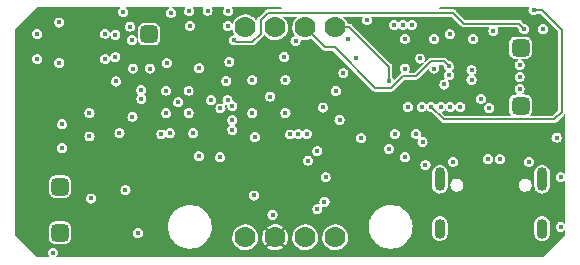
<source format=gbr>
%TF.GenerationSoftware,KiCad,Pcbnew,(6.0.5)*%
%TF.CreationDate,2022-12-07T13:08:00-05:00*%
%TF.ProjectId,Rotini-Hardware,526f7469-6e69-42d4-9861-726477617265,rev?*%
%TF.SameCoordinates,Original*%
%TF.FileFunction,Copper,L3,Inr*%
%TF.FilePolarity,Positive*%
%FSLAX46Y46*%
G04 Gerber Fmt 4.6, Leading zero omitted, Abs format (unit mm)*
G04 Created by KiCad (PCBNEW (6.0.5)) date 2022-12-07 13:08:00*
%MOMM*%
%LPD*%
G01*
G04 APERTURE LIST*
G04 Aperture macros list*
%AMRoundRect*
0 Rectangle with rounded corners*
0 $1 Rounding radius*
0 $2 $3 $4 $5 $6 $7 $8 $9 X,Y pos of 4 corners*
0 Add a 4 corners polygon primitive as box body*
4,1,4,$2,$3,$4,$5,$6,$7,$8,$9,$2,$3,0*
0 Add four circle primitives for the rounded corners*
1,1,$1+$1,$2,$3*
1,1,$1+$1,$4,$5*
1,1,$1+$1,$6,$7*
1,1,$1+$1,$8,$9*
0 Add four rect primitives between the rounded corners*
20,1,$1+$1,$2,$3,$4,$5,0*
20,1,$1+$1,$4,$5,$6,$7,0*
20,1,$1+$1,$6,$7,$8,$9,0*
20,1,$1+$1,$8,$9,$2,$3,0*%
G04 Aperture macros list end*
%TA.AperFunction,ComponentPad*%
%ADD10RoundRect,0.375000X0.375000X-0.375000X0.375000X0.375000X-0.375000X0.375000X-0.375000X-0.375000X0*%
%TD*%
%TA.AperFunction,ComponentPad*%
%ADD11RoundRect,0.375000X-0.375000X0.375000X-0.375000X-0.375000X0.375000X-0.375000X0.375000X0.375000X0*%
%TD*%
%TA.AperFunction,ComponentPad*%
%ADD12C,1.778000*%
%TD*%
%TA.AperFunction,ComponentPad*%
%ADD13O,0.900000X2.000000*%
%TD*%
%TA.AperFunction,ComponentPad*%
%ADD14O,0.900000X1.700000*%
%TD*%
%TA.AperFunction,ViaPad*%
%ADD15C,0.450000*%
%TD*%
%TA.AperFunction,Conductor*%
%ADD16C,0.203200*%
%TD*%
G04 APERTURE END LIST*
D10*
%TO.N,PPM_B*%
%TO.C,J208*%
X19500000Y7150000D03*
%TD*%
%TO.N,PPM_F*%
%TO.C,J207*%
X19500000Y2250000D03*
%TD*%
D11*
%TO.N,GND*%
%TO.C,J206*%
X-19500000Y-4600000D03*
%TD*%
%TO.N,Net-(J202-Pad2)*%
%TO.C,J205*%
X-19500000Y-8500000D03*
%TD*%
D10*
%TO.N,Net-(C103-Pad2)*%
%TO.C,J61*%
X-11950000Y8300000D03*
%TD*%
D12*
%TO.N,P_SCK*%
%TO.C,U30*%
X3810000Y-8890000D03*
%TO.N,P_MOSI*%
X1270000Y-8890000D03*
%TO.N,+3V3*%
X-1270000Y-8890000D03*
%TO.N,GND*%
X-3810000Y-8890000D03*
%TO.N,unconnected-(U30-Pad4)*%
X-3810000Y8890000D03*
%TO.N,unconnected-(U30-Pad3)*%
X-1270000Y8890000D03*
%TO.N,P_MISO*%
X1270000Y8890000D03*
%TO.N,A2_CS*%
X3810000Y8890000D03*
%TD*%
D13*
%TO.N,unconnected-(U52-PadS1)*%
%TO.C,U52*%
X12680000Y-3985000D03*
D14*
X21320000Y-8155000D03*
X12680000Y-8155000D03*
D13*
X21320000Y-3985000D03*
%TD*%
D15*
%TO.N,SNS_VER*%
X11950000Y2150000D03*
%TO.N,SNS_VIN*%
X11200000Y-800000D03*
%TO.N,GND*%
X-5300000Y9000000D03*
X-5250000Y10250000D03*
X-7000000Y10300000D03*
X-8550000Y10250000D03*
X-10100000Y10100000D03*
X-14150000Y10200000D03*
X-13550000Y8950000D03*
X-13400000Y7800000D03*
X-13300000Y5400000D03*
X-11900000Y5400000D03*
X-10450000Y5850000D03*
X-5150000Y5950000D03*
%TO.N,LED_2*%
X13550000Y2150000D03*
%TO.N,LED_1*%
X14400000Y2150000D03*
X-14800000Y8250000D03*
%TO.N,LED_2*%
X-14800000Y6350000D03*
%TO.N,+3V3*%
X15950000Y4950000D03*
%TO.N,GND*%
X9700000Y-2100000D03*
%TO.N,E_EN*%
X6000000Y-500000D03*
%TO.N,LED_MISC*%
X16850000Y2050000D03*
%TO.N,GND*%
X4850000Y7900000D03*
X6500000Y9500000D03*
%TO.N,+3V3*%
X6500000Y8600000D03*
%TO.N,Net-(D60-Pad2)*%
X-4750000Y7800000D03*
%TO.N,E_D-*%
X16750000Y-2275000D03*
%TO.N,E_D+*%
X17750000Y-2275000D03*
%TO.N,VCC*%
X-12900000Y-8500000D03*
X11450000Y-2750000D03*
%TO.N,PPM_B*%
X19425000Y5700000D03*
%TO.N,PPM_F*%
X19425000Y4700000D03*
%TO.N,GND*%
X19425000Y3675000D03*
X16150000Y2825000D03*
%TO.N,+3V3*%
X6125000Y-1400000D03*
%TO.N,GND*%
X8350000Y-1400000D03*
%TO.N,GPIO0*%
X-4900000Y200000D03*
%TO.N,/LED1/LED_out*%
X-19325000Y-1350000D03*
%TO.N,/LED2/LED_out*%
X-19325000Y675000D03*
%TO.N,GND*%
X-17000000Y1650000D03*
X-17000000Y-350000D03*
%TO.N,/LED1/LED_out*%
X-21425000Y8325000D03*
%TO.N,/LED2/LED_out*%
X-21425000Y6200000D03*
%TO.N,VCC*%
X-19550000Y5875000D03*
X-19562500Y9300000D03*
%TO.N,GND*%
X-15675000Y8350000D03*
X-15675000Y6200000D03*
%TO.N,+3V3*%
X1600000Y3500000D03*
X6275000Y2425000D03*
%TO.N,GND*%
X3850000Y3500000D03*
X-14455000Y-75000D03*
X-13355000Y1325000D03*
X2750000Y2100000D03*
X4175000Y1050000D03*
X4500000Y5000000D03*
X5600000Y6250000D03*
%TO.N,X_RX*%
X700000Y-150000D03*
%TO.N,X_TX*%
X1400000Y-150000D03*
%TO.N,GND*%
X450000Y7750000D03*
%TO.N,/ExpressLRS-RX/trace_antenna*%
X-500000Y6400000D03*
%TO.N,+3V3*%
X400000Y6400000D03*
X-1400000Y6400000D03*
%TO.N,PPM_F*%
X10300000Y9100000D03*
%TO.N,PPM_B*%
X9550000Y9100000D03*
%TO.N,LED_MISC*%
X8800000Y9100000D03*
%TO.N,GND*%
X17200000Y8600000D03*
%TO.N,+3V3*%
X18700000Y8650000D03*
%TO.N,GND*%
X-16850000Y-5600000D03*
X-20100000Y-10200000D03*
X-7750000Y-2025000D03*
X-3000000Y-400000D03*
X-5950000Y-2100000D03*
X22900000Y-8000000D03*
X22900000Y-3800000D03*
X20200000Y-2500000D03*
X13800000Y-2500000D03*
%TO.N,+3V3*%
X15350000Y10300000D03*
%TO.N,GND*%
X21400000Y8750000D03*
%TO.N,Net-(D60-Pad2)*%
X19800000Y8750000D03*
%TO.N,GND*%
X-14750000Y4300000D03*
X-8500000Y9000000D03*
%TO.N,E_D+*%
X13500000Y8300000D03*
%TO.N,E_D-*%
X15500000Y7900000D03*
%TO.N,SNS_VER*%
X20600000Y10350000D03*
%TO.N,SNS_VIN*%
X11150000Y2150000D03*
%TO.N,GND*%
X8850000Y-150000D03*
X10650000Y-150000D03*
%TO.N,+3V3*%
X12500000Y-150000D03*
X1700000Y-7100000D03*
%TO.N,X_TX*%
X12750000Y2150000D03*
%TO.N,GND*%
X-3205000Y4425000D03*
X-8605000Y1625000D03*
X-10505000Y1625000D03*
X-405000Y1625000D03*
X11000000Y6250000D03*
X12200000Y7900000D03*
X-1705000Y3025000D03*
X9700000Y7900000D03*
X-3205000Y1625000D03*
X9700000Y5400000D03*
X2900000Y-5900000D03*
X-8605000Y3525000D03*
X-9492500Y2537500D03*
X-1500000Y-6978249D03*
X-13950000Y-4900000D03*
X-405000Y4425000D03*
X22550000Y-450000D03*
X-5905000Y2025000D03*
X-3050000Y-5350000D03*
X-10505000Y3525000D03*
X12200000Y5400000D03*
%TO.N,+3V3*%
X9150000Y2150000D03*
X-12325000Y-1375000D03*
X-14850000Y2700000D03*
X-3800000Y-400000D03*
X-3100000Y-7200000D03*
X-8900000Y-450000D03*
X19050000Y-1150000D03*
X-6755000Y875000D03*
X-4955000Y3825000D03*
%TO.N,E_IO0*%
X9950000Y2150000D03*
%TO.N,Net-(C70-Pad1)*%
X-12605000Y3575000D03*
X-8205000Y-75000D03*
%TO.N,X_RX*%
X13050000Y4050000D03*
%TO.N,P_MOSI*%
X3000000Y-3800000D03*
X15350000Y5250000D03*
%TO.N,P_MISO*%
X13450000Y5600000D03*
X2300000Y-1600000D03*
%TO.N,P_SCK*%
X15350000Y4450000D03*
X2300000Y-6500000D03*
%TO.N,GPIO2*%
X-12600000Y2830000D03*
X-4905000Y2225000D03*
%TO.N,GPIO15*%
X-5305000Y2725000D03*
X-7705000Y5425000D03*
%TO.N,A2_CS*%
X8350000Y4350000D03*
%TO.N,GPIO12*%
X-6705000Y2725000D03*
X-5405000Y4325000D03*
%TO.N,GPIO4*%
X-10205000Y-75000D03*
X-4905000Y1025000D03*
%TO.N,GPIO5*%
X-10905000Y-175000D03*
X-5000Y-175000D03*
%TO.N,A1_CS*%
X13450000Y4850000D03*
X1500000Y-2400000D03*
%TD*%
D16*
%TO.N,P_MISO*%
X2960000Y7200000D02*
X1270000Y8890000D01*
X3750000Y7200000D02*
X2960000Y7200000D01*
X8550000Y3750000D02*
X7200000Y3750000D01*
X10650000Y4750000D02*
X9550000Y4750000D01*
X11900000Y6000000D02*
X10650000Y4750000D01*
X13050000Y6000000D02*
X11900000Y6000000D01*
X9550000Y4750000D02*
X8550000Y3750000D01*
X13450000Y5600000D02*
X13050000Y6000000D01*
X7200000Y3750000D02*
X3750000Y7200000D01*
%TO.N,SNS_VER*%
X21350000Y10350000D02*
X20600000Y10350000D01*
X23000000Y1750000D02*
X23000000Y8700000D01*
X23000000Y8700000D02*
X21350000Y10350000D01*
X22350000Y1100000D02*
X23000000Y1750000D01*
X11950000Y2150000D02*
X13000000Y1100000D01*
X13000000Y1100000D02*
X22350000Y1100000D01*
%TO.N,Net-(D60-Pad2)*%
X19350000Y9200000D02*
X19800000Y8750000D01*
X14700000Y9200000D02*
X19350000Y9200000D01*
X13800000Y10100000D02*
X14700000Y9200000D01*
X-2500000Y9500000D02*
X-1900000Y10100000D01*
X-3200000Y7650000D02*
X-2500000Y8350000D01*
X-2500000Y8350000D02*
X-2500000Y9500000D01*
X-1900000Y10100000D02*
X13800000Y10100000D01*
X-4600000Y7650000D02*
X-3200000Y7650000D01*
X-4750000Y7800000D02*
X-4600000Y7650000D01*
%TO.N,A2_CS*%
X3820000Y8900000D02*
X3810000Y8890000D01*
X5000000Y8900000D02*
X3820000Y8900000D01*
X8350000Y5550000D02*
X5000000Y8900000D01*
X8350000Y4350000D02*
X8350000Y5550000D01*
%TO.N,P_MISO*%
X1050000Y8670000D02*
X1270000Y8890000D01*
%TD*%
%TA.AperFunction,Conductor*%
%TO.N,+3V3*%
G36*
X-14435896Y10585148D02*
G01*
X-14421544Y10550500D01*
X-14435896Y10515852D01*
X-14498528Y10453220D01*
X-14500277Y10449787D01*
X-14500278Y10449786D01*
X-14510706Y10429320D01*
X-14559719Y10333126D01*
X-14560322Y10329321D01*
X-14560322Y10329320D01*
X-14575557Y10233126D01*
X-14580804Y10200000D01*
X-14580201Y10196193D01*
X-14575013Y10163440D01*
X-14559719Y10066874D01*
X-14529124Y10006827D01*
X-14508766Y9966874D01*
X-14498528Y9946780D01*
X-14403220Y9851472D01*
X-14399787Y9849723D01*
X-14399786Y9849722D01*
X-14380073Y9839678D01*
X-14283126Y9790281D01*
X-14279321Y9789678D01*
X-14279320Y9789678D01*
X-14153807Y9769799D01*
X-14150000Y9769196D01*
X-14146193Y9769799D01*
X-14020680Y9789678D01*
X-14020679Y9789678D01*
X-14016874Y9790281D01*
X-13919927Y9839678D01*
X-13900214Y9849722D01*
X-13900213Y9849723D01*
X-13896780Y9851472D01*
X-13801472Y9946780D01*
X-13791233Y9966874D01*
X-13770876Y10006827D01*
X-13740281Y10066874D01*
X-13724986Y10163440D01*
X-13719799Y10196193D01*
X-13719196Y10200000D01*
X-13724443Y10233126D01*
X-13739678Y10329320D01*
X-13739678Y10329321D01*
X-13740281Y10333126D01*
X-13789294Y10429320D01*
X-13799722Y10449786D01*
X-13799723Y10449787D01*
X-13801472Y10453220D01*
X-13864104Y10515852D01*
X-13878456Y10550500D01*
X-13864104Y10585148D01*
X-13829456Y10599500D01*
X-10261020Y10599500D01*
X-10226372Y10585148D01*
X-10212020Y10550500D01*
X-10226372Y10515852D01*
X-10238775Y10506841D01*
X-10349783Y10450280D01*
X-10349786Y10450277D01*
X-10353220Y10448528D01*
X-10448528Y10353220D01*
X-10450277Y10349787D01*
X-10450278Y10349786D01*
X-10463379Y10324073D01*
X-10509719Y10233126D01*
X-10510322Y10229321D01*
X-10510322Y10229320D01*
X-10520212Y10166874D01*
X-10530804Y10100000D01*
X-10530201Y10096193D01*
X-10511513Y9978203D01*
X-10509719Y9966874D01*
X-10495149Y9938279D01*
X-10463636Y9876432D01*
X-10448528Y9846780D01*
X-10353220Y9751472D01*
X-10349787Y9749723D01*
X-10349786Y9749722D01*
X-10304512Y9726654D01*
X-10233126Y9690281D01*
X-10229321Y9689678D01*
X-10229320Y9689678D01*
X-10103807Y9669799D01*
X-10100000Y9669196D01*
X-10096193Y9669799D01*
X-9970680Y9689678D01*
X-9970679Y9689678D01*
X-9966874Y9690281D01*
X-9895488Y9726654D01*
X-9850214Y9749722D01*
X-9850213Y9749723D01*
X-9846780Y9751472D01*
X-9751472Y9846780D01*
X-9736363Y9876432D01*
X-9704851Y9938279D01*
X-9690281Y9966874D01*
X-9688486Y9978203D01*
X-9669799Y10096193D01*
X-9669196Y10100000D01*
X-9679788Y10166874D01*
X-9689678Y10229320D01*
X-9689678Y10229321D01*
X-9690281Y10233126D01*
X-9736621Y10324073D01*
X-9749722Y10349786D01*
X-9749723Y10349787D01*
X-9751472Y10353220D01*
X-9846780Y10448528D01*
X-9850214Y10450277D01*
X-9850217Y10450280D01*
X-9961225Y10506841D01*
X-9985582Y10535358D01*
X-9982639Y10572745D01*
X-9954122Y10597102D01*
X-9938980Y10599500D01*
X-8920544Y10599500D01*
X-8885896Y10585148D01*
X-8871544Y10550500D01*
X-8885896Y10515852D01*
X-8898528Y10503220D01*
X-8900277Y10499787D01*
X-8900278Y10499786D01*
X-8925502Y10450280D01*
X-8959719Y10383126D01*
X-8960322Y10379321D01*
X-8960322Y10379320D01*
X-8967094Y10336560D01*
X-8980804Y10250000D01*
X-8980201Y10246193D01*
X-8975013Y10213440D01*
X-8959719Y10116874D01*
X-8898528Y9996780D01*
X-8803220Y9901472D01*
X-8799787Y9899723D01*
X-8799786Y9899722D01*
X-8780073Y9889678D01*
X-8683126Y9840281D01*
X-8679321Y9839678D01*
X-8679320Y9839678D01*
X-8553807Y9819799D01*
X-8550000Y9819196D01*
X-8546193Y9819799D01*
X-8420680Y9839678D01*
X-8420679Y9839678D01*
X-8416874Y9840281D01*
X-8319927Y9889678D01*
X-8300214Y9899722D01*
X-8300213Y9899723D01*
X-8296780Y9901472D01*
X-8201472Y9996780D01*
X-8140281Y10116874D01*
X-8124986Y10213440D01*
X-8119799Y10246193D01*
X-8119196Y10250000D01*
X-8132906Y10336560D01*
X-8139678Y10379320D01*
X-8139678Y10379321D01*
X-8140281Y10383126D01*
X-8174498Y10450280D01*
X-8199722Y10499786D01*
X-8199723Y10499787D01*
X-8201472Y10503220D01*
X-8214104Y10515852D01*
X-8228456Y10550500D01*
X-8214104Y10585148D01*
X-8179456Y10599500D01*
X-7404908Y10599500D01*
X-7370260Y10585148D01*
X-7355908Y10550500D01*
X-7361249Y10528255D01*
X-7407968Y10436563D01*
X-7409719Y10433126D01*
X-7410322Y10429321D01*
X-7410322Y10429320D01*
X-7425146Y10335725D01*
X-7430804Y10300000D01*
X-7430201Y10296193D01*
X-7419609Y10229320D01*
X-7409719Y10166874D01*
X-7407969Y10163440D01*
X-7358766Y10066874D01*
X-7348528Y10046780D01*
X-7253220Y9951472D01*
X-7249787Y9949723D01*
X-7249786Y9949722D01*
X-7193173Y9920876D01*
X-7133126Y9890281D01*
X-7129321Y9889678D01*
X-7129320Y9889678D01*
X-7003807Y9869799D01*
X-7000000Y9869196D01*
X-6996193Y9869799D01*
X-6870680Y9889678D01*
X-6870679Y9889678D01*
X-6866874Y9890281D01*
X-6806827Y9920876D01*
X-6750214Y9949722D01*
X-6750213Y9949723D01*
X-6746780Y9951472D01*
X-6651472Y10046780D01*
X-6641233Y10066874D01*
X-6592031Y10163440D01*
X-6590281Y10166874D01*
X-6580390Y10229320D01*
X-6569799Y10296193D01*
X-6569196Y10300000D01*
X-6574854Y10335725D01*
X-6589678Y10429320D01*
X-6589678Y10429321D01*
X-6590281Y10433126D01*
X-6592032Y10436563D01*
X-6638751Y10528255D01*
X-6641694Y10565642D01*
X-6617337Y10594159D01*
X-6595092Y10599500D01*
X-5620544Y10599500D01*
X-5585896Y10585148D01*
X-5571544Y10550500D01*
X-5585896Y10515852D01*
X-5598528Y10503220D01*
X-5600277Y10499787D01*
X-5600278Y10499786D01*
X-5625502Y10450280D01*
X-5659719Y10383126D01*
X-5660322Y10379321D01*
X-5660322Y10379320D01*
X-5667094Y10336560D01*
X-5680804Y10250000D01*
X-5680201Y10246193D01*
X-5675013Y10213440D01*
X-5659719Y10116874D01*
X-5598528Y9996780D01*
X-5503220Y9901472D01*
X-5499787Y9899723D01*
X-5499786Y9899722D01*
X-5480073Y9889678D01*
X-5383126Y9840281D01*
X-5379321Y9839678D01*
X-5379320Y9839678D01*
X-5253807Y9819799D01*
X-5250000Y9819196D01*
X-5246193Y9819799D01*
X-5120680Y9839678D01*
X-5120679Y9839678D01*
X-5116874Y9840281D01*
X-5019927Y9889678D01*
X-5000214Y9899722D01*
X-5000213Y9899723D01*
X-4996780Y9901472D01*
X-4901472Y9996780D01*
X-4840281Y10116874D01*
X-4824986Y10213440D01*
X-4819799Y10246193D01*
X-4819196Y10250000D01*
X-4832906Y10336560D01*
X-4839678Y10379320D01*
X-4839678Y10379321D01*
X-4840281Y10383126D01*
X-4874498Y10450280D01*
X-4899722Y10499786D01*
X-4899723Y10499787D01*
X-4901472Y10503220D01*
X-4914104Y10515852D01*
X-4928456Y10550500D01*
X-4914104Y10585148D01*
X-4879456Y10599500D01*
X-869796Y10599500D01*
X-835148Y10585148D01*
X-735748Y10485748D01*
X-721396Y10451100D01*
X-735748Y10416452D01*
X-770396Y10402100D01*
X-1844065Y10402100D01*
X-1850936Y10402605D01*
X-1855104Y10404036D01*
X-1905768Y10402134D01*
X-1907606Y10402100D01*
X-1928097Y10402100D01*
X-1930311Y10401688D01*
X-1931631Y10401566D01*
X-1937101Y10400958D01*
X-1963042Y10399984D01*
X-1963043Y10399984D01*
X-1967566Y10399814D01*
X-1971724Y10398027D01*
X-1971726Y10398027D01*
X-1983365Y10393026D01*
X-1993737Y10389875D01*
X-1998147Y10389053D01*
X-2006190Y10387556D01*
X-2006192Y10387555D01*
X-2010639Y10386727D01*
X-2014492Y10384352D01*
X-2036588Y10370732D01*
X-2042958Y10367423D01*
X-2067791Y10356754D01*
X-2070968Y10355389D01*
X-2073639Y10353195D01*
X-2073641Y10353194D01*
X-2074943Y10352125D01*
X-2074953Y10352116D01*
X-2075877Y10351357D01*
X-2084445Y10342789D01*
X-2093381Y10335725D01*
X-2106442Y10327674D01*
X-2124591Y10303807D01*
X-2126280Y10301586D01*
X-2130636Y10296598D01*
X-2674065Y9753169D01*
X-2679278Y9748668D01*
X-2683240Y9746732D01*
X-2686317Y9743415D01*
X-2717721Y9709561D01*
X-2718997Y9708237D01*
X-2733485Y9693749D01*
X-2734764Y9691885D01*
X-2735641Y9690829D01*
X-2739040Y9686578D01*
X-2759777Y9664224D01*
X-2761454Y9660022D01*
X-2761454Y9660021D01*
X-2766149Y9648252D01*
X-2771255Y9638690D01*
X-2777682Y9629320D01*
X-2780980Y9624513D01*
X-2782024Y9620113D01*
X-2782025Y9620111D01*
X-2788018Y9594857D01*
X-2790182Y9588014D01*
X-2800200Y9562905D01*
X-2800201Y9562901D01*
X-2801480Y9559695D01*
X-2802100Y9553372D01*
X-2802100Y9541252D01*
X-2803424Y9529938D01*
X-2806966Y9515013D01*
X-2806491Y9511522D01*
X-2822314Y9478048D01*
X-2857622Y9465407D01*
X-2891528Y9481434D01*
X-2894489Y9485030D01*
X-2905667Y9500000D01*
X-2996875Y9622141D01*
X-3012473Y9636560D01*
X-3142262Y9756536D01*
X-3142263Y9756537D01*
X-3143913Y9758062D01*
X-3153390Y9764042D01*
X-3194977Y9790281D01*
X-3313258Y9864911D01*
X-3326653Y9870255D01*
X-3497155Y9938279D01*
X-3497159Y9938280D01*
X-3499239Y9939110D01*
X-3501440Y9939548D01*
X-3501444Y9939549D01*
X-3657953Y9970680D01*
X-3695628Y9978174D01*
X-3791028Y9979423D01*
X-3893599Y9980766D01*
X-3893604Y9980766D01*
X-3895847Y9980795D01*
X-3898064Y9980414D01*
X-3898065Y9980414D01*
X-3954713Y9970680D01*
X-4093192Y9946885D01*
X-4095296Y9946109D01*
X-4095299Y9946108D01*
X-4278943Y9878358D01*
X-4278946Y9878357D01*
X-4281051Y9877580D01*
X-4282979Y9876433D01*
X-4282981Y9876432D01*
X-4344759Y9839678D01*
X-4453136Y9775201D01*
X-4454824Y9773721D01*
X-4454825Y9773720D01*
X-4508493Y9726654D01*
X-4603681Y9643176D01*
X-4605066Y9641420D01*
X-4605070Y9641415D01*
X-4726256Y9487691D01*
X-4726259Y9487687D01*
X-4727646Y9485927D01*
X-4728694Y9483935D01*
X-4797466Y9353220D01*
X-4820879Y9308720D01*
X-4821546Y9306572D01*
X-4845297Y9230082D01*
X-4869278Y9201249D01*
X-4906624Y9197817D01*
X-4935751Y9222367D01*
X-4951472Y9253220D01*
X-5046780Y9348528D01*
X-5050213Y9350277D01*
X-5050214Y9350278D01*
X-5120945Y9386317D01*
X-5166874Y9409719D01*
X-5170679Y9410322D01*
X-5170680Y9410322D01*
X-5296193Y9430201D01*
X-5300000Y9430804D01*
X-5303807Y9430201D01*
X-5429320Y9410322D01*
X-5429321Y9410322D01*
X-5433126Y9409719D01*
X-5479055Y9386317D01*
X-5549786Y9350278D01*
X-5549787Y9350277D01*
X-5553220Y9348528D01*
X-5648528Y9253220D01*
X-5650277Y9249788D01*
X-5650278Y9249786D01*
X-5660706Y9229320D01*
X-5709719Y9133126D01*
X-5710322Y9129321D01*
X-5710322Y9129320D01*
X-5722851Y9050214D01*
X-5730804Y9000000D01*
X-5730201Y8996193D01*
X-5713703Y8892031D01*
X-5709719Y8866874D01*
X-5695315Y8838604D01*
X-5652108Y8753807D01*
X-5648528Y8746780D01*
X-5553220Y8651472D01*
X-5549787Y8649723D01*
X-5549786Y8649722D01*
X-5493173Y8620876D01*
X-5433126Y8590281D01*
X-5429321Y8589678D01*
X-5429320Y8589678D01*
X-5303807Y8569799D01*
X-5300000Y8569196D01*
X-5296193Y8569799D01*
X-5170680Y8589678D01*
X-5170679Y8589678D01*
X-5166874Y8590281D01*
X-5106827Y8620876D01*
X-5050214Y8649722D01*
X-5050213Y8649723D01*
X-5046780Y8651472D01*
X-4969595Y8728657D01*
X-4934947Y8743009D01*
X-4900299Y8728657D01*
X-4887456Y8706071D01*
X-4878090Y8669196D01*
X-4841961Y8526934D01*
X-4841960Y8526932D01*
X-4841408Y8524759D01*
X-4840472Y8522729D01*
X-4840470Y8522723D01*
X-4760843Y8350000D01*
X-4757577Y8342916D01*
X-4731036Y8305361D01*
X-4722760Y8268783D01*
X-4742772Y8237065D01*
X-4763387Y8228684D01*
X-4879320Y8210322D01*
X-4879321Y8210322D01*
X-4883126Y8209719D01*
X-4942640Y8179395D01*
X-4999786Y8150278D01*
X-4999787Y8150277D01*
X-5003220Y8148528D01*
X-5098528Y8053220D01*
X-5100277Y8049787D01*
X-5100278Y8049786D01*
X-5110706Y8029320D01*
X-5159719Y7933126D01*
X-5160322Y7929321D01*
X-5160322Y7929320D01*
X-5172842Y7850272D01*
X-5180804Y7800000D01*
X-5180201Y7796193D01*
X-5160539Y7672054D01*
X-5159719Y7666874D01*
X-5144872Y7637736D01*
X-5107457Y7564305D01*
X-5098528Y7546780D01*
X-5003220Y7451472D01*
X-4999787Y7449723D01*
X-4999786Y7449722D01*
X-4953085Y7425927D01*
X-4883126Y7390281D01*
X-4879321Y7389678D01*
X-4879320Y7389678D01*
X-4753807Y7369799D01*
X-4750000Y7369196D01*
X-4746193Y7369799D01*
X-4746188Y7369799D01*
X-4744301Y7370098D01*
X-4724861Y7367552D01*
X-4724513Y7369020D01*
X-4694857Y7361982D01*
X-4688014Y7359818D01*
X-4662905Y7349800D01*
X-4662901Y7349799D01*
X-4659695Y7348520D01*
X-4655215Y7348081D01*
X-4654557Y7348016D01*
X-4654553Y7348016D01*
X-4653372Y7347900D01*
X-4641252Y7347900D01*
X-4629938Y7346576D01*
X-4619417Y7344079D01*
X-4619416Y7344079D01*
X-4615013Y7343034D01*
X-4582550Y7347452D01*
X-4575942Y7347900D01*
X-3255938Y7347900D01*
X-3249064Y7347395D01*
X-3244896Y7345964D01*
X-3194231Y7347866D01*
X-3192394Y7347900D01*
X-3171903Y7347900D01*
X-3169689Y7348312D01*
X-3168369Y7348434D01*
X-3162899Y7349042D01*
X-3136958Y7350016D01*
X-3136957Y7350016D01*
X-3132434Y7350186D01*
X-3128276Y7351973D01*
X-3128274Y7351973D01*
X-3116635Y7356974D01*
X-3106263Y7360125D01*
X-3101853Y7360947D01*
X-3093810Y7362444D01*
X-3093808Y7362445D01*
X-3089361Y7363273D01*
X-3078289Y7370098D01*
X-3063412Y7379268D01*
X-3057042Y7382577D01*
X-3032209Y7393246D01*
X-3032208Y7393246D01*
X-3029032Y7394611D01*
X-3026361Y7396805D01*
X-3026359Y7396806D01*
X-3025057Y7397875D01*
X-3025047Y7397884D01*
X-3024123Y7398643D01*
X-3015555Y7407211D01*
X-3006619Y7414275D01*
X-2998959Y7418997D01*
X-2993558Y7422326D01*
X-2973720Y7448414D01*
X-2969364Y7453402D01*
X-2325935Y8096831D01*
X-2320722Y8101332D01*
X-2316760Y8103268D01*
X-2282279Y8140439D01*
X-2281003Y8141763D01*
X-2266516Y8156250D01*
X-2265235Y8158118D01*
X-2264354Y8159178D01*
X-2260954Y8163428D01*
X-2243302Y8182457D01*
X-2240223Y8185776D01*
X-2237790Y8191874D01*
X-2233850Y8201750D01*
X-2228744Y8211312D01*
X-2219020Y8225487D01*
X-2217882Y8224706D01*
X-2194856Y8246629D01*
X-2157364Y8245710D01*
X-2137208Y8229196D01*
X-2102012Y8179395D01*
X-2100404Y8177829D01*
X-2100401Y8177825D01*
X-2041739Y8120680D01*
X-1958582Y8039672D01*
X-1956720Y8038428D01*
X-1956719Y8038427D01*
X-1802606Y7935451D01*
X-1792092Y7928426D01*
X-1608117Y7849384D01*
X-1605925Y7848888D01*
X-1415008Y7805688D01*
X-1415002Y7805687D01*
X-1412818Y7805193D01*
X-1328599Y7801884D01*
X-1214983Y7797420D01*
X-1214980Y7797420D01*
X-1212736Y7797332D01*
X-1210517Y7797654D01*
X-1210512Y7797654D01*
X-1071693Y7817782D01*
X-1014572Y7826064D01*
X-1012450Y7826784D01*
X-1012447Y7826785D01*
X-914491Y7860037D01*
X-824962Y7890428D01*
X-757111Y7928426D01*
X-652218Y7987168D01*
X-652216Y7987169D01*
X-650256Y7988267D01*
X-646303Y7991554D01*
X-498029Y8114873D01*
X-496306Y8116306D01*
X-459698Y8160322D01*
X-369703Y8268529D01*
X-369701Y8268531D01*
X-368267Y8270256D01*
X-344516Y8312666D01*
X-271524Y8443005D01*
X-271523Y8443007D01*
X-270428Y8444962D01*
X-228051Y8569799D01*
X-206785Y8632447D01*
X-206784Y8632450D01*
X-206064Y8634572D01*
X-189297Y8750214D01*
X-177539Y8831306D01*
X-177539Y8831312D01*
X-177332Y8832736D01*
X-177035Y8844054D01*
X-175870Y8888548D01*
X-175870Y8888549D01*
X-175832Y8890000D01*
X-175965Y8891449D01*
X-193948Y9087159D01*
X-193949Y9087164D01*
X-194154Y9089396D01*
X-237772Y9244054D01*
X-247894Y9279946D01*
X-247895Y9279949D01*
X-248506Y9282115D01*
X-255448Y9296193D01*
X-311731Y9410322D01*
X-337068Y9461701D01*
X-456875Y9622141D01*
X-555077Y9712919D01*
X-570778Y9746976D01*
X-557798Y9782161D01*
X-521816Y9797900D01*
X522558Y9797900D01*
X557206Y9783548D01*
X571558Y9748900D01*
X554866Y9712060D01*
X476319Y9643176D01*
X474934Y9641420D01*
X474930Y9641415D01*
X353744Y9487691D01*
X353741Y9487687D01*
X352354Y9485927D01*
X351306Y9483935D01*
X282534Y9353220D01*
X259121Y9308720D01*
X258454Y9306572D01*
X237100Y9237800D01*
X199742Y9117490D01*
X199478Y9115258D01*
X199477Y9115254D01*
X177053Y8925792D01*
X176207Y8918642D01*
X189303Y8718834D01*
X224322Y8580946D01*
X238040Y8526934D01*
X238592Y8524759D01*
X239528Y8522729D01*
X239530Y8522723D01*
X320912Y8346193D01*
X322423Y8342916D01*
X378717Y8263262D01*
X392823Y8243302D01*
X401100Y8206724D01*
X381088Y8175007D01*
X360474Y8166625D01*
X320679Y8160322D01*
X320677Y8160321D01*
X316874Y8159719D01*
X280336Y8141102D01*
X200214Y8100278D01*
X200213Y8100277D01*
X196780Y8098528D01*
X101472Y8003220D01*
X99723Y7999787D01*
X99722Y7999786D01*
X79970Y7961020D01*
X40281Y7883126D01*
X39678Y7879321D01*
X39678Y7879320D01*
X29528Y7815233D01*
X19196Y7750000D01*
X40281Y7616874D01*
X42031Y7613440D01*
X98906Y7501817D01*
X101472Y7496780D01*
X196780Y7401472D01*
X200213Y7399723D01*
X200214Y7399722D01*
X219927Y7389678D01*
X316874Y7340281D01*
X320679Y7339678D01*
X320680Y7339678D01*
X446193Y7319799D01*
X450000Y7319196D01*
X453807Y7319799D01*
X579320Y7339678D01*
X579321Y7339678D01*
X583126Y7340281D01*
X680073Y7389678D01*
X699786Y7399722D01*
X699787Y7399723D01*
X703220Y7401472D01*
X798528Y7496780D01*
X801095Y7501817D01*
X857969Y7613440D01*
X859719Y7616874D01*
X880804Y7750000D01*
X873890Y7793651D01*
X882645Y7830117D01*
X914621Y7849713D01*
X933101Y7849108D01*
X1124992Y7805688D01*
X1124998Y7805687D01*
X1127182Y7805193D01*
X1211401Y7801884D01*
X1325017Y7797420D01*
X1325020Y7797420D01*
X1327264Y7797332D01*
X1329483Y7797654D01*
X1329488Y7797654D01*
X1468307Y7817782D01*
X1525428Y7826064D01*
X1527550Y7826784D01*
X1527553Y7826785D01*
X1625509Y7860037D01*
X1715038Y7890428D01*
X1764277Y7918003D01*
X1801519Y7922411D01*
X1822867Y7909899D01*
X2706831Y7025935D01*
X2711332Y7020722D01*
X2713268Y7016760D01*
X2716585Y7013683D01*
X2750439Y6982279D01*
X2751763Y6981003D01*
X2766251Y6966515D01*
X2768115Y6965236D01*
X2769171Y6964359D01*
X2773422Y6960960D01*
X2795776Y6940223D01*
X2811750Y6933850D01*
X2821310Y6928745D01*
X2831756Y6921579D01*
X2831758Y6921578D01*
X2835487Y6919020D01*
X2839887Y6917976D01*
X2839889Y6917975D01*
X2865143Y6911982D01*
X2871986Y6909818D01*
X2897095Y6899800D01*
X2897099Y6899799D01*
X2900305Y6898520D01*
X2904785Y6898081D01*
X2905443Y6898016D01*
X2905447Y6898016D01*
X2906628Y6897900D01*
X2918748Y6897900D01*
X2930062Y6896576D01*
X2940583Y6894079D01*
X2940584Y6894079D01*
X2944987Y6893034D01*
X2977450Y6897452D01*
X2984058Y6897900D01*
X3604570Y6897900D01*
X3639218Y6883548D01*
X6946831Y3575935D01*
X6951332Y3570722D01*
X6953268Y3566760D01*
X6956585Y3563683D01*
X6990439Y3532279D01*
X6991763Y3531003D01*
X7006251Y3516515D01*
X7008115Y3515236D01*
X7009171Y3514359D01*
X7013422Y3510960D01*
X7035776Y3490223D01*
X7051750Y3483850D01*
X7061310Y3478745D01*
X7075487Y3469020D01*
X7079884Y3467976D01*
X7079885Y3467976D01*
X7089540Y3465685D01*
X7105151Y3461980D01*
X7111985Y3459818D01*
X7122047Y3455804D01*
X7137096Y3449800D01*
X7137098Y3449800D01*
X7140305Y3448520D01*
X7144785Y3448081D01*
X7145443Y3448016D01*
X7145447Y3448016D01*
X7146628Y3447900D01*
X7158743Y3447900D01*
X7170058Y3446576D01*
X7180583Y3444078D01*
X7180584Y3444078D01*
X7184987Y3443033D01*
X7217458Y3447452D01*
X7224066Y3447900D01*
X8494062Y3447900D01*
X8500936Y3447395D01*
X8505104Y3445964D01*
X8555769Y3447866D01*
X8557606Y3447900D01*
X8578097Y3447900D01*
X8580311Y3448312D01*
X8581631Y3448434D01*
X8587101Y3449042D01*
X8613042Y3450016D01*
X8613043Y3450016D01*
X8617566Y3450186D01*
X8621724Y3451973D01*
X8621726Y3451973D01*
X8633365Y3456974D01*
X8643737Y3460125D01*
X8649239Y3461150D01*
X8656190Y3462444D01*
X8656192Y3462445D01*
X8660639Y3463273D01*
X8674112Y3471578D01*
X8686588Y3479268D01*
X8692958Y3482577D01*
X8717791Y3493246D01*
X8717792Y3493246D01*
X8720968Y3494611D01*
X8723639Y3496805D01*
X8723641Y3496806D01*
X8724943Y3497875D01*
X8724953Y3497884D01*
X8725877Y3498643D01*
X8734445Y3507211D01*
X8743381Y3514275D01*
X8747015Y3516515D01*
X8756442Y3522326D01*
X8776280Y3548414D01*
X8780636Y3553402D01*
X9660782Y4433548D01*
X9695430Y4447900D01*
X10594062Y4447900D01*
X10600936Y4447395D01*
X10605104Y4445964D01*
X10655769Y4447866D01*
X10657606Y4447900D01*
X10678097Y4447900D01*
X10680311Y4448312D01*
X10681631Y4448434D01*
X10687101Y4449042D01*
X10713042Y4450016D01*
X10713043Y4450016D01*
X10717566Y4450186D01*
X10721724Y4451973D01*
X10721726Y4451973D01*
X10733365Y4456974D01*
X10743737Y4460125D01*
X10748147Y4460947D01*
X10756190Y4462444D01*
X10756192Y4462445D01*
X10760639Y4463273D01*
X10776229Y4472883D01*
X10786588Y4479268D01*
X10792958Y4482577D01*
X10817791Y4493246D01*
X10817792Y4493246D01*
X10820968Y4494611D01*
X10823639Y4496805D01*
X10823641Y4496806D01*
X10824943Y4497875D01*
X10824953Y4497884D01*
X10825877Y4498643D01*
X10834445Y4507211D01*
X10843381Y4514275D01*
X10844850Y4515181D01*
X10856442Y4522326D01*
X10876280Y4548414D01*
X10880636Y4553402D01*
X11695458Y5368224D01*
X11730106Y5382576D01*
X11764754Y5368224D01*
X11778502Y5341243D01*
X11790281Y5266874D01*
X11851472Y5146780D01*
X11946780Y5051472D01*
X11950213Y5049723D01*
X11950214Y5049722D01*
X12005743Y5021429D01*
X12066874Y4990281D01*
X12070679Y4989678D01*
X12070680Y4989678D01*
X12196193Y4969799D01*
X12200000Y4969196D01*
X12203807Y4969799D01*
X12329320Y4989678D01*
X12329321Y4989678D01*
X12333126Y4990281D01*
X12394257Y5021429D01*
X12449786Y5049722D01*
X12449787Y5049723D01*
X12453220Y5051472D01*
X12548528Y5146780D01*
X12609719Y5266874D01*
X12613704Y5292031D01*
X12630201Y5396193D01*
X12630804Y5400000D01*
X12620187Y5467031D01*
X12610322Y5529320D01*
X12610322Y5529321D01*
X12609719Y5533126D01*
X12562064Y5626654D01*
X12559121Y5664042D01*
X12583477Y5692559D01*
X12605723Y5697900D01*
X12904570Y5697900D01*
X12939218Y5683548D01*
X13007266Y5615500D01*
X13021015Y5588518D01*
X13040281Y5466874D01*
X13058660Y5430804D01*
X13099690Y5350278D01*
X13101472Y5346780D01*
X13188604Y5259648D01*
X13202956Y5225000D01*
X13188604Y5190352D01*
X13101472Y5103220D01*
X13099723Y5099787D01*
X13099722Y5099786D01*
X13082738Y5066452D01*
X13040281Y4983126D01*
X13039678Y4979321D01*
X13039678Y4979320D01*
X13027780Y4904198D01*
X13019196Y4850000D01*
X13019799Y4846193D01*
X13037455Y4734719D01*
X13040281Y4716874D01*
X13045849Y4705946D01*
X13098191Y4603220D01*
X13101472Y4596780D01*
X13142324Y4555928D01*
X13156676Y4521280D01*
X13142324Y4486632D01*
X13107676Y4472280D01*
X13100011Y4472883D01*
X13059370Y4479320D01*
X13050000Y4480804D01*
X13046193Y4480201D01*
X12920680Y4460322D01*
X12920679Y4460322D01*
X12916874Y4459719D01*
X12871422Y4436560D01*
X12800214Y4400278D01*
X12800213Y4400277D01*
X12796780Y4398528D01*
X12701472Y4303220D01*
X12699723Y4299787D01*
X12699722Y4299786D01*
X12697630Y4295680D01*
X12640281Y4183126D01*
X12619196Y4050000D01*
X12619799Y4046193D01*
X12637455Y3934719D01*
X12640281Y3916874D01*
X12651529Y3894799D01*
X12685453Y3828220D01*
X12701472Y3796780D01*
X12796780Y3701472D01*
X12800213Y3699723D01*
X12800214Y3699722D01*
X12848734Y3675000D01*
X12916874Y3640281D01*
X12920679Y3639678D01*
X12920680Y3639678D01*
X13046193Y3619799D01*
X13050000Y3619196D01*
X13053807Y3619799D01*
X13179320Y3639678D01*
X13179321Y3639678D01*
X13183126Y3640281D01*
X13251266Y3675000D01*
X13299786Y3699722D01*
X13299787Y3699723D01*
X13303220Y3701472D01*
X13398528Y3796780D01*
X13414548Y3828220D01*
X13448471Y3894799D01*
X13459719Y3916874D01*
X13462546Y3934719D01*
X13480201Y4046193D01*
X13480804Y4050000D01*
X13459719Y4183126D01*
X13402370Y4295680D01*
X13400278Y4299786D01*
X13400277Y4299787D01*
X13398528Y4303220D01*
X13357676Y4344072D01*
X13343324Y4378720D01*
X13357676Y4413368D01*
X13392324Y4427720D01*
X13399988Y4427117D01*
X13450000Y4419196D01*
X13453807Y4419799D01*
X13579320Y4439678D01*
X13579321Y4439678D01*
X13583126Y4440281D01*
X13602201Y4450000D01*
X14919196Y4450000D01*
X14940281Y4316874D01*
X14942031Y4313440D01*
X14991234Y4216874D01*
X15001472Y4196780D01*
X15096780Y4101472D01*
X15100213Y4099723D01*
X15100214Y4099722D01*
X15133094Y4082969D01*
X15216874Y4040281D01*
X15220679Y4039678D01*
X15220680Y4039678D01*
X15346193Y4019799D01*
X15350000Y4019196D01*
X15353807Y4019799D01*
X15479320Y4039678D01*
X15479321Y4039678D01*
X15483126Y4040281D01*
X15566906Y4082969D01*
X15599786Y4099722D01*
X15599787Y4099723D01*
X15603220Y4101472D01*
X15698528Y4196780D01*
X15708767Y4216874D01*
X15757969Y4313440D01*
X15759719Y4316874D01*
X15780804Y4450000D01*
X15775085Y4486106D01*
X15760322Y4579320D01*
X15760322Y4579321D01*
X15759719Y4583126D01*
X15709877Y4680946D01*
X15700278Y4699786D01*
X15700277Y4699787D01*
X15700168Y4700000D01*
X18994196Y4700000D01*
X18994799Y4696193D01*
X19011297Y4592031D01*
X19015281Y4566874D01*
X19022238Y4553220D01*
X19072892Y4453807D01*
X19076472Y4446780D01*
X19171780Y4351472D01*
X19175213Y4349723D01*
X19175214Y4349722D01*
X19223734Y4325000D01*
X19291874Y4290281D01*
X19295679Y4289678D01*
X19295680Y4289678D01*
X19421193Y4269799D01*
X19425000Y4269196D01*
X19428807Y4269799D01*
X19554320Y4289678D01*
X19554321Y4289678D01*
X19558126Y4290281D01*
X19626266Y4325000D01*
X19674786Y4349722D01*
X19674787Y4349723D01*
X19678220Y4351472D01*
X19773528Y4446780D01*
X19777109Y4453807D01*
X19827762Y4553220D01*
X19834719Y4566874D01*
X19838704Y4592031D01*
X19855201Y4696193D01*
X19855804Y4700000D01*
X19834719Y4833126D01*
X19773528Y4953220D01*
X19678220Y5048528D01*
X19674787Y5050277D01*
X19674786Y5050278D01*
X19595404Y5090725D01*
X19558126Y5109719D01*
X19554321Y5110322D01*
X19554320Y5110322D01*
X19428807Y5130201D01*
X19425000Y5130804D01*
X19421193Y5130201D01*
X19295680Y5110322D01*
X19295679Y5110322D01*
X19291874Y5109719D01*
X19254596Y5090725D01*
X19175214Y5050278D01*
X19175213Y5050277D01*
X19171780Y5048528D01*
X19076472Y4953220D01*
X19015281Y4833126D01*
X18994196Y4700000D01*
X15700168Y4700000D01*
X15698528Y4703220D01*
X15603220Y4798528D01*
X15599786Y4800277D01*
X15599783Y4800280D01*
X15587887Y4806341D01*
X15563530Y4834858D01*
X15566473Y4872245D01*
X15587887Y4893659D01*
X15599783Y4899720D01*
X15599786Y4899723D01*
X15603220Y4901472D01*
X15698528Y4996780D01*
X15700427Y5000506D01*
X15754151Y5105946D01*
X15759719Y5116874D01*
X15767984Y5169054D01*
X15780201Y5246193D01*
X15780804Y5250000D01*
X15764922Y5350278D01*
X15760322Y5379320D01*
X15760322Y5379321D01*
X15759719Y5383126D01*
X15703192Y5494066D01*
X15700278Y5499786D01*
X15700277Y5499787D01*
X15698528Y5503220D01*
X15603220Y5598528D01*
X15599787Y5600277D01*
X15599786Y5600278D01*
X15514488Y5643739D01*
X15483126Y5659719D01*
X15479321Y5660322D01*
X15479320Y5660322D01*
X15353807Y5680201D01*
X15350000Y5680804D01*
X15346193Y5680201D01*
X15220680Y5660322D01*
X15220679Y5660322D01*
X15216874Y5659719D01*
X15185512Y5643739D01*
X15100214Y5600278D01*
X15100213Y5600277D01*
X15096780Y5598528D01*
X15001472Y5503220D01*
X14999723Y5499787D01*
X14999722Y5499786D01*
X14996808Y5494066D01*
X14940281Y5383126D01*
X14939678Y5379321D01*
X14939678Y5379320D01*
X14935078Y5350278D01*
X14919196Y5250000D01*
X14919799Y5246193D01*
X14932017Y5169054D01*
X14940281Y5116874D01*
X14945849Y5105946D01*
X14999574Y5000506D01*
X15001472Y4996780D01*
X15096780Y4901472D01*
X15100214Y4899723D01*
X15100217Y4899720D01*
X15112113Y4893659D01*
X15136470Y4865142D01*
X15133527Y4827755D01*
X15112113Y4806341D01*
X15100217Y4800280D01*
X15100214Y4800277D01*
X15096780Y4798528D01*
X15001472Y4703220D01*
X14999723Y4699787D01*
X14999722Y4699786D01*
X14990123Y4680946D01*
X14940281Y4583126D01*
X14939678Y4579321D01*
X14939678Y4579320D01*
X14924915Y4486106D01*
X14919196Y4450000D01*
X13602201Y4450000D01*
X13659744Y4479320D01*
X13699786Y4499722D01*
X13699787Y4499723D01*
X13703220Y4501472D01*
X13798528Y4596780D01*
X13801810Y4603220D01*
X13854151Y4705946D01*
X13859719Y4716874D01*
X13862546Y4734719D01*
X13880201Y4846193D01*
X13880804Y4850000D01*
X13872220Y4904198D01*
X13860322Y4979320D01*
X13860322Y4979321D01*
X13859719Y4983126D01*
X13817262Y5066452D01*
X13800278Y5099786D01*
X13800277Y5099787D01*
X13798528Y5103220D01*
X13711396Y5190352D01*
X13697044Y5225000D01*
X13711396Y5259648D01*
X13798528Y5346780D01*
X13800311Y5350278D01*
X13841340Y5430804D01*
X13859719Y5466874D01*
X13868102Y5519799D01*
X13880201Y5596193D01*
X13880804Y5600000D01*
X13871623Y5657969D01*
X13860322Y5729320D01*
X13860322Y5729321D01*
X13859719Y5733126D01*
X13818797Y5813440D01*
X13800278Y5849786D01*
X13800277Y5849787D01*
X13798528Y5853220D01*
X13703220Y5948528D01*
X13699787Y5950277D01*
X13699786Y5950278D01*
X13628578Y5986560D01*
X13583126Y6009719D01*
X13579321Y6010322D01*
X13579320Y6010322D01*
X13531385Y6017914D01*
X13461482Y6028985D01*
X13434500Y6042734D01*
X13303169Y6174065D01*
X13298668Y6179278D01*
X13296732Y6183240D01*
X13282769Y6196193D01*
X13259561Y6217721D01*
X13258237Y6218997D01*
X13243749Y6233485D01*
X13241885Y6234764D01*
X13240829Y6235641D01*
X13236578Y6239040D01*
X13214224Y6259777D01*
X13198250Y6266150D01*
X13188690Y6271255D01*
X13178244Y6278421D01*
X13178242Y6278422D01*
X13174513Y6280980D01*
X13170113Y6282024D01*
X13170111Y6282025D01*
X13144857Y6288018D01*
X13138014Y6290182D01*
X13112905Y6300200D01*
X13112901Y6300201D01*
X13109695Y6301480D01*
X13105215Y6301919D01*
X13104557Y6301984D01*
X13104553Y6301984D01*
X13103372Y6302100D01*
X13091252Y6302100D01*
X13079938Y6303424D01*
X13069417Y6305921D01*
X13069416Y6305921D01*
X13065013Y6306966D01*
X13038987Y6303424D01*
X13032550Y6302548D01*
X13025942Y6302100D01*
X11955938Y6302100D01*
X11949064Y6302605D01*
X11944896Y6304036D01*
X11894232Y6302134D01*
X11892394Y6302100D01*
X11871903Y6302100D01*
X11869689Y6301688D01*
X11868369Y6301566D01*
X11862899Y6300958D01*
X11836958Y6299984D01*
X11836957Y6299984D01*
X11832434Y6299814D01*
X11828276Y6298027D01*
X11828274Y6298027D01*
X11816635Y6293026D01*
X11806263Y6289875D01*
X11801853Y6289053D01*
X11793810Y6287556D01*
X11793808Y6287555D01*
X11789361Y6286727D01*
X11785508Y6284352D01*
X11763412Y6270732D01*
X11757042Y6267423D01*
X11735037Y6257969D01*
X11729032Y6255389D01*
X11726361Y6253195D01*
X11726359Y6253194D01*
X11725057Y6252125D01*
X11725047Y6252116D01*
X11724123Y6251357D01*
X11715555Y6242789D01*
X11706619Y6235725D01*
X11693558Y6227674D01*
X11675409Y6203807D01*
X11673720Y6201586D01*
X11669364Y6196598D01*
X11441569Y5968803D01*
X11406921Y5954451D01*
X11372273Y5968803D01*
X11357921Y6003451D01*
X11363262Y6025697D01*
X11390584Y6079320D01*
X11409719Y6116874D01*
X11420533Y6185148D01*
X11430201Y6246193D01*
X11430804Y6250000D01*
X11422343Y6303424D01*
X11410322Y6379320D01*
X11410322Y6379321D01*
X11409719Y6383126D01*
X11359229Y6482218D01*
X11350278Y6499786D01*
X11350277Y6499787D01*
X11348528Y6503220D01*
X11253220Y6598528D01*
X11249787Y6600277D01*
X11249786Y6600278D01*
X11189875Y6630804D01*
X11133126Y6659719D01*
X11129321Y6660322D01*
X11129320Y6660322D01*
X11003807Y6680201D01*
X11000000Y6680804D01*
X10996193Y6680201D01*
X10870680Y6660322D01*
X10870679Y6660322D01*
X10866874Y6659719D01*
X10810125Y6630804D01*
X10750214Y6600278D01*
X10750213Y6600277D01*
X10746780Y6598528D01*
X10651472Y6503220D01*
X10649723Y6499787D01*
X10649722Y6499786D01*
X10640771Y6482218D01*
X10590281Y6383126D01*
X10589678Y6379321D01*
X10589678Y6379320D01*
X10577657Y6303424D01*
X10569196Y6250000D01*
X10569799Y6246193D01*
X10579468Y6185148D01*
X10590281Y6116874D01*
X10609416Y6079320D01*
X10634385Y6030316D01*
X10651472Y5996780D01*
X10746780Y5901472D01*
X10750213Y5899723D01*
X10750214Y5899722D01*
X10798734Y5875000D01*
X10866874Y5840281D01*
X10870679Y5839678D01*
X10870680Y5839678D01*
X10996193Y5819799D01*
X11000000Y5819196D01*
X11003807Y5819799D01*
X11129320Y5839678D01*
X11129321Y5839678D01*
X11133126Y5840281D01*
X11224303Y5886738D01*
X11261691Y5889681D01*
X11290208Y5865325D01*
X11293151Y5827937D01*
X11281197Y5808431D01*
X10539218Y5066452D01*
X10504570Y5052100D01*
X10072144Y5052100D01*
X10037496Y5066452D01*
X10023144Y5101100D01*
X10037496Y5135748D01*
X10048528Y5146780D01*
X10109719Y5266874D01*
X10113704Y5292031D01*
X10130201Y5396193D01*
X10130804Y5400000D01*
X10120187Y5467031D01*
X10110322Y5529320D01*
X10110322Y5529321D01*
X10109719Y5533126D01*
X10066695Y5617566D01*
X10050278Y5649786D01*
X10050277Y5649787D01*
X10048528Y5653220D01*
X9953220Y5748528D01*
X9949787Y5750277D01*
X9949786Y5750278D01*
X9890205Y5780636D01*
X9833126Y5809719D01*
X9829321Y5810322D01*
X9829320Y5810322D01*
X9703807Y5830201D01*
X9700000Y5830804D01*
X9696193Y5830201D01*
X9570680Y5810322D01*
X9570679Y5810322D01*
X9566874Y5809719D01*
X9509795Y5780636D01*
X9450214Y5750278D01*
X9450213Y5750277D01*
X9446780Y5748528D01*
X9351472Y5653220D01*
X9349723Y5649787D01*
X9349722Y5649786D01*
X9333305Y5617566D01*
X9290281Y5533126D01*
X9289678Y5529321D01*
X9289678Y5529320D01*
X9279813Y5467031D01*
X9269196Y5400000D01*
X9269799Y5396193D01*
X9286297Y5292031D01*
X9290281Y5266874D01*
X9351472Y5146780D01*
X9407527Y5090725D01*
X9421879Y5056077D01*
X9407527Y5021429D01*
X9392220Y5011056D01*
X9382213Y5006757D01*
X9382211Y5006756D01*
X9379032Y5005390D01*
X9374123Y5001357D01*
X9365555Y4992789D01*
X9356619Y4985725D01*
X9343558Y4977674D01*
X9324963Y4953220D01*
X9323720Y4951586D01*
X9319364Y4946598D01*
X8839366Y4466600D01*
X8804718Y4452248D01*
X8770070Y4466600D01*
X8759889Y4483213D01*
X8759719Y4483126D01*
X8758618Y4485287D01*
X8758617Y4485288D01*
X8723444Y4554320D01*
X8700278Y4599786D01*
X8700277Y4599787D01*
X8698528Y4603220D01*
X8666452Y4635296D01*
X8652100Y4669944D01*
X8652100Y5494066D01*
X8652605Y5500937D01*
X8654036Y5505105D01*
X8652134Y5555769D01*
X8652100Y5557606D01*
X8652100Y5578097D01*
X8651688Y5580311D01*
X8651566Y5581631D01*
X8650958Y5587101D01*
X8649984Y5613042D01*
X8649984Y5613043D01*
X8649814Y5617566D01*
X8648004Y5621780D01*
X8643026Y5633365D01*
X8639874Y5643739D01*
X8637556Y5656190D01*
X8637555Y5656192D01*
X8636727Y5660639D01*
X8624297Y5680804D01*
X8620732Y5686588D01*
X8617423Y5692958D01*
X8606756Y5717787D01*
X8606755Y5717789D01*
X8605389Y5720968D01*
X8601356Y5725878D01*
X8592789Y5734445D01*
X8585725Y5743381D01*
X8582552Y5748528D01*
X8577674Y5756442D01*
X8551586Y5776280D01*
X8546598Y5780636D01*
X7589954Y6737280D01*
X18549500Y6737280D01*
X18564313Y6624764D01*
X18565540Y6621802D01*
X18565541Y6621798D01*
X18621073Y6487733D01*
X18622302Y6484767D01*
X18714549Y6364549D01*
X18717098Y6362593D01*
X18738471Y6346193D01*
X18834767Y6272302D01*
X18837730Y6271075D01*
X18837733Y6271073D01*
X18971798Y6215541D01*
X18971802Y6215540D01*
X18974764Y6214313D01*
X18977945Y6213894D01*
X18977946Y6213894D01*
X18981395Y6213440D01*
X19087280Y6199500D01*
X19263980Y6199500D01*
X19298628Y6185148D01*
X19312980Y6150500D01*
X19298628Y6115852D01*
X19286225Y6106841D01*
X19175217Y6050280D01*
X19175214Y6050277D01*
X19171780Y6048528D01*
X19076472Y5953220D01*
X19074723Y5949787D01*
X19074722Y5949786D01*
X19070771Y5942031D01*
X19015281Y5833126D01*
X19014678Y5829321D01*
X19014678Y5829320D01*
X18999652Y5734445D01*
X18994196Y5700000D01*
X18994799Y5696193D01*
X19010268Y5598528D01*
X19015281Y5566874D01*
X19034416Y5529320D01*
X19067353Y5464678D01*
X19076472Y5446780D01*
X19171780Y5351472D01*
X19175213Y5349723D01*
X19175214Y5349722D01*
X19191859Y5341241D01*
X19291874Y5290281D01*
X19295679Y5289678D01*
X19295680Y5289678D01*
X19421193Y5269799D01*
X19425000Y5269196D01*
X19428807Y5269799D01*
X19554320Y5289678D01*
X19554321Y5289678D01*
X19558126Y5290281D01*
X19658141Y5341241D01*
X19674786Y5349722D01*
X19674787Y5349723D01*
X19678220Y5351472D01*
X19773528Y5446780D01*
X19782648Y5464678D01*
X19815584Y5529320D01*
X19834719Y5566874D01*
X19839733Y5598528D01*
X19855201Y5696193D01*
X19855804Y5700000D01*
X19850348Y5734445D01*
X19835322Y5829320D01*
X19835322Y5829321D01*
X19834719Y5833126D01*
X19779229Y5942031D01*
X19775278Y5949786D01*
X19775277Y5949787D01*
X19773528Y5953220D01*
X19678220Y6048528D01*
X19674786Y6050277D01*
X19674783Y6050280D01*
X19563775Y6106841D01*
X19539418Y6135358D01*
X19542361Y6172745D01*
X19570878Y6197102D01*
X19586020Y6199500D01*
X19912720Y6199500D01*
X20018605Y6213440D01*
X20022054Y6213894D01*
X20022055Y6213894D01*
X20025236Y6214313D01*
X20028198Y6215540D01*
X20028202Y6215541D01*
X20162267Y6271073D01*
X20162270Y6271075D01*
X20165233Y6272302D01*
X20261529Y6346193D01*
X20282902Y6362593D01*
X20285451Y6364549D01*
X20377698Y6484767D01*
X20378927Y6487733D01*
X20434459Y6621798D01*
X20434460Y6621802D01*
X20435687Y6624764D01*
X20450500Y6737280D01*
X20450500Y7562720D01*
X20435687Y7675236D01*
X20434460Y7678198D01*
X20434459Y7678202D01*
X20378927Y7812267D01*
X20378925Y7812270D01*
X20377698Y7815233D01*
X20285451Y7935451D01*
X20279157Y7940281D01*
X20167782Y8025742D01*
X20165233Y8027698D01*
X20162270Y8028925D01*
X20162267Y8028927D01*
X20028202Y8084459D01*
X20028198Y8084460D01*
X20025236Y8085687D01*
X20022055Y8086106D01*
X20022054Y8086106D01*
X20000637Y8088925D01*
X19912720Y8100500D01*
X19087280Y8100500D01*
X18999363Y8088925D01*
X18977946Y8086106D01*
X18977945Y8086106D01*
X18974764Y8085687D01*
X18971802Y8084460D01*
X18971798Y8084459D01*
X18837733Y8028927D01*
X18837730Y8028925D01*
X18834767Y8027698D01*
X18832218Y8025742D01*
X18720844Y7940281D01*
X18714549Y7935451D01*
X18622302Y7815233D01*
X18621075Y7812270D01*
X18621073Y7812267D01*
X18565541Y7678202D01*
X18565540Y7678198D01*
X18564313Y7675236D01*
X18549500Y7562720D01*
X18549500Y6737280D01*
X7589954Y6737280D01*
X6427234Y7900000D01*
X9269196Y7900000D01*
X9269799Y7896193D01*
X9285555Y7796716D01*
X9290281Y7766874D01*
X9298879Y7750000D01*
X9341234Y7666874D01*
X9351472Y7646780D01*
X9446780Y7551472D01*
X9450213Y7549723D01*
X9450214Y7549722D01*
X9506827Y7520876D01*
X9566874Y7490281D01*
X9570679Y7489678D01*
X9570680Y7489678D01*
X9696193Y7469799D01*
X9700000Y7469196D01*
X9703807Y7469799D01*
X9829320Y7489678D01*
X9829321Y7489678D01*
X9833126Y7490281D01*
X9893173Y7520877D01*
X9949786Y7549722D01*
X9949787Y7549723D01*
X9953220Y7551472D01*
X10048528Y7646780D01*
X10058767Y7666874D01*
X10101121Y7750000D01*
X10109719Y7766874D01*
X10114446Y7796716D01*
X10130201Y7896193D01*
X10130804Y7900000D01*
X11769196Y7900000D01*
X11769799Y7896193D01*
X11785555Y7796716D01*
X11790281Y7766874D01*
X11798879Y7750000D01*
X11841234Y7666874D01*
X11851472Y7646780D01*
X11946780Y7551472D01*
X11950213Y7549723D01*
X11950214Y7549722D01*
X12006827Y7520876D01*
X12066874Y7490281D01*
X12070679Y7489678D01*
X12070680Y7489678D01*
X12196193Y7469799D01*
X12200000Y7469196D01*
X12203807Y7469799D01*
X12329320Y7489678D01*
X12329321Y7489678D01*
X12333126Y7490281D01*
X12393173Y7520877D01*
X12449786Y7549722D01*
X12449787Y7549723D01*
X12453220Y7551472D01*
X12548528Y7646780D01*
X12558767Y7666874D01*
X12601121Y7750000D01*
X12609719Y7766874D01*
X12614446Y7796716D01*
X12630201Y7896193D01*
X12630804Y7900000D01*
X12625082Y7936127D01*
X12610322Y8029320D01*
X12610322Y8029321D01*
X12609719Y8033126D01*
X12575314Y8100650D01*
X12550278Y8149786D01*
X12550277Y8149787D01*
X12548528Y8153220D01*
X12453220Y8248528D01*
X12449787Y8250277D01*
X12449786Y8250278D01*
X12359672Y8296193D01*
X12352200Y8300000D01*
X13069196Y8300000D01*
X13069799Y8296193D01*
X13088547Y8177825D01*
X13090281Y8166874D01*
X13095694Y8156250D01*
X13148191Y8053220D01*
X13151472Y8046780D01*
X13246780Y7951472D01*
X13250213Y7949723D01*
X13250214Y7949722D01*
X13289561Y7929674D01*
X13366874Y7890281D01*
X13370679Y7889678D01*
X13370680Y7889678D01*
X13496193Y7869799D01*
X13500000Y7869196D01*
X13503807Y7869799D01*
X13629320Y7889678D01*
X13629321Y7889678D01*
X13633126Y7890281D01*
X13652201Y7900000D01*
X15069196Y7900000D01*
X15069799Y7896193D01*
X15085555Y7796716D01*
X15090281Y7766874D01*
X15098879Y7750000D01*
X15141234Y7666874D01*
X15151472Y7646780D01*
X15246780Y7551472D01*
X15250213Y7549723D01*
X15250214Y7549722D01*
X15306827Y7520876D01*
X15366874Y7490281D01*
X15370679Y7489678D01*
X15370680Y7489678D01*
X15496193Y7469799D01*
X15500000Y7469196D01*
X15503807Y7469799D01*
X15629320Y7489678D01*
X15629321Y7489678D01*
X15633126Y7490281D01*
X15693173Y7520877D01*
X15749786Y7549722D01*
X15749787Y7549723D01*
X15753220Y7551472D01*
X15848528Y7646780D01*
X15858767Y7666874D01*
X15901121Y7750000D01*
X15909719Y7766874D01*
X15914446Y7796716D01*
X15930201Y7896193D01*
X15930804Y7900000D01*
X15925082Y7936127D01*
X15910322Y8029320D01*
X15910322Y8029321D01*
X15909719Y8033126D01*
X15875314Y8100650D01*
X15850278Y8149786D01*
X15850277Y8149787D01*
X15848528Y8153220D01*
X15753220Y8248528D01*
X15749787Y8250277D01*
X15749786Y8250278D01*
X15659672Y8296193D01*
X15633126Y8309719D01*
X15629321Y8310322D01*
X15629320Y8310322D01*
X15503807Y8330201D01*
X15500000Y8330804D01*
X15496193Y8330201D01*
X15370680Y8310322D01*
X15370679Y8310322D01*
X15366874Y8309719D01*
X15340328Y8296193D01*
X15250214Y8250278D01*
X15250213Y8250277D01*
X15246780Y8248528D01*
X15151472Y8153220D01*
X15149723Y8149787D01*
X15149722Y8149786D01*
X15124686Y8100650D01*
X15090281Y8033126D01*
X15089678Y8029321D01*
X15089678Y8029320D01*
X15074918Y7936127D01*
X15069196Y7900000D01*
X13652201Y7900000D01*
X13710439Y7929674D01*
X13749786Y7949722D01*
X13749787Y7949723D01*
X13753220Y7951472D01*
X13848528Y8046780D01*
X13851810Y8053220D01*
X13904306Y8156250D01*
X13909719Y8166874D01*
X13911454Y8177825D01*
X13930201Y8296193D01*
X13930804Y8300000D01*
X13914837Y8400810D01*
X13910322Y8429320D01*
X13910322Y8429321D01*
X13909719Y8433126D01*
X13863030Y8524759D01*
X13850278Y8549786D01*
X13850277Y8549787D01*
X13848528Y8553220D01*
X13753220Y8648528D01*
X13749787Y8650277D01*
X13749786Y8650278D01*
X13689875Y8680804D01*
X13633126Y8709719D01*
X13629321Y8710322D01*
X13629320Y8710322D01*
X13503807Y8730201D01*
X13500000Y8730804D01*
X13496193Y8730201D01*
X13370680Y8710322D01*
X13370679Y8710322D01*
X13366874Y8709719D01*
X13310125Y8680804D01*
X13250214Y8650278D01*
X13250213Y8650277D01*
X13246780Y8648528D01*
X13151472Y8553220D01*
X13149723Y8549787D01*
X13149722Y8549786D01*
X13136970Y8524759D01*
X13090281Y8433126D01*
X13089678Y8429321D01*
X13089678Y8429320D01*
X13085163Y8400810D01*
X13069196Y8300000D01*
X12352200Y8300000D01*
X12333126Y8309719D01*
X12329321Y8310322D01*
X12329320Y8310322D01*
X12203807Y8330201D01*
X12200000Y8330804D01*
X12196193Y8330201D01*
X12070680Y8310322D01*
X12070679Y8310322D01*
X12066874Y8309719D01*
X12040328Y8296193D01*
X11950214Y8250278D01*
X11950213Y8250277D01*
X11946780Y8248528D01*
X11851472Y8153220D01*
X11849723Y8149787D01*
X11849722Y8149786D01*
X11824686Y8100650D01*
X11790281Y8033126D01*
X11789678Y8029321D01*
X11789678Y8029320D01*
X11774918Y7936127D01*
X11769196Y7900000D01*
X10130804Y7900000D01*
X10125082Y7936127D01*
X10110322Y8029320D01*
X10110322Y8029321D01*
X10109719Y8033126D01*
X10075314Y8100650D01*
X10050278Y8149786D01*
X10050277Y8149787D01*
X10048528Y8153220D01*
X9953220Y8248528D01*
X9949787Y8250277D01*
X9949786Y8250278D01*
X9859672Y8296193D01*
X9833126Y8309719D01*
X9829321Y8310322D01*
X9829320Y8310322D01*
X9703807Y8330201D01*
X9700000Y8330804D01*
X9696193Y8330201D01*
X9570680Y8310322D01*
X9570679Y8310322D01*
X9566874Y8309719D01*
X9540328Y8296193D01*
X9450214Y8250278D01*
X9450213Y8250277D01*
X9446780Y8248528D01*
X9351472Y8153220D01*
X9349723Y8149787D01*
X9349722Y8149786D01*
X9324686Y8100650D01*
X9290281Y8033126D01*
X9289678Y8029321D01*
X9289678Y8029320D01*
X9274918Y7936127D01*
X9269196Y7900000D01*
X6427234Y7900000D01*
X5253169Y9074065D01*
X5248668Y9079278D01*
X5246732Y9083240D01*
X5232769Y9096193D01*
X5209561Y9117721D01*
X5208237Y9118997D01*
X5193749Y9133485D01*
X5191885Y9134764D01*
X5190829Y9135641D01*
X5186578Y9139040D01*
X5164224Y9159777D01*
X5148250Y9166150D01*
X5138690Y9171255D01*
X5128244Y9178421D01*
X5128242Y9178422D01*
X5124513Y9180980D01*
X5120113Y9182024D01*
X5120111Y9182025D01*
X5094857Y9188018D01*
X5088014Y9190182D01*
X5062905Y9200200D01*
X5062901Y9200201D01*
X5059695Y9201480D01*
X5055215Y9201919D01*
X5054557Y9201984D01*
X5054553Y9201984D01*
X5053372Y9202100D01*
X5041252Y9202100D01*
X5029938Y9203424D01*
X5019417Y9205921D01*
X5019416Y9205921D01*
X5015013Y9206966D01*
X4988987Y9203424D01*
X4982550Y9202548D01*
X4975942Y9202100D01*
X4891152Y9202100D01*
X4856504Y9216452D01*
X4843992Y9237800D01*
X4832106Y9279946D01*
X4832105Y9279949D01*
X4831494Y9282115D01*
X4824552Y9296193D01*
X4768269Y9410322D01*
X4742932Y9461701D01*
X4623125Y9622141D01*
X4524923Y9712919D01*
X4509222Y9746976D01*
X4522202Y9782161D01*
X4558184Y9797900D01*
X6094277Y9797900D01*
X6128925Y9783548D01*
X6143277Y9748900D01*
X6137936Y9726654D01*
X6090281Y9633126D01*
X6089678Y9629321D01*
X6089678Y9629320D01*
X6084220Y9594857D01*
X6069196Y9500000D01*
X6069799Y9496193D01*
X6087202Y9386317D01*
X6090281Y9366874D01*
X6095849Y9355946D01*
X6149577Y9250500D01*
X6151472Y9246780D01*
X6246780Y9151472D01*
X6250213Y9149723D01*
X6250214Y9149722D01*
X6290256Y9129320D01*
X6366874Y9090281D01*
X6370679Y9089678D01*
X6370680Y9089678D01*
X6496193Y9069799D01*
X6500000Y9069196D01*
X6503807Y9069799D01*
X6629320Y9089678D01*
X6629321Y9089678D01*
X6633126Y9090281D01*
X6652201Y9100000D01*
X8369196Y9100000D01*
X8369799Y9096193D01*
X8387939Y8981664D01*
X8390281Y8966874D01*
X8415196Y8917975D01*
X8448191Y8853220D01*
X8451472Y8846780D01*
X8546780Y8751472D01*
X8550213Y8749723D01*
X8550214Y8749722D01*
X8590256Y8729320D01*
X8666874Y8690281D01*
X8670679Y8689678D01*
X8670680Y8689678D01*
X8796193Y8669799D01*
X8800000Y8669196D01*
X8803807Y8669799D01*
X8929320Y8689678D01*
X8929321Y8689678D01*
X8933126Y8690281D01*
X9009744Y8729320D01*
X9049786Y8749722D01*
X9049787Y8749723D01*
X9053220Y8751472D01*
X9140352Y8838604D01*
X9175000Y8852956D01*
X9209648Y8838604D01*
X9296780Y8751472D01*
X9300213Y8749723D01*
X9300214Y8749722D01*
X9340256Y8729320D01*
X9416874Y8690281D01*
X9420679Y8689678D01*
X9420680Y8689678D01*
X9546193Y8669799D01*
X9550000Y8669196D01*
X9553807Y8669799D01*
X9679320Y8689678D01*
X9679321Y8689678D01*
X9683126Y8690281D01*
X9759744Y8729320D01*
X9799786Y8749722D01*
X9799787Y8749723D01*
X9803220Y8751472D01*
X9890352Y8838604D01*
X9925000Y8852956D01*
X9959648Y8838604D01*
X10046780Y8751472D01*
X10050213Y8749723D01*
X10050214Y8749722D01*
X10090256Y8729320D01*
X10166874Y8690281D01*
X10170679Y8689678D01*
X10170680Y8689678D01*
X10296193Y8669799D01*
X10300000Y8669196D01*
X10303807Y8669799D01*
X10429320Y8689678D01*
X10429321Y8689678D01*
X10433126Y8690281D01*
X10509744Y8729320D01*
X10549786Y8749722D01*
X10549787Y8749723D01*
X10553220Y8751472D01*
X10648528Y8846780D01*
X10651810Y8853220D01*
X10684804Y8917975D01*
X10709719Y8966874D01*
X10712062Y8981664D01*
X10730201Y9096193D01*
X10730804Y9100000D01*
X10725159Y9135641D01*
X10710322Y9229320D01*
X10710322Y9229321D01*
X10709719Y9233126D01*
X10648528Y9353220D01*
X10553220Y9448528D01*
X10549787Y9450277D01*
X10549786Y9450278D01*
X10476358Y9487691D01*
X10433126Y9509719D01*
X10429321Y9510322D01*
X10429320Y9510322D01*
X10303807Y9530201D01*
X10300000Y9530804D01*
X10296193Y9530201D01*
X10170680Y9510322D01*
X10170679Y9510322D01*
X10166874Y9509719D01*
X10123642Y9487691D01*
X10050214Y9450278D01*
X10050213Y9450277D01*
X10046780Y9448528D01*
X9959648Y9361396D01*
X9925000Y9347044D01*
X9890352Y9361396D01*
X9803220Y9448528D01*
X9799787Y9450277D01*
X9799786Y9450278D01*
X9726358Y9487691D01*
X9683126Y9509719D01*
X9679321Y9510322D01*
X9679320Y9510322D01*
X9553807Y9530201D01*
X9550000Y9530804D01*
X9546193Y9530201D01*
X9420680Y9510322D01*
X9420679Y9510322D01*
X9416874Y9509719D01*
X9373642Y9487691D01*
X9300214Y9450278D01*
X9300213Y9450277D01*
X9296780Y9448528D01*
X9209648Y9361396D01*
X9175000Y9347044D01*
X9140352Y9361396D01*
X9053220Y9448528D01*
X9049787Y9450277D01*
X9049786Y9450278D01*
X8976358Y9487691D01*
X8933126Y9509719D01*
X8929321Y9510322D01*
X8929320Y9510322D01*
X8803807Y9530201D01*
X8800000Y9530804D01*
X8796193Y9530201D01*
X8670680Y9510322D01*
X8670679Y9510322D01*
X8666874Y9509719D01*
X8623642Y9487691D01*
X8550214Y9450278D01*
X8550213Y9450277D01*
X8546780Y9448528D01*
X8451472Y9353220D01*
X8390281Y9233126D01*
X8389678Y9229321D01*
X8389678Y9229320D01*
X8374841Y9135641D01*
X8369196Y9100000D01*
X6652201Y9100000D01*
X6709744Y9129320D01*
X6749786Y9149722D01*
X6749787Y9149723D01*
X6753220Y9151472D01*
X6848528Y9246780D01*
X6850424Y9250500D01*
X6904151Y9355946D01*
X6909719Y9366874D01*
X6912799Y9386317D01*
X6930201Y9496193D01*
X6930804Y9500000D01*
X6915780Y9594857D01*
X6910322Y9629320D01*
X6910322Y9629321D01*
X6909719Y9633126D01*
X6862064Y9726654D01*
X6859121Y9764042D01*
X6883477Y9792559D01*
X6905723Y9797900D01*
X13654570Y9797900D01*
X13689218Y9783548D01*
X14446831Y9025935D01*
X14451332Y9020722D01*
X14453268Y9016760D01*
X14456585Y9013683D01*
X14490439Y8982279D01*
X14491763Y8981003D01*
X14506250Y8966516D01*
X14508118Y8965235D01*
X14509178Y8964354D01*
X14513428Y8960954D01*
X14513676Y8960724D01*
X14535776Y8940223D01*
X14539978Y8938547D01*
X14539979Y8938546D01*
X14551750Y8933850D01*
X14561312Y8928744D01*
X14575487Y8919020D01*
X14579887Y8917976D01*
X14579889Y8917975D01*
X14605143Y8911982D01*
X14611986Y8909818D01*
X14637095Y8899800D01*
X14637099Y8899799D01*
X14640305Y8898520D01*
X14644785Y8898081D01*
X14645443Y8898016D01*
X14645447Y8898016D01*
X14646628Y8897900D01*
X14658748Y8897900D01*
X14670062Y8896576D01*
X14680583Y8894079D01*
X14680584Y8894079D01*
X14684987Y8893034D01*
X14717450Y8897452D01*
X14724058Y8897900D01*
X16794277Y8897900D01*
X16828925Y8883548D01*
X16843277Y8848900D01*
X16837936Y8826654D01*
X16790281Y8733126D01*
X16789678Y8729321D01*
X16789678Y8729320D01*
X16778377Y8657969D01*
X16769196Y8600000D01*
X16769799Y8596193D01*
X16788310Y8479321D01*
X16790281Y8466874D01*
X16809416Y8429320D01*
X16847892Y8353807D01*
X16851472Y8346780D01*
X16946780Y8251472D01*
X16950213Y8249723D01*
X16950214Y8249722D01*
X16990505Y8229193D01*
X17066874Y8190281D01*
X17070679Y8189678D01*
X17070680Y8189678D01*
X17196193Y8169799D01*
X17200000Y8169196D01*
X17203807Y8169799D01*
X17329320Y8189678D01*
X17329321Y8189678D01*
X17333126Y8190281D01*
X17409495Y8229193D01*
X17449786Y8249722D01*
X17449787Y8249723D01*
X17453220Y8251472D01*
X17548528Y8346780D01*
X17552109Y8353807D01*
X17590584Y8429320D01*
X17609719Y8466874D01*
X17611691Y8479321D01*
X17630201Y8596193D01*
X17630804Y8600000D01*
X17621623Y8657969D01*
X17610322Y8729320D01*
X17610322Y8729321D01*
X17609719Y8733126D01*
X17562064Y8826654D01*
X17559121Y8864042D01*
X17583477Y8892559D01*
X17605723Y8897900D01*
X19204570Y8897900D01*
X19239218Y8883548D01*
X19357266Y8765500D01*
X19371015Y8738518D01*
X19375576Y8709719D01*
X19385268Y8648528D01*
X19390281Y8616874D01*
X19408587Y8580946D01*
X19448191Y8503220D01*
X19451472Y8496780D01*
X19546780Y8401472D01*
X19550213Y8399723D01*
X19550214Y8399722D01*
X19558061Y8395724D01*
X19666874Y8340281D01*
X19670679Y8339678D01*
X19670680Y8339678D01*
X19796193Y8319799D01*
X19800000Y8319196D01*
X19803807Y8319799D01*
X19929320Y8339678D01*
X19929321Y8339678D01*
X19933126Y8340281D01*
X20041939Y8395724D01*
X20049786Y8399722D01*
X20049787Y8399723D01*
X20053220Y8401472D01*
X20148528Y8496780D01*
X20151810Y8503220D01*
X20191413Y8580946D01*
X20209719Y8616874D01*
X20214733Y8648528D01*
X20230201Y8746193D01*
X20230804Y8750000D01*
X20969196Y8750000D01*
X20969799Y8746193D01*
X20985268Y8648528D01*
X20990281Y8616874D01*
X21008587Y8580946D01*
X21048191Y8503220D01*
X21051472Y8496780D01*
X21146780Y8401472D01*
X21150213Y8399723D01*
X21150214Y8399722D01*
X21158061Y8395724D01*
X21266874Y8340281D01*
X21270679Y8339678D01*
X21270680Y8339678D01*
X21396193Y8319799D01*
X21400000Y8319196D01*
X21403807Y8319799D01*
X21529320Y8339678D01*
X21529321Y8339678D01*
X21533126Y8340281D01*
X21641939Y8395724D01*
X21649786Y8399722D01*
X21649787Y8399723D01*
X21653220Y8401472D01*
X21748528Y8496780D01*
X21751810Y8503220D01*
X21791413Y8580946D01*
X21809719Y8616874D01*
X21814733Y8648528D01*
X21830201Y8746193D01*
X21830804Y8750000D01*
X21820212Y8816874D01*
X21810322Y8879320D01*
X21810322Y8879321D01*
X21809719Y8883126D01*
X21767579Y8965830D01*
X21750278Y8999786D01*
X21750277Y8999787D01*
X21748528Y9003220D01*
X21653220Y9098528D01*
X21649787Y9100277D01*
X21649786Y9100278D01*
X21552746Y9149722D01*
X21533126Y9159719D01*
X21529321Y9160322D01*
X21529320Y9160322D01*
X21403807Y9180201D01*
X21400000Y9180804D01*
X21396193Y9180201D01*
X21270680Y9160322D01*
X21270679Y9160322D01*
X21266874Y9159719D01*
X21247254Y9149722D01*
X21150214Y9100278D01*
X21150213Y9100277D01*
X21146780Y9098528D01*
X21051472Y9003220D01*
X21049723Y8999787D01*
X21049722Y8999786D01*
X21032421Y8965830D01*
X20990281Y8883126D01*
X20989678Y8879321D01*
X20989678Y8879320D01*
X20979788Y8816874D01*
X20969196Y8750000D01*
X20230804Y8750000D01*
X20220212Y8816874D01*
X20210322Y8879320D01*
X20210322Y8879321D01*
X20209719Y8883126D01*
X20167579Y8965830D01*
X20150278Y8999786D01*
X20150277Y8999787D01*
X20148528Y9003220D01*
X20053220Y9098528D01*
X20049787Y9100277D01*
X20049786Y9100278D01*
X19952746Y9149722D01*
X19933126Y9159719D01*
X19929321Y9160322D01*
X19929320Y9160322D01*
X19879768Y9168170D01*
X19811482Y9178985D01*
X19784500Y9192734D01*
X19603169Y9374065D01*
X19598668Y9379278D01*
X19596732Y9383240D01*
X19559561Y9417721D01*
X19558237Y9418997D01*
X19543749Y9433485D01*
X19541885Y9434764D01*
X19540829Y9435641D01*
X19536578Y9439040D01*
X19514224Y9459777D01*
X19498250Y9466150D01*
X19488690Y9471255D01*
X19478244Y9478421D01*
X19478242Y9478422D01*
X19474513Y9480980D01*
X19470113Y9482024D01*
X19470111Y9482025D01*
X19444857Y9488018D01*
X19438014Y9490182D01*
X19412905Y9500200D01*
X19412901Y9500201D01*
X19409695Y9501480D01*
X19405215Y9501919D01*
X19404557Y9501984D01*
X19404553Y9501984D01*
X19403372Y9502100D01*
X19391252Y9502100D01*
X19379938Y9503424D01*
X19369417Y9505921D01*
X19369416Y9505921D01*
X19365013Y9506966D01*
X19338987Y9503424D01*
X19332550Y9502548D01*
X19325942Y9502100D01*
X14845430Y9502100D01*
X14810782Y9516452D01*
X14053169Y10274065D01*
X14048668Y10279278D01*
X14046732Y10283240D01*
X14032769Y10296193D01*
X14009561Y10317721D01*
X14008237Y10318997D01*
X13993749Y10333485D01*
X13991885Y10334764D01*
X13990829Y10335641D01*
X13986578Y10339040D01*
X13964224Y10359777D01*
X13948250Y10366150D01*
X13938690Y10371255D01*
X13928244Y10378421D01*
X13928242Y10378422D01*
X13924513Y10380980D01*
X13920113Y10382024D01*
X13920111Y10382025D01*
X13894857Y10388018D01*
X13888014Y10390182D01*
X13862905Y10400200D01*
X13862901Y10400201D01*
X13859695Y10401480D01*
X13855215Y10401919D01*
X13854557Y10401984D01*
X13854553Y10401984D01*
X13853372Y10402100D01*
X13841252Y10402100D01*
X13829938Y10403424D01*
X13819417Y10405921D01*
X13819416Y10405921D01*
X13815013Y10406966D01*
X13788987Y10403424D01*
X13782550Y10402548D01*
X13775942Y10402100D01*
X12670396Y10402100D01*
X12635748Y10416452D01*
X12621396Y10451100D01*
X12635748Y10485748D01*
X12735148Y10585148D01*
X12769796Y10599500D01*
X20169616Y10599500D01*
X20204264Y10585148D01*
X20218616Y10550500D01*
X20213275Y10528254D01*
X20190281Y10483126D01*
X20189678Y10479321D01*
X20189678Y10479320D01*
X20174637Y10384352D01*
X20169196Y10350000D01*
X20190281Y10216874D01*
X20192031Y10213440D01*
X20247892Y10103807D01*
X20251472Y10096780D01*
X20346780Y10001472D01*
X20350213Y9999723D01*
X20350214Y9999722D01*
X20392448Y9978203D01*
X20466874Y9940281D01*
X20470679Y9939678D01*
X20470680Y9939678D01*
X20596193Y9919799D01*
X20600000Y9919196D01*
X20603807Y9919799D01*
X20729320Y9939678D01*
X20729321Y9939678D01*
X20733126Y9940281D01*
X20807552Y9978203D01*
X20849786Y9999722D01*
X20849787Y9999723D01*
X20853220Y10001472D01*
X20885296Y10033548D01*
X20919944Y10047900D01*
X21204570Y10047900D01*
X21239218Y10033548D01*
X22683548Y8589218D01*
X22697900Y8554570D01*
X22697900Y1895430D01*
X22683548Y1860782D01*
X22239218Y1416452D01*
X22204570Y1402100D01*
X20336894Y1402100D01*
X20302246Y1416452D01*
X20287894Y1451100D01*
X20298020Y1480929D01*
X20375742Y1582218D01*
X20377698Y1584767D01*
X20381604Y1594196D01*
X20434459Y1721798D01*
X20434460Y1721802D01*
X20435687Y1724764D01*
X20437651Y1739678D01*
X20443370Y1783126D01*
X20450500Y1837280D01*
X20450500Y2662720D01*
X20435687Y2775236D01*
X20434460Y2778198D01*
X20434459Y2778202D01*
X20378927Y2912267D01*
X20378925Y2912270D01*
X20377698Y2915233D01*
X20285451Y3035451D01*
X20165233Y3127698D01*
X20162270Y3128925D01*
X20162267Y3128927D01*
X20028202Y3184459D01*
X20028198Y3184460D01*
X20025236Y3185687D01*
X20022055Y3186106D01*
X20022054Y3186106D01*
X20000637Y3188925D01*
X19912720Y3200500D01*
X19635086Y3200500D01*
X19600438Y3214852D01*
X19586086Y3249500D01*
X19600438Y3284148D01*
X19612840Y3293159D01*
X19674786Y3324722D01*
X19674787Y3324723D01*
X19678220Y3326472D01*
X19773528Y3421780D01*
X19783767Y3441874D01*
X19820212Y3513403D01*
X19834719Y3541874D01*
X19855804Y3675000D01*
X19850557Y3708126D01*
X19835322Y3804320D01*
X19835322Y3804321D01*
X19834719Y3808126D01*
X19790557Y3894799D01*
X19775278Y3924786D01*
X19775277Y3924787D01*
X19773528Y3928220D01*
X19678220Y4023528D01*
X19674787Y4025277D01*
X19674786Y4025278D01*
X19577746Y4074722D01*
X19558126Y4084719D01*
X19554321Y4085322D01*
X19554320Y4085322D01*
X19428807Y4105201D01*
X19425000Y4105804D01*
X19421193Y4105201D01*
X19295680Y4085322D01*
X19295679Y4085322D01*
X19291874Y4084719D01*
X19272254Y4074722D01*
X19175214Y4025278D01*
X19175213Y4025277D01*
X19171780Y4023528D01*
X19076472Y3928220D01*
X19074723Y3924787D01*
X19074722Y3924786D01*
X19059443Y3894799D01*
X19015281Y3808126D01*
X19014678Y3804321D01*
X19014678Y3804320D01*
X18999443Y3708126D01*
X18994196Y3675000D01*
X19015281Y3541874D01*
X19029788Y3513403D01*
X19066234Y3441874D01*
X19076472Y3421780D01*
X19171780Y3326472D01*
X19175213Y3324723D01*
X19175214Y3324722D01*
X19237160Y3293159D01*
X19261516Y3264642D01*
X19258573Y3227254D01*
X19230056Y3202898D01*
X19214914Y3200500D01*
X19087280Y3200500D01*
X18999363Y3188925D01*
X18977946Y3186106D01*
X18977945Y3186106D01*
X18974764Y3185687D01*
X18971802Y3184460D01*
X18971798Y3184459D01*
X18837733Y3128927D01*
X18837730Y3128925D01*
X18834767Y3127698D01*
X18714549Y3035451D01*
X18622302Y2915233D01*
X18621075Y2912270D01*
X18621073Y2912267D01*
X18565541Y2778202D01*
X18565540Y2778198D01*
X18564313Y2775236D01*
X18549500Y2662720D01*
X18549500Y1837280D01*
X18556630Y1783126D01*
X18562350Y1739678D01*
X18564313Y1724764D01*
X18565540Y1721802D01*
X18565541Y1721798D01*
X18618396Y1594196D01*
X18622302Y1584767D01*
X18624258Y1582218D01*
X18701980Y1480929D01*
X18711687Y1444704D01*
X18692935Y1412226D01*
X18663106Y1402100D01*
X13145429Y1402100D01*
X13110781Y1416452D01*
X12866599Y1660634D01*
X12852247Y1695282D01*
X12866599Y1729930D01*
X12883213Y1740111D01*
X12883126Y1740281D01*
X12885289Y1741383D01*
X12885290Y1741384D01*
X12973954Y1786560D01*
X12999786Y1799722D01*
X12999787Y1799723D01*
X13003220Y1801472D01*
X13098528Y1896780D01*
X13100277Y1900214D01*
X13100280Y1900217D01*
X13106341Y1912113D01*
X13134858Y1936470D01*
X13172245Y1933527D01*
X13193659Y1912113D01*
X13199720Y1900217D01*
X13199723Y1900214D01*
X13201472Y1896780D01*
X13296780Y1801472D01*
X13300213Y1799723D01*
X13300214Y1799722D01*
X13326046Y1786560D01*
X13416874Y1740281D01*
X13420679Y1739678D01*
X13420680Y1739678D01*
X13546193Y1719799D01*
X13550000Y1719196D01*
X13553807Y1719799D01*
X13679320Y1739678D01*
X13679321Y1739678D01*
X13683126Y1740281D01*
X13773954Y1786560D01*
X13799786Y1799722D01*
X13799787Y1799723D01*
X13803220Y1801472D01*
X13898528Y1896780D01*
X13900280Y1900217D01*
X13931341Y1961179D01*
X13959858Y1985535D01*
X13997246Y1982592D01*
X14018659Y1961179D01*
X14049721Y1900217D01*
X14051472Y1896780D01*
X14146780Y1801472D01*
X14150213Y1799723D01*
X14150214Y1799722D01*
X14176046Y1786560D01*
X14266874Y1740281D01*
X14270679Y1739678D01*
X14270680Y1739678D01*
X14396193Y1719799D01*
X14400000Y1719196D01*
X14403807Y1719799D01*
X14529320Y1739678D01*
X14529321Y1739678D01*
X14533126Y1740281D01*
X14623954Y1786560D01*
X14649786Y1799722D01*
X14649787Y1799723D01*
X14653220Y1801472D01*
X14748528Y1896780D01*
X14750280Y1900217D01*
X14807969Y2013440D01*
X14809719Y2016874D01*
X14812546Y2034719D01*
X14814966Y2050000D01*
X16419196Y2050000D01*
X16419799Y2046193D01*
X16432017Y1969054D01*
X16440281Y1916874D01*
X16453019Y1891874D01*
X16492353Y1814678D01*
X16501472Y1796780D01*
X16596780Y1701472D01*
X16600213Y1699723D01*
X16600214Y1699722D01*
X16649280Y1674722D01*
X16716874Y1640281D01*
X16720679Y1639678D01*
X16720680Y1639678D01*
X16846193Y1619799D01*
X16850000Y1619196D01*
X16853807Y1619799D01*
X16979320Y1639678D01*
X16979321Y1639678D01*
X16983126Y1640281D01*
X17050720Y1674722D01*
X17099786Y1699722D01*
X17099787Y1699723D01*
X17103220Y1701472D01*
X17198528Y1796780D01*
X17207648Y1814678D01*
X17246981Y1891874D01*
X17259719Y1916874D01*
X17267984Y1969054D01*
X17280201Y2046193D01*
X17280804Y2050000D01*
X17259719Y2183126D01*
X17213016Y2274786D01*
X17200278Y2299786D01*
X17200277Y2299787D01*
X17198528Y2303220D01*
X17103220Y2398528D01*
X17099787Y2400277D01*
X17099786Y2400278D01*
X17027202Y2437261D01*
X16983126Y2459719D01*
X16979321Y2460322D01*
X16979320Y2460322D01*
X16860140Y2479198D01*
X16850000Y2480804D01*
X16839860Y2479198D01*
X16720680Y2460322D01*
X16720679Y2460322D01*
X16716874Y2459719D01*
X16672798Y2437261D01*
X16600214Y2400278D01*
X16600213Y2400277D01*
X16596780Y2398528D01*
X16501472Y2303220D01*
X16499723Y2299787D01*
X16499722Y2299786D01*
X16486984Y2274786D01*
X16440281Y2183126D01*
X16419196Y2050000D01*
X14814966Y2050000D01*
X14830201Y2146193D01*
X14830804Y2150000D01*
X14825557Y2183126D01*
X14810322Y2279320D01*
X14810322Y2279321D01*
X14809719Y2283126D01*
X14763657Y2373528D01*
X14750278Y2399786D01*
X14750277Y2399787D01*
X14748528Y2403220D01*
X14653220Y2498528D01*
X14649787Y2500277D01*
X14649786Y2500278D01*
X14576733Y2537500D01*
X14533126Y2559719D01*
X14529321Y2560322D01*
X14529320Y2560322D01*
X14403807Y2580201D01*
X14400000Y2580804D01*
X14396193Y2580201D01*
X14270680Y2560322D01*
X14270679Y2560322D01*
X14266874Y2559719D01*
X14223267Y2537500D01*
X14150214Y2500278D01*
X14150213Y2500277D01*
X14146780Y2498528D01*
X14051472Y2403220D01*
X14049723Y2399787D01*
X14049722Y2399786D01*
X14018659Y2338821D01*
X13990142Y2314465D01*
X13952754Y2317408D01*
X13931341Y2338821D01*
X13900278Y2399786D01*
X13900277Y2399787D01*
X13898528Y2403220D01*
X13803220Y2498528D01*
X13799787Y2500277D01*
X13799786Y2500278D01*
X13726733Y2537500D01*
X13683126Y2559719D01*
X13679321Y2560322D01*
X13679320Y2560322D01*
X13553807Y2580201D01*
X13550000Y2580804D01*
X13546193Y2580201D01*
X13420680Y2560322D01*
X13420679Y2560322D01*
X13416874Y2559719D01*
X13373267Y2537500D01*
X13300214Y2500278D01*
X13300213Y2500277D01*
X13296780Y2498528D01*
X13201472Y2403220D01*
X13199723Y2399786D01*
X13199720Y2399783D01*
X13193659Y2387887D01*
X13165142Y2363530D01*
X13127755Y2366473D01*
X13106341Y2387887D01*
X13100280Y2399783D01*
X13100277Y2399786D01*
X13098528Y2403220D01*
X13003220Y2498528D01*
X12999787Y2500277D01*
X12999786Y2500278D01*
X12926733Y2537500D01*
X12883126Y2559719D01*
X12879321Y2560322D01*
X12879320Y2560322D01*
X12753807Y2580201D01*
X12750000Y2580804D01*
X12746193Y2580201D01*
X12620680Y2560322D01*
X12620679Y2560322D01*
X12616874Y2559719D01*
X12573267Y2537500D01*
X12500214Y2500278D01*
X12500213Y2500277D01*
X12496780Y2498528D01*
X12401472Y2403220D01*
X12399723Y2399786D01*
X12399720Y2399783D01*
X12393659Y2387887D01*
X12365142Y2363530D01*
X12327755Y2366473D01*
X12306341Y2387887D01*
X12300280Y2399783D01*
X12300277Y2399786D01*
X12298528Y2403220D01*
X12203220Y2498528D01*
X12199787Y2500277D01*
X12199786Y2500278D01*
X12126733Y2537500D01*
X12083126Y2559719D01*
X12079321Y2560322D01*
X12079320Y2560322D01*
X11953807Y2580201D01*
X11950000Y2580804D01*
X11946193Y2580201D01*
X11820680Y2560322D01*
X11820679Y2560322D01*
X11816874Y2559719D01*
X11773267Y2537500D01*
X11700214Y2500278D01*
X11700213Y2500277D01*
X11696780Y2498528D01*
X11601472Y2403220D01*
X11599723Y2399786D01*
X11599720Y2399783D01*
X11593659Y2387887D01*
X11565142Y2363530D01*
X11527755Y2366473D01*
X11506341Y2387887D01*
X11500280Y2399783D01*
X11500277Y2399786D01*
X11498528Y2403220D01*
X11403220Y2498528D01*
X11399787Y2500277D01*
X11399786Y2500278D01*
X11326733Y2537500D01*
X11283126Y2559719D01*
X11279321Y2560322D01*
X11279320Y2560322D01*
X11153807Y2580201D01*
X11150000Y2580804D01*
X11146193Y2580201D01*
X11020680Y2560322D01*
X11020679Y2560322D01*
X11016874Y2559719D01*
X10973267Y2537500D01*
X10900214Y2500278D01*
X10900213Y2500277D01*
X10896780Y2498528D01*
X10801472Y2403220D01*
X10799723Y2399787D01*
X10799722Y2399786D01*
X10786343Y2373528D01*
X10740281Y2283126D01*
X10739678Y2279321D01*
X10739678Y2279320D01*
X10724443Y2183126D01*
X10719196Y2150000D01*
X10719799Y2146193D01*
X10737455Y2034719D01*
X10740281Y2016874D01*
X10742031Y2013440D01*
X10799721Y1900217D01*
X10801472Y1896780D01*
X10896780Y1801472D01*
X10900213Y1799723D01*
X10900214Y1799722D01*
X10926046Y1786560D01*
X11016874Y1740281D01*
X11020679Y1739678D01*
X11020680Y1739678D01*
X11146193Y1719799D01*
X11150000Y1719196D01*
X11153807Y1719799D01*
X11279320Y1739678D01*
X11279321Y1739678D01*
X11283126Y1740281D01*
X11373954Y1786560D01*
X11399786Y1799722D01*
X11399787Y1799723D01*
X11403220Y1801472D01*
X11498528Y1896780D01*
X11500277Y1900214D01*
X11500280Y1900217D01*
X11506341Y1912113D01*
X11534858Y1936470D01*
X11572245Y1933527D01*
X11593659Y1912113D01*
X11599720Y1900217D01*
X11599723Y1900214D01*
X11601472Y1896780D01*
X11696780Y1801472D01*
X11700213Y1799723D01*
X11700214Y1799722D01*
X11726046Y1786560D01*
X11816874Y1740281D01*
X11820679Y1739678D01*
X11820680Y1739678D01*
X11848184Y1735322D01*
X11938518Y1721015D01*
X11965500Y1707266D01*
X12746831Y925935D01*
X12751332Y920722D01*
X12753268Y916760D01*
X12756585Y913683D01*
X12790439Y882279D01*
X12791763Y881003D01*
X12806250Y866516D01*
X12808118Y865235D01*
X12809178Y864354D01*
X12813428Y860954D01*
X12835776Y840223D01*
X12839978Y838547D01*
X12839979Y838546D01*
X12851750Y833850D01*
X12861312Y828744D01*
X12875487Y819020D01*
X12879887Y817976D01*
X12879889Y817975D01*
X12905143Y811982D01*
X12911986Y809818D01*
X12937095Y799800D01*
X12937099Y799799D01*
X12940305Y798520D01*
X12944785Y798081D01*
X12945443Y798016D01*
X12945447Y798016D01*
X12946628Y797900D01*
X12958748Y797900D01*
X12970062Y796576D01*
X12980583Y794079D01*
X12980584Y794079D01*
X12984987Y793034D01*
X13017450Y797452D01*
X13024058Y797900D01*
X22294062Y797900D01*
X22300936Y797395D01*
X22305104Y795964D01*
X22355769Y797866D01*
X22357606Y797900D01*
X22378097Y797900D01*
X22380311Y798312D01*
X22381631Y798434D01*
X22387101Y799042D01*
X22413042Y800016D01*
X22413043Y800016D01*
X22417566Y800186D01*
X22421724Y801973D01*
X22421726Y801973D01*
X22433365Y806974D01*
X22443737Y810125D01*
X22448147Y810947D01*
X22456190Y812444D01*
X22456192Y812445D01*
X22460639Y813273D01*
X22469962Y819020D01*
X22486588Y829268D01*
X22492958Y832577D01*
X22517791Y843246D01*
X22517792Y843246D01*
X22520968Y844611D01*
X22523639Y846805D01*
X22523641Y846806D01*
X22524943Y847875D01*
X22524953Y847884D01*
X22525877Y848643D01*
X22534445Y857211D01*
X22543381Y864275D01*
X22547016Y866516D01*
X22556442Y872326D01*
X22576280Y898414D01*
X22580636Y903402D01*
X23174065Y1496831D01*
X23179278Y1501332D01*
X23183240Y1503268D01*
X23214577Y1537049D01*
X23248661Y1552690D01*
X23283824Y1539649D01*
X23299500Y1503725D01*
X23299500Y-3479456D01*
X23285148Y-3514104D01*
X23250500Y-3528456D01*
X23215852Y-3514104D01*
X23153220Y-3451472D01*
X23149787Y-3449723D01*
X23149786Y-3449722D01*
X23093173Y-3420876D01*
X23033126Y-3390281D01*
X23029321Y-3389678D01*
X23029320Y-3389678D01*
X22903807Y-3369799D01*
X22900000Y-3369196D01*
X22896193Y-3369799D01*
X22770680Y-3389678D01*
X22770679Y-3389678D01*
X22766874Y-3390281D01*
X22706827Y-3420876D01*
X22650214Y-3449722D01*
X22650213Y-3449723D01*
X22646780Y-3451472D01*
X22551472Y-3546780D01*
X22490281Y-3666874D01*
X22469196Y-3800000D01*
X22469799Y-3803807D01*
X22487342Y-3914567D01*
X22490281Y-3933126D01*
X22551472Y-4053220D01*
X22646780Y-4148528D01*
X22650213Y-4150277D01*
X22650214Y-4150278D01*
X22651333Y-4150848D01*
X22766874Y-4209719D01*
X22770679Y-4210322D01*
X22770680Y-4210322D01*
X22896193Y-4230201D01*
X22900000Y-4230804D01*
X22903807Y-4230201D01*
X23029320Y-4210322D01*
X23029321Y-4210322D01*
X23033126Y-4209719D01*
X23148667Y-4150848D01*
X23149786Y-4150278D01*
X23149787Y-4150277D01*
X23153220Y-4148528D01*
X23215852Y-4085896D01*
X23250500Y-4071544D01*
X23285148Y-4085896D01*
X23299500Y-4120544D01*
X23299500Y-7679456D01*
X23285148Y-7714104D01*
X23250500Y-7728456D01*
X23215852Y-7714104D01*
X23153220Y-7651472D01*
X23149787Y-7649723D01*
X23149786Y-7649722D01*
X23093173Y-7620877D01*
X23033126Y-7590281D01*
X23029321Y-7589678D01*
X23029320Y-7589678D01*
X22903807Y-7569799D01*
X22900000Y-7569196D01*
X22896193Y-7569799D01*
X22770680Y-7589678D01*
X22770679Y-7589678D01*
X22766874Y-7590281D01*
X22706827Y-7620876D01*
X22650214Y-7649722D01*
X22650213Y-7649723D01*
X22646780Y-7651472D01*
X22551472Y-7746780D01*
X22490281Y-7866874D01*
X22489678Y-7870679D01*
X22489678Y-7870680D01*
X22476143Y-7956137D01*
X22469196Y-8000000D01*
X22469799Y-8003807D01*
X22483400Y-8089678D01*
X22490281Y-8133126D01*
X22493063Y-8138585D01*
X22548191Y-8246780D01*
X22551472Y-8253220D01*
X22646780Y-8348528D01*
X22650213Y-8350277D01*
X22650214Y-8350278D01*
X22676046Y-8363440D01*
X22766874Y-8409719D01*
X22770679Y-8410322D01*
X22770680Y-8410322D01*
X22896193Y-8430201D01*
X22900000Y-8430804D01*
X22903807Y-8430201D01*
X23029320Y-8410322D01*
X23029321Y-8410322D01*
X23033126Y-8409719D01*
X23123954Y-8363440D01*
X23149786Y-8350278D01*
X23149787Y-8350277D01*
X23153220Y-8348528D01*
X23215852Y-8285896D01*
X23250500Y-8271544D01*
X23285148Y-8285896D01*
X23299500Y-8320544D01*
X23299500Y-8696655D01*
X23285148Y-8731303D01*
X21431302Y-10585148D01*
X21396654Y-10599500D01*
X-19779456Y-10599500D01*
X-19814104Y-10585148D01*
X-19828456Y-10550500D01*
X-19814104Y-10515852D01*
X-19751472Y-10453220D01*
X-19690281Y-10333126D01*
X-19669196Y-10200000D01*
X-19690281Y-10066874D01*
X-19737147Y-9974895D01*
X-19749722Y-9950214D01*
X-19749723Y-9950213D01*
X-19751472Y-9946780D01*
X-19846780Y-9851472D01*
X-19850213Y-9849723D01*
X-19850214Y-9849722D01*
X-19906827Y-9820876D01*
X-19966874Y-9790281D01*
X-19970679Y-9789678D01*
X-19970680Y-9789678D01*
X-20096193Y-9769799D01*
X-20100000Y-9769196D01*
X-20103807Y-9769799D01*
X-20229320Y-9789678D01*
X-20229321Y-9789678D01*
X-20233126Y-9790281D01*
X-20293173Y-9820876D01*
X-20349786Y-9849722D01*
X-20349787Y-9849723D01*
X-20353220Y-9851472D01*
X-20448528Y-9946780D01*
X-20450277Y-9950213D01*
X-20450278Y-9950214D01*
X-20462853Y-9974895D01*
X-20509719Y-10066874D01*
X-20530804Y-10200000D01*
X-20509719Y-10333126D01*
X-20448528Y-10453220D01*
X-20385896Y-10515852D01*
X-20371544Y-10550500D01*
X-20385896Y-10585148D01*
X-20420544Y-10599500D01*
X-21396655Y-10599500D01*
X-21431303Y-10585148D01*
X-23103730Y-8912720D01*
X-20450500Y-8912720D01*
X-20435687Y-9025236D01*
X-20434460Y-9028198D01*
X-20434459Y-9028202D01*
X-20384331Y-9149220D01*
X-20377698Y-9165233D01*
X-20375742Y-9167782D01*
X-20310299Y-9253068D01*
X-20285451Y-9285451D01*
X-20165233Y-9377698D01*
X-20162270Y-9378925D01*
X-20162267Y-9378927D01*
X-20028202Y-9434459D01*
X-20028198Y-9434460D01*
X-20025236Y-9435687D01*
X-20022055Y-9436106D01*
X-20022054Y-9436106D01*
X-20014625Y-9437084D01*
X-19912720Y-9450500D01*
X-19087280Y-9450500D01*
X-18985375Y-9437084D01*
X-18977946Y-9436106D01*
X-18977945Y-9436106D01*
X-18974764Y-9435687D01*
X-18971802Y-9434460D01*
X-18971798Y-9434459D01*
X-18837733Y-9378927D01*
X-18837730Y-9378925D01*
X-18834767Y-9377698D01*
X-18714549Y-9285451D01*
X-18689700Y-9253068D01*
X-18624258Y-9167782D01*
X-18622302Y-9165233D01*
X-18615669Y-9149220D01*
X-18565541Y-9028202D01*
X-18565540Y-9028198D01*
X-18564313Y-9025236D01*
X-18549500Y-8912720D01*
X-18549500Y-8500000D01*
X-13330804Y-8500000D01*
X-13309719Y-8633126D01*
X-13294747Y-8662510D01*
X-13254675Y-8741155D01*
X-13248528Y-8753220D01*
X-13153220Y-8848528D01*
X-13149787Y-8850277D01*
X-13149786Y-8850278D01*
X-13104473Y-8873366D01*
X-13033126Y-8909719D01*
X-13029321Y-8910322D01*
X-13029320Y-8910322D01*
X-12903807Y-8930201D01*
X-12900000Y-8930804D01*
X-12896193Y-8930201D01*
X-12770680Y-8910322D01*
X-12770679Y-8910322D01*
X-12766874Y-8909719D01*
X-12695527Y-8873366D01*
X-12650214Y-8850278D01*
X-12650213Y-8850277D01*
X-12646780Y-8848528D01*
X-12551472Y-8753220D01*
X-12545324Y-8741155D01*
X-12505253Y-8662510D01*
X-12490281Y-8633126D01*
X-12469196Y-8500000D01*
X-12474061Y-8469286D01*
X-12489678Y-8370680D01*
X-12489678Y-8370679D01*
X-12490281Y-8366874D01*
X-12538854Y-8271544D01*
X-12549722Y-8250214D01*
X-12549723Y-8250213D01*
X-12551472Y-8246780D01*
X-12646780Y-8151472D01*
X-12650213Y-8149723D01*
X-12650214Y-8149722D01*
X-12706827Y-8120876D01*
X-12766874Y-8090281D01*
X-12770679Y-8089678D01*
X-12770680Y-8089678D01*
X-12896193Y-8069799D01*
X-12900000Y-8069196D01*
X-12903807Y-8069799D01*
X-13029320Y-8089678D01*
X-13029321Y-8089678D01*
X-13033126Y-8090281D01*
X-13093173Y-8120876D01*
X-13149786Y-8149722D01*
X-13149787Y-8149723D01*
X-13153220Y-8151472D01*
X-13248528Y-8246780D01*
X-13250277Y-8250213D01*
X-13250278Y-8250214D01*
X-13261146Y-8271544D01*
X-13309719Y-8366874D01*
X-13310322Y-8370679D01*
X-13310322Y-8370680D01*
X-13325939Y-8469286D01*
X-13330804Y-8500000D01*
X-18549500Y-8500000D01*
X-18549500Y-8087280D01*
X-18555449Y-8042095D01*
X-10354972Y-8042095D01*
X-10329466Y-8309431D01*
X-10329045Y-8311152D01*
X-10329044Y-8311157D01*
X-10290350Y-8469286D01*
X-10265636Y-8570285D01*
X-10241724Y-8629320D01*
X-10168066Y-8811172D01*
X-10164818Y-8819192D01*
X-10156243Y-8833837D01*
X-10042437Y-9028202D01*
X-10029125Y-9050938D01*
X-9861399Y-9260669D01*
X-9860107Y-9261876D01*
X-9860106Y-9261877D01*
X-9779909Y-9336793D01*
X-9665154Y-9443991D01*
X-9663707Y-9444995D01*
X-9663703Y-9444998D01*
X-9510193Y-9551492D01*
X-9444501Y-9597064D01*
X-9204062Y-9716680D01*
X-9202380Y-9717232D01*
X-9202376Y-9717233D01*
X-8950556Y-9799784D01*
X-8950551Y-9799785D01*
X-8948874Y-9800335D01*
X-8947136Y-9800637D01*
X-8947131Y-9800638D01*
X-8745580Y-9835633D01*
X-8684283Y-9846276D01*
X-8682788Y-9846350D01*
X-8682783Y-9846351D01*
X-8642148Y-9848374D01*
X-8599433Y-9850500D01*
X-8431777Y-9850500D01*
X-8430913Y-9850437D01*
X-8430904Y-9850437D01*
X-8233925Y-9836145D01*
X-8233918Y-9836144D01*
X-8232154Y-9836016D01*
X-8230419Y-9835633D01*
X-7971653Y-9778503D01*
X-7971648Y-9778502D01*
X-7969920Y-9778120D01*
X-7718789Y-9682975D01*
X-7573322Y-9602175D01*
X-7485579Y-9553438D01*
X-7485576Y-9553436D01*
X-7484024Y-9552574D01*
X-7430166Y-9511471D01*
X-7271958Y-9390731D01*
X-7271955Y-9390728D01*
X-7270542Y-9389650D01*
X-7269303Y-9388382D01*
X-7269299Y-9388379D01*
X-7084058Y-9198886D01*
X-7084055Y-9198883D01*
X-7082815Y-9197614D01*
X-6924775Y-8980491D01*
X-6862096Y-8861358D01*
X-4903793Y-8861358D01*
X-4890697Y-9061166D01*
X-4841408Y-9255241D01*
X-4840472Y-9257271D01*
X-4840470Y-9257277D01*
X-4778946Y-9390731D01*
X-4757577Y-9437084D01*
X-4642012Y-9600605D01*
X-4640404Y-9602171D01*
X-4640401Y-9602175D01*
X-4579018Y-9661971D01*
X-4498582Y-9740328D01*
X-4496720Y-9741572D01*
X-4496719Y-9741573D01*
X-4355949Y-9835633D01*
X-4332092Y-9851574D01*
X-4148117Y-9930616D01*
X-4145925Y-9931112D01*
X-3955008Y-9974312D01*
X-3955002Y-9974313D01*
X-3952818Y-9974807D01*
X-3868599Y-9978116D01*
X-3754983Y-9982580D01*
X-3754980Y-9982580D01*
X-3752736Y-9982668D01*
X-3750517Y-9982346D01*
X-3750512Y-9982346D01*
X-3635534Y-9965675D01*
X-3554572Y-9953936D01*
X-3552450Y-9953216D01*
X-3552447Y-9953215D01*
X-3454491Y-9919963D01*
X-3364962Y-9889572D01*
X-3298695Y-9852461D01*
X-3192218Y-9792832D01*
X-3192216Y-9792831D01*
X-3190256Y-9791733D01*
X-3174348Y-9778503D01*
X-3115753Y-9729770D01*
X-1964414Y-9729770D01*
X-1961421Y-9736863D01*
X-1959877Y-9738367D01*
X-1956397Y-9741186D01*
X-1793720Y-9849884D01*
X-1789787Y-9852019D01*
X-1610027Y-9929249D01*
X-1605768Y-9930633D01*
X-1414942Y-9973814D01*
X-1410507Y-9974397D01*
X-1215009Y-9982078D01*
X-1210538Y-9981844D01*
X-1016908Y-9953769D01*
X-1012567Y-9952727D01*
X-827289Y-9889834D01*
X-823207Y-9888016D01*
X-652503Y-9792417D01*
X-648814Y-9789882D01*
X-581364Y-9733783D01*
X-577890Y-9727181D01*
X-579534Y-9721887D01*
X-1263107Y-9038314D01*
X-1270000Y-9035459D01*
X-1276893Y-9038314D01*
X-1961631Y-9723052D01*
X-1964414Y-9729770D01*
X-3115753Y-9729770D01*
X-3038029Y-9665127D01*
X-3036306Y-9663694D01*
X-2908267Y-9509744D01*
X-2907008Y-9507497D01*
X-2811524Y-9336995D01*
X-2810428Y-9335038D01*
X-2767771Y-9209376D01*
X-2746785Y-9147553D01*
X-2746784Y-9147550D01*
X-2746064Y-9145428D01*
X-2725819Y-9005801D01*
X-2717539Y-8948694D01*
X-2717539Y-8948688D01*
X-2717332Y-8947264D01*
X-2716769Y-8925792D01*
X-2715870Y-8891452D01*
X-2715870Y-8891451D01*
X-2715832Y-8890000D01*
X-2717887Y-8867633D01*
X-2718256Y-8863613D01*
X-2363143Y-8863613D01*
X-2350347Y-9058849D01*
X-2349647Y-9063263D01*
X-2301488Y-9252891D01*
X-2299992Y-9257115D01*
X-2218085Y-9434787D01*
X-2215841Y-9438672D01*
X-2115566Y-9580558D01*
X-2109256Y-9584540D01*
X-2104997Y-9583576D01*
X-1418314Y-8896893D01*
X-1415459Y-8890000D01*
X-1124541Y-8890000D01*
X-1121686Y-8896893D01*
X-439342Y-9579237D01*
X-432449Y-9582092D01*
X-427326Y-9579970D01*
X-370118Y-9511186D01*
X-367583Y-9507497D01*
X-271984Y-9336793D01*
X-270166Y-9332711D01*
X-207273Y-9147433D01*
X-206231Y-9143092D01*
X-178041Y-8948668D01*
X-177796Y-8945792D01*
X-176373Y-8891453D01*
X-176468Y-8888551D01*
X-178967Y-8861358D01*
X176207Y-8861358D01*
X189303Y-9061166D01*
X238592Y-9255241D01*
X239528Y-9257271D01*
X239530Y-9257277D01*
X301054Y-9390731D01*
X322423Y-9437084D01*
X437988Y-9600605D01*
X439596Y-9602171D01*
X439599Y-9602175D01*
X500982Y-9661971D01*
X581418Y-9740328D01*
X583280Y-9741572D01*
X583281Y-9741573D01*
X724051Y-9835633D01*
X747908Y-9851574D01*
X931883Y-9930616D01*
X934075Y-9931112D01*
X1124992Y-9974312D01*
X1124998Y-9974313D01*
X1127182Y-9974807D01*
X1211401Y-9978116D01*
X1325017Y-9982580D01*
X1325020Y-9982580D01*
X1327264Y-9982668D01*
X1329483Y-9982346D01*
X1329488Y-9982346D01*
X1444466Y-9965675D01*
X1525428Y-9953936D01*
X1527550Y-9953216D01*
X1527553Y-9953215D01*
X1625509Y-9919963D01*
X1715038Y-9889572D01*
X1781305Y-9852461D01*
X1887782Y-9792832D01*
X1887784Y-9792831D01*
X1889744Y-9791733D01*
X1905652Y-9778503D01*
X2041971Y-9665127D01*
X2043694Y-9663694D01*
X2171733Y-9509744D01*
X2172992Y-9507497D01*
X2268476Y-9336995D01*
X2269572Y-9335038D01*
X2312229Y-9209376D01*
X2333215Y-9147553D01*
X2333216Y-9147550D01*
X2333936Y-9145428D01*
X2354181Y-9005801D01*
X2362461Y-8948694D01*
X2362461Y-8948688D01*
X2362668Y-8947264D01*
X2363231Y-8925792D01*
X2364130Y-8891452D01*
X2364130Y-8891451D01*
X2364168Y-8890000D01*
X2362113Y-8867633D01*
X2361536Y-8861358D01*
X2716207Y-8861358D01*
X2729303Y-9061166D01*
X2778592Y-9255241D01*
X2779528Y-9257271D01*
X2779530Y-9257277D01*
X2841054Y-9390731D01*
X2862423Y-9437084D01*
X2977988Y-9600605D01*
X2979596Y-9602171D01*
X2979599Y-9602175D01*
X3040982Y-9661971D01*
X3121418Y-9740328D01*
X3123280Y-9741572D01*
X3123281Y-9741573D01*
X3264051Y-9835633D01*
X3287908Y-9851574D01*
X3471883Y-9930616D01*
X3474075Y-9931112D01*
X3664992Y-9974312D01*
X3664998Y-9974313D01*
X3667182Y-9974807D01*
X3751401Y-9978116D01*
X3865017Y-9982580D01*
X3865020Y-9982580D01*
X3867264Y-9982668D01*
X3869483Y-9982346D01*
X3869488Y-9982346D01*
X3984466Y-9965675D01*
X4065428Y-9953936D01*
X4067550Y-9953216D01*
X4067553Y-9953215D01*
X4165509Y-9919963D01*
X4255038Y-9889572D01*
X4321305Y-9852461D01*
X4427782Y-9792832D01*
X4427784Y-9792831D01*
X4429744Y-9791733D01*
X4445652Y-9778503D01*
X4581971Y-9665127D01*
X4583694Y-9663694D01*
X4711733Y-9509744D01*
X4712992Y-9507497D01*
X4808476Y-9336995D01*
X4809572Y-9335038D01*
X4852229Y-9209376D01*
X4873215Y-9147553D01*
X4873216Y-9147550D01*
X4873936Y-9145428D01*
X4894181Y-9005801D01*
X4902461Y-8948694D01*
X4902461Y-8948688D01*
X4902668Y-8947264D01*
X4903231Y-8925792D01*
X4904130Y-8891452D01*
X4904130Y-8891451D01*
X4904168Y-8890000D01*
X4902113Y-8867633D01*
X4886052Y-8692841D01*
X4886051Y-8692836D01*
X4885846Y-8690604D01*
X4859940Y-8598748D01*
X4832106Y-8500054D01*
X4832105Y-8500051D01*
X4831494Y-8497885D01*
X4742932Y-8318299D01*
X4623125Y-8157859D01*
X4619165Y-8154198D01*
X4497893Y-8042095D01*
X6645028Y-8042095D01*
X6670534Y-8309431D01*
X6670955Y-8311152D01*
X6670956Y-8311157D01*
X6709650Y-8469286D01*
X6734364Y-8570285D01*
X6758276Y-8629320D01*
X6831934Y-8811172D01*
X6835182Y-8819192D01*
X6843757Y-8833837D01*
X6957563Y-9028202D01*
X6970875Y-9050938D01*
X7138601Y-9260669D01*
X7139893Y-9261876D01*
X7139894Y-9261877D01*
X7220091Y-9336793D01*
X7334846Y-9443991D01*
X7336293Y-9444995D01*
X7336297Y-9444998D01*
X7489807Y-9551492D01*
X7555499Y-9597064D01*
X7795938Y-9716680D01*
X7797620Y-9717232D01*
X7797624Y-9717233D01*
X8049444Y-9799784D01*
X8049449Y-9799785D01*
X8051126Y-9800335D01*
X8052864Y-9800637D01*
X8052869Y-9800638D01*
X8254420Y-9835633D01*
X8315717Y-9846276D01*
X8317212Y-9846350D01*
X8317217Y-9846351D01*
X8357852Y-9848374D01*
X8400567Y-9850500D01*
X8568223Y-9850500D01*
X8569087Y-9850437D01*
X8569096Y-9850437D01*
X8766075Y-9836145D01*
X8766082Y-9836144D01*
X8767846Y-9836016D01*
X8769581Y-9835633D01*
X9028347Y-9778503D01*
X9028352Y-9778502D01*
X9030080Y-9778120D01*
X9281211Y-9682975D01*
X9426678Y-9602175D01*
X9514421Y-9553438D01*
X9514424Y-9553436D01*
X9515976Y-9552574D01*
X9569834Y-9511471D01*
X9728042Y-9390731D01*
X9728045Y-9390728D01*
X9729458Y-9389650D01*
X9730697Y-9388382D01*
X9730701Y-9388379D01*
X9915942Y-9198886D01*
X9915945Y-9198883D01*
X9917185Y-9197614D01*
X10075225Y-8980491D01*
X10200265Y-8742828D01*
X10209404Y-8716950D01*
X10252142Y-8595925D01*
X12029500Y-8595925D01*
X12044929Y-8718058D01*
X12105432Y-8870871D01*
X12202037Y-9003837D01*
X12204411Y-9005801D01*
X12243713Y-9038314D01*
X12328674Y-9108600D01*
X12398746Y-9141573D01*
X12474602Y-9177269D01*
X12474606Y-9177270D01*
X12477387Y-9178579D01*
X12480412Y-9179156D01*
X12635804Y-9208799D01*
X12635806Y-9208799D01*
X12638830Y-9209376D01*
X12802860Y-9199056D01*
X12805785Y-9198106D01*
X12805788Y-9198105D01*
X12956242Y-9149220D01*
X12956244Y-9149219D01*
X12959171Y-9148268D01*
X13028555Y-9104235D01*
X13095339Y-9061853D01*
X13095341Y-9061852D01*
X13097940Y-9060202D01*
X13172794Y-8980491D01*
X13208339Y-8942639D01*
X13208339Y-8942638D01*
X13210448Y-8940393D01*
X13225662Y-8912720D01*
X13255125Y-8859126D01*
X13289627Y-8796368D01*
X13316208Y-8692841D01*
X13329734Y-8640162D01*
X13329734Y-8640159D01*
X13330500Y-8637177D01*
X13330500Y-8595925D01*
X20669500Y-8595925D01*
X20684929Y-8718058D01*
X20745432Y-8870871D01*
X20842037Y-9003837D01*
X20844411Y-9005801D01*
X20883713Y-9038314D01*
X20968674Y-9108600D01*
X21038746Y-9141573D01*
X21114602Y-9177269D01*
X21114606Y-9177270D01*
X21117387Y-9178579D01*
X21120412Y-9179156D01*
X21275804Y-9208799D01*
X21275806Y-9208799D01*
X21278830Y-9209376D01*
X21442860Y-9199056D01*
X21445785Y-9198106D01*
X21445788Y-9198105D01*
X21596242Y-9149220D01*
X21596244Y-9149219D01*
X21599171Y-9148268D01*
X21668555Y-9104235D01*
X21735339Y-9061853D01*
X21735341Y-9061852D01*
X21737940Y-9060202D01*
X21812794Y-8980491D01*
X21848339Y-8942639D01*
X21848339Y-8942638D01*
X21850448Y-8940393D01*
X21865662Y-8912720D01*
X21895125Y-8859126D01*
X21929627Y-8796368D01*
X21956208Y-8692841D01*
X21969734Y-8640162D01*
X21969734Y-8640159D01*
X21970500Y-8637177D01*
X21970500Y-7714075D01*
X21955071Y-7591942D01*
X21894568Y-7439129D01*
X21797963Y-7306163D01*
X21671326Y-7201400D01*
X21585004Y-7160780D01*
X21525398Y-7132731D01*
X21525394Y-7132730D01*
X21522613Y-7131421D01*
X21492346Y-7125647D01*
X21364196Y-7101201D01*
X21364194Y-7101201D01*
X21361170Y-7100624D01*
X21197140Y-7110944D01*
X21194215Y-7111894D01*
X21194212Y-7111895D01*
X21043758Y-7160780D01*
X21043756Y-7160781D01*
X21040829Y-7161732D01*
X21008177Y-7182454D01*
X20904661Y-7248147D01*
X20904659Y-7248148D01*
X20902060Y-7249798D01*
X20789552Y-7369607D01*
X20710373Y-7513632D01*
X20669500Y-7672823D01*
X20669500Y-8595925D01*
X13330500Y-8595925D01*
X13330500Y-7714075D01*
X13315071Y-7591942D01*
X13254568Y-7439129D01*
X13157963Y-7306163D01*
X13031326Y-7201400D01*
X12945004Y-7160780D01*
X12885398Y-7132731D01*
X12885394Y-7132730D01*
X12882613Y-7131421D01*
X12852346Y-7125647D01*
X12724196Y-7101201D01*
X12724194Y-7101201D01*
X12721170Y-7100624D01*
X12557140Y-7110944D01*
X12554215Y-7111894D01*
X12554212Y-7111895D01*
X12403758Y-7160780D01*
X12403756Y-7160781D01*
X12400829Y-7161732D01*
X12368177Y-7182454D01*
X12264661Y-7248147D01*
X12264659Y-7248148D01*
X12262060Y-7249798D01*
X12149552Y-7369607D01*
X12070373Y-7513632D01*
X12029500Y-7672823D01*
X12029500Y-8595925D01*
X10252142Y-8595925D01*
X10289097Y-8491277D01*
X10289098Y-8491275D01*
X10289688Y-8489603D01*
X10290032Y-8487860D01*
X10341277Y-8227865D01*
X10341278Y-8227858D01*
X10341620Y-8226122D01*
X10351689Y-8023857D01*
X10354884Y-7959679D01*
X10354884Y-7959675D01*
X10354972Y-7957905D01*
X10329466Y-7690569D01*
X10325879Y-7675907D01*
X10268641Y-7441996D01*
X10265636Y-7429715D01*
X10164818Y-7180808D01*
X10071296Y-7021085D01*
X10030021Y-6950592D01*
X10030020Y-6950591D01*
X10029125Y-6949062D01*
X9861399Y-6739331D01*
X9665154Y-6556009D01*
X9663707Y-6555005D01*
X9663703Y-6555002D01*
X9445961Y-6403949D01*
X9444501Y-6402936D01*
X9204062Y-6283320D01*
X9202380Y-6282768D01*
X9202376Y-6282767D01*
X8950556Y-6200216D01*
X8950551Y-6200215D01*
X8948874Y-6199665D01*
X8947136Y-6199363D01*
X8947131Y-6199362D01*
X8685757Y-6153980D01*
X8685758Y-6153980D01*
X8684283Y-6153724D01*
X8682788Y-6153650D01*
X8682783Y-6153649D01*
X8642148Y-6151626D01*
X8599433Y-6149500D01*
X8431777Y-6149500D01*
X8430913Y-6149563D01*
X8430904Y-6149563D01*
X8233925Y-6163855D01*
X8233918Y-6163856D01*
X8232154Y-6163984D01*
X8230420Y-6164367D01*
X8230419Y-6164367D01*
X7971653Y-6221497D01*
X7971648Y-6221498D01*
X7969920Y-6221880D01*
X7718789Y-6317025D01*
X7717247Y-6317882D01*
X7717246Y-6317882D01*
X7564121Y-6402936D01*
X7484024Y-6447426D01*
X7482608Y-6448507D01*
X7482606Y-6448508D01*
X7326130Y-6567927D01*
X7270542Y-6610350D01*
X7269303Y-6611618D01*
X7269299Y-6611621D01*
X7084058Y-6801114D01*
X7082815Y-6802386D01*
X6924775Y-7019509D01*
X6799735Y-7257172D01*
X6799145Y-7258843D01*
X6799144Y-7258845D01*
X6775155Y-7326777D01*
X6710312Y-7510397D01*
X6709970Y-7512134D01*
X6709968Y-7512140D01*
X6658723Y-7772135D01*
X6658722Y-7772142D01*
X6658380Y-7773878D01*
X6655066Y-7840451D01*
X6646791Y-8006687D01*
X6645028Y-8042095D01*
X4497893Y-8042095D01*
X4477738Y-8023464D01*
X4477737Y-8023463D01*
X4476087Y-8021938D01*
X4448924Y-8004799D01*
X4396620Y-7971798D01*
X4306742Y-7915089D01*
X4279002Y-7904022D01*
X4122845Y-7841721D01*
X4122841Y-7841720D01*
X4120761Y-7840890D01*
X4118560Y-7840452D01*
X4118556Y-7840451D01*
X3990854Y-7815050D01*
X3924372Y-7801826D01*
X3828972Y-7800577D01*
X3726401Y-7799234D01*
X3726396Y-7799234D01*
X3724153Y-7799205D01*
X3721936Y-7799586D01*
X3721935Y-7799586D01*
X3660911Y-7810072D01*
X3526808Y-7833115D01*
X3524704Y-7833891D01*
X3524701Y-7833892D01*
X3341057Y-7901642D01*
X3341054Y-7901643D01*
X3338949Y-7902420D01*
X3166864Y-8004799D01*
X3165176Y-8006279D01*
X3165175Y-8006280D01*
X3120167Y-8045751D01*
X3016319Y-8136824D01*
X3014934Y-8138580D01*
X3014930Y-8138585D01*
X2893744Y-8292309D01*
X2893741Y-8292313D01*
X2892354Y-8294073D01*
X2891306Y-8296065D01*
X2831193Y-8410322D01*
X2799121Y-8471280D01*
X2798454Y-8473428D01*
X2792912Y-8491277D01*
X2739742Y-8662510D01*
X2739478Y-8664742D01*
X2739477Y-8664746D01*
X2717518Y-8850278D01*
X2716207Y-8861358D01*
X2361536Y-8861358D01*
X2346052Y-8692841D01*
X2346051Y-8692836D01*
X2345846Y-8690604D01*
X2319940Y-8598748D01*
X2292106Y-8500054D01*
X2292105Y-8500051D01*
X2291494Y-8497885D01*
X2202932Y-8318299D01*
X2083125Y-8157859D01*
X2079165Y-8154198D01*
X1937738Y-8023464D01*
X1937737Y-8023463D01*
X1936087Y-8021938D01*
X1908924Y-8004799D01*
X1856620Y-7971798D01*
X1766742Y-7915089D01*
X1739002Y-7904022D01*
X1582845Y-7841721D01*
X1582841Y-7841720D01*
X1580761Y-7840890D01*
X1578560Y-7840452D01*
X1578556Y-7840451D01*
X1450854Y-7815050D01*
X1384372Y-7801826D01*
X1288972Y-7800577D01*
X1186401Y-7799234D01*
X1186396Y-7799234D01*
X1184153Y-7799205D01*
X1181936Y-7799586D01*
X1181935Y-7799586D01*
X1120911Y-7810072D01*
X986808Y-7833115D01*
X984704Y-7833891D01*
X984701Y-7833892D01*
X801057Y-7901642D01*
X801054Y-7901643D01*
X798949Y-7902420D01*
X626864Y-8004799D01*
X625176Y-8006279D01*
X625175Y-8006280D01*
X580167Y-8045751D01*
X476319Y-8136824D01*
X474934Y-8138580D01*
X474930Y-8138585D01*
X353744Y-8292309D01*
X353741Y-8292313D01*
X352354Y-8294073D01*
X351306Y-8296065D01*
X291193Y-8410322D01*
X259121Y-8471280D01*
X258454Y-8473428D01*
X252912Y-8491277D01*
X199742Y-8662510D01*
X199478Y-8664742D01*
X199477Y-8664746D01*
X177518Y-8850278D01*
X176207Y-8861358D01*
X-178967Y-8861358D01*
X-194443Y-8692940D01*
X-195261Y-8688526D01*
X-248367Y-8500227D01*
X-249968Y-8496054D01*
X-336503Y-8320578D01*
X-338844Y-8316759D01*
X-425563Y-8200628D01*
X-431976Y-8196813D01*
X-436554Y-8197975D01*
X-1121686Y-8883107D01*
X-1124541Y-8890000D01*
X-1415459Y-8890000D01*
X-1418314Y-8883107D01*
X-2100917Y-8200504D01*
X-2107810Y-8197649D01*
X-2112536Y-8199606D01*
X-2185833Y-8292581D01*
X-2188272Y-8296338D01*
X-2279366Y-8469479D01*
X-2281082Y-8473621D01*
X-2339099Y-8660466D01*
X-2340031Y-8664850D01*
X-2363026Y-8859139D01*
X-2363143Y-8863613D01*
X-2718256Y-8863613D01*
X-2733948Y-8692841D01*
X-2733949Y-8692836D01*
X-2734154Y-8690604D01*
X-2760060Y-8598748D01*
X-2787894Y-8500054D01*
X-2787895Y-8500051D01*
X-2788506Y-8497885D01*
X-2877068Y-8318299D01*
X-2996875Y-8157859D01*
X-3000835Y-8154198D01*
X-3111831Y-8051594D01*
X-1961954Y-8051594D01*
X-1958918Y-8059661D01*
X-1276893Y-8741686D01*
X-1270000Y-8744541D01*
X-1263107Y-8741686D01*
X-579694Y-8058273D01*
X-577055Y-8051903D01*
X-580326Y-8044424D01*
X-602574Y-8023857D01*
X-606116Y-8021140D01*
X-771585Y-7916737D01*
X-775574Y-7914704D01*
X-957298Y-7842203D01*
X-961586Y-7840934D01*
X-1153475Y-7802765D01*
X-1157926Y-7802297D01*
X-1353560Y-7799735D01*
X-1358026Y-7800087D01*
X-1550848Y-7833221D01*
X-1555168Y-7834378D01*
X-1738727Y-7902096D01*
X-1742765Y-7904022D01*
X-1910910Y-8004057D01*
X-1914529Y-8006687D01*
X-1959073Y-8045751D01*
X-1961954Y-8051594D01*
X-3111831Y-8051594D01*
X-3142262Y-8023464D01*
X-3142263Y-8023463D01*
X-3143913Y-8021938D01*
X-3171076Y-8004799D01*
X-3223380Y-7971798D01*
X-3313258Y-7915089D01*
X-3340998Y-7904022D01*
X-3497155Y-7841721D01*
X-3497159Y-7841720D01*
X-3499239Y-7840890D01*
X-3501440Y-7840452D01*
X-3501444Y-7840451D01*
X-3629146Y-7815050D01*
X-3695628Y-7801826D01*
X-3791028Y-7800577D01*
X-3893599Y-7799234D01*
X-3893604Y-7799234D01*
X-3895847Y-7799205D01*
X-3898064Y-7799586D01*
X-3898065Y-7799586D01*
X-3959089Y-7810072D01*
X-4093192Y-7833115D01*
X-4095296Y-7833891D01*
X-4095299Y-7833892D01*
X-4278943Y-7901642D01*
X-4278946Y-7901643D01*
X-4281051Y-7902420D01*
X-4453136Y-8004799D01*
X-4454824Y-8006279D01*
X-4454825Y-8006280D01*
X-4499833Y-8045751D01*
X-4603681Y-8136824D01*
X-4605066Y-8138580D01*
X-4605070Y-8138585D01*
X-4726256Y-8292309D01*
X-4726259Y-8292313D01*
X-4727646Y-8294073D01*
X-4728694Y-8296065D01*
X-4788807Y-8410322D01*
X-4820879Y-8471280D01*
X-4821546Y-8473428D01*
X-4827088Y-8491277D01*
X-4880258Y-8662510D01*
X-4880522Y-8664742D01*
X-4880523Y-8664746D01*
X-4902482Y-8850278D01*
X-4903793Y-8861358D01*
X-6862096Y-8861358D01*
X-6799735Y-8742828D01*
X-6790596Y-8716950D01*
X-6710903Y-8491277D01*
X-6710902Y-8491275D01*
X-6710312Y-8489603D01*
X-6709968Y-8487860D01*
X-6658723Y-8227865D01*
X-6658722Y-8227858D01*
X-6658380Y-8226122D01*
X-6648311Y-8023857D01*
X-6645116Y-7959679D01*
X-6645116Y-7959675D01*
X-6645028Y-7957905D01*
X-6670534Y-7690569D01*
X-6674121Y-7675907D01*
X-6731359Y-7441996D01*
X-6734364Y-7429715D01*
X-6835182Y-7180808D01*
X-6928704Y-7021085D01*
X-6953785Y-6978249D01*
X-1930804Y-6978249D01*
X-1930201Y-6982056D01*
X-1911330Y-7101201D01*
X-1909719Y-7111375D01*
X-1848528Y-7231469D01*
X-1753220Y-7326777D01*
X-1749787Y-7328526D01*
X-1749786Y-7328527D01*
X-1693173Y-7357373D01*
X-1633126Y-7387968D01*
X-1629321Y-7388571D01*
X-1629320Y-7388571D01*
X-1503807Y-7408450D01*
X-1500000Y-7409053D01*
X-1496193Y-7408450D01*
X-1370680Y-7388571D01*
X-1370679Y-7388571D01*
X-1366874Y-7387968D01*
X-1306827Y-7357373D01*
X-1250214Y-7328527D01*
X-1250213Y-7328526D01*
X-1246780Y-7326777D01*
X-1151472Y-7231469D01*
X-1090281Y-7111375D01*
X-1088669Y-7101201D01*
X-1069799Y-6982056D01*
X-1069196Y-6978249D01*
X-1074038Y-6947678D01*
X-1089678Y-6848929D01*
X-1089678Y-6848928D01*
X-1090281Y-6845123D01*
X-1137108Y-6753220D01*
X-1149722Y-6728463D01*
X-1149723Y-6728462D01*
X-1151472Y-6725029D01*
X-1246780Y-6629721D01*
X-1250213Y-6627972D01*
X-1250214Y-6627971D01*
X-1306827Y-6599125D01*
X-1366874Y-6568530D01*
X-1370679Y-6567927D01*
X-1370680Y-6567927D01*
X-1496193Y-6548048D01*
X-1500000Y-6547445D01*
X-1503807Y-6548048D01*
X-1629320Y-6567927D01*
X-1629321Y-6567927D01*
X-1633126Y-6568530D01*
X-1693173Y-6599125D01*
X-1749786Y-6627971D01*
X-1749787Y-6627972D01*
X-1753220Y-6629721D01*
X-1848528Y-6725029D01*
X-1850277Y-6728462D01*
X-1850278Y-6728463D01*
X-1862892Y-6753220D01*
X-1909719Y-6845123D01*
X-1910322Y-6848928D01*
X-1910322Y-6848929D01*
X-1925962Y-6947678D01*
X-1930804Y-6978249D01*
X-6953785Y-6978249D01*
X-6969979Y-6950592D01*
X-6969980Y-6950591D01*
X-6970875Y-6949062D01*
X-7138601Y-6739331D01*
X-7334846Y-6556009D01*
X-7336293Y-6555005D01*
X-7336297Y-6555002D01*
X-7415582Y-6500000D01*
X1869196Y-6500000D01*
X1869799Y-6503807D01*
X1889465Y-6627971D01*
X1890281Y-6633126D01*
X1892031Y-6636560D01*
X1943780Y-6738123D01*
X1951472Y-6753220D01*
X2046780Y-6848528D01*
X2050213Y-6850277D01*
X2050214Y-6850278D01*
X2106827Y-6879123D01*
X2166874Y-6909719D01*
X2170679Y-6910322D01*
X2170680Y-6910322D01*
X2296193Y-6930201D01*
X2300000Y-6930804D01*
X2303807Y-6930201D01*
X2429320Y-6910322D01*
X2429321Y-6910322D01*
X2433126Y-6909719D01*
X2493173Y-6879123D01*
X2549786Y-6850278D01*
X2549787Y-6850277D01*
X2553220Y-6848528D01*
X2648528Y-6753220D01*
X2656221Y-6738123D01*
X2707969Y-6636560D01*
X2709719Y-6633126D01*
X2710536Y-6627971D01*
X2730201Y-6503807D01*
X2730804Y-6500000D01*
X2709719Y-6366874D01*
X2711471Y-6366597D01*
X2713931Y-6335343D01*
X2742449Y-6310988D01*
X2766673Y-6310988D01*
X2766874Y-6309719D01*
X2900000Y-6330804D01*
X2903807Y-6330201D01*
X3029320Y-6310322D01*
X3029321Y-6310322D01*
X3033126Y-6309719D01*
X3149656Y-6250344D01*
X3149786Y-6250278D01*
X3149787Y-6250277D01*
X3153220Y-6248528D01*
X3248528Y-6153220D01*
X3250311Y-6149722D01*
X3307969Y-6036560D01*
X3309719Y-6033126D01*
X3313704Y-6007969D01*
X3330201Y-5903807D01*
X3330804Y-5900000D01*
X3309719Y-5766874D01*
X3248528Y-5646780D01*
X3153220Y-5551472D01*
X3149787Y-5549723D01*
X3149786Y-5549722D01*
X3093173Y-5520876D01*
X3033126Y-5490281D01*
X3029321Y-5489678D01*
X3029320Y-5489678D01*
X2903807Y-5469799D01*
X2900000Y-5469196D01*
X2896193Y-5469799D01*
X2770680Y-5489678D01*
X2770679Y-5489678D01*
X2766874Y-5490281D01*
X2706827Y-5520876D01*
X2650214Y-5549722D01*
X2650213Y-5549723D01*
X2646780Y-5551472D01*
X2551472Y-5646780D01*
X2490281Y-5766874D01*
X2469196Y-5900000D01*
X2469799Y-5903807D01*
X2490281Y-6033126D01*
X2488529Y-6033403D01*
X2486069Y-6064657D01*
X2457551Y-6089012D01*
X2433327Y-6089012D01*
X2433126Y-6090281D01*
X2303807Y-6069799D01*
X2300000Y-6069196D01*
X2296193Y-6069799D01*
X2170680Y-6089678D01*
X2170679Y-6089678D01*
X2166874Y-6090281D01*
X2106827Y-6120877D01*
X2050214Y-6149722D01*
X2050213Y-6149723D01*
X2046780Y-6151472D01*
X1951472Y-6246780D01*
X1949723Y-6250213D01*
X1949722Y-6250214D01*
X1949656Y-6250344D01*
X1890281Y-6366874D01*
X1869196Y-6500000D01*
X-7415582Y-6500000D01*
X-7554039Y-6403949D01*
X-7555499Y-6402936D01*
X-7795938Y-6283320D01*
X-7797620Y-6282768D01*
X-7797624Y-6282767D01*
X-8049444Y-6200216D01*
X-8049449Y-6200215D01*
X-8051126Y-6199665D01*
X-8052864Y-6199363D01*
X-8052869Y-6199362D01*
X-8314243Y-6153980D01*
X-8314242Y-6153980D01*
X-8315717Y-6153724D01*
X-8317212Y-6153650D01*
X-8317217Y-6153649D01*
X-8357852Y-6151626D01*
X-8400567Y-6149500D01*
X-8568223Y-6149500D01*
X-8569087Y-6149563D01*
X-8569096Y-6149563D01*
X-8766075Y-6163855D01*
X-8766082Y-6163856D01*
X-8767846Y-6163984D01*
X-8769580Y-6164367D01*
X-8769581Y-6164367D01*
X-9028347Y-6221497D01*
X-9028352Y-6221498D01*
X-9030080Y-6221880D01*
X-9281211Y-6317025D01*
X-9282753Y-6317882D01*
X-9282754Y-6317882D01*
X-9435879Y-6402936D01*
X-9515976Y-6447426D01*
X-9517392Y-6448507D01*
X-9517394Y-6448508D01*
X-9673870Y-6567927D01*
X-9729458Y-6610350D01*
X-9730697Y-6611618D01*
X-9730701Y-6611621D01*
X-9915942Y-6801114D01*
X-9917185Y-6802386D01*
X-10075225Y-7019509D01*
X-10200265Y-7257172D01*
X-10200855Y-7258843D01*
X-10200856Y-7258845D01*
X-10224845Y-7326777D01*
X-10289688Y-7510397D01*
X-10290030Y-7512134D01*
X-10290032Y-7512140D01*
X-10341277Y-7772135D01*
X-10341278Y-7772142D01*
X-10341620Y-7773878D01*
X-10344934Y-7840451D01*
X-10353209Y-8006687D01*
X-10354972Y-8042095D01*
X-18555449Y-8042095D01*
X-18564313Y-7974764D01*
X-18565540Y-7971802D01*
X-18565541Y-7971798D01*
X-18621073Y-7837733D01*
X-18621075Y-7837730D01*
X-18622302Y-7834767D01*
X-18714549Y-7714549D01*
X-18748049Y-7688843D01*
X-18832218Y-7624258D01*
X-18834767Y-7622302D01*
X-18837730Y-7621075D01*
X-18837733Y-7621073D01*
X-18971798Y-7565541D01*
X-18971802Y-7565540D01*
X-18974764Y-7564313D01*
X-18977945Y-7563894D01*
X-18977946Y-7563894D01*
X-18999363Y-7561075D01*
X-19087280Y-7549500D01*
X-19912720Y-7549500D01*
X-20000637Y-7561075D01*
X-20022054Y-7563894D01*
X-20022055Y-7563894D01*
X-20025236Y-7564313D01*
X-20028198Y-7565540D01*
X-20028202Y-7565541D01*
X-20162267Y-7621073D01*
X-20162270Y-7621075D01*
X-20165233Y-7622302D01*
X-20167782Y-7624258D01*
X-20251950Y-7688843D01*
X-20285451Y-7714549D01*
X-20377698Y-7834767D01*
X-20378925Y-7837730D01*
X-20378927Y-7837733D01*
X-20434459Y-7971798D01*
X-20434460Y-7971802D01*
X-20435687Y-7974764D01*
X-20450500Y-8087280D01*
X-20450500Y-8912720D01*
X-23103730Y-8912720D01*
X-23285148Y-8731302D01*
X-23299500Y-8696654D01*
X-23299500Y-5600000D01*
X-17280804Y-5600000D01*
X-17259719Y-5733126D01*
X-17198528Y-5853220D01*
X-17103220Y-5948528D01*
X-17099787Y-5950277D01*
X-17099786Y-5950278D01*
X-17043173Y-5979124D01*
X-16983126Y-6009719D01*
X-16979321Y-6010322D01*
X-16979320Y-6010322D01*
X-16853807Y-6030201D01*
X-16850000Y-6030804D01*
X-16846193Y-6030201D01*
X-16720680Y-6010322D01*
X-16720679Y-6010322D01*
X-16716874Y-6009719D01*
X-16656827Y-5979124D01*
X-16600214Y-5950278D01*
X-16600213Y-5950277D01*
X-16596780Y-5948528D01*
X-16501472Y-5853220D01*
X-16440281Y-5733126D01*
X-16419196Y-5600000D01*
X-16429577Y-5534459D01*
X-16439678Y-5470680D01*
X-16439678Y-5470679D01*
X-16440281Y-5466874D01*
X-16483067Y-5382902D01*
X-16499722Y-5350214D01*
X-16499723Y-5350213D01*
X-16499832Y-5350000D01*
X-3480804Y-5350000D01*
X-3459719Y-5483126D01*
X-3432938Y-5535687D01*
X-3402108Y-5596193D01*
X-3398528Y-5603220D01*
X-3303220Y-5698528D01*
X-3299787Y-5700277D01*
X-3299786Y-5700278D01*
X-3243173Y-5729124D01*
X-3183126Y-5759719D01*
X-3179321Y-5760322D01*
X-3179320Y-5760322D01*
X-3053807Y-5780201D01*
X-3050000Y-5780804D01*
X-3046193Y-5780201D01*
X-2920680Y-5760322D01*
X-2920679Y-5760322D01*
X-2916874Y-5759719D01*
X-2856827Y-5729124D01*
X-2800214Y-5700278D01*
X-2800213Y-5700277D01*
X-2796780Y-5698528D01*
X-2701472Y-5603220D01*
X-2697891Y-5596193D01*
X-2667062Y-5535687D01*
X-2640281Y-5483126D01*
X-2619196Y-5350000D01*
X-2635078Y-5249722D01*
X-2639678Y-5220680D01*
X-2639678Y-5220679D01*
X-2640281Y-5216874D01*
X-2701472Y-5096780D01*
X-2796780Y-5001472D01*
X-2800213Y-4999723D01*
X-2800214Y-4999722D01*
X-2856827Y-4970876D01*
X-2916874Y-4940281D01*
X-2920679Y-4939678D01*
X-2920680Y-4939678D01*
X-3028262Y-4922639D01*
X-3050000Y-4919196D01*
X-3071738Y-4922639D01*
X-3179320Y-4939678D01*
X-3179321Y-4939678D01*
X-3183126Y-4940281D01*
X-3243173Y-4970876D01*
X-3299786Y-4999722D01*
X-3299787Y-4999723D01*
X-3303220Y-5001472D01*
X-3398528Y-5096780D01*
X-3459719Y-5216874D01*
X-3460322Y-5220679D01*
X-3460322Y-5220680D01*
X-3464922Y-5249722D01*
X-3480804Y-5350000D01*
X-16499832Y-5350000D01*
X-16501472Y-5346780D01*
X-16596780Y-5251472D01*
X-16600213Y-5249723D01*
X-16600214Y-5249722D01*
X-16671422Y-5213440D01*
X-16716874Y-5190281D01*
X-16720679Y-5189678D01*
X-16720680Y-5189678D01*
X-16846193Y-5169799D01*
X-16850000Y-5169196D01*
X-16853807Y-5169799D01*
X-16979320Y-5189678D01*
X-16979321Y-5189678D01*
X-16983126Y-5190281D01*
X-17028578Y-5213440D01*
X-17099786Y-5249722D01*
X-17099787Y-5249723D01*
X-17103220Y-5251472D01*
X-17198528Y-5346780D01*
X-17200277Y-5350213D01*
X-17200278Y-5350214D01*
X-17216933Y-5382902D01*
X-17259719Y-5466874D01*
X-17260322Y-5470679D01*
X-17260322Y-5470680D01*
X-17270423Y-5534459D01*
X-17280804Y-5600000D01*
X-23299500Y-5600000D01*
X-23299500Y-5012720D01*
X-20450500Y-5012720D01*
X-20435687Y-5125236D01*
X-20434460Y-5128198D01*
X-20434459Y-5128202D01*
X-20384123Y-5249722D01*
X-20377698Y-5265233D01*
X-20285451Y-5385451D01*
X-20165233Y-5477698D01*
X-20162270Y-5478925D01*
X-20162267Y-5478927D01*
X-20028202Y-5534459D01*
X-20028198Y-5534460D01*
X-20025236Y-5535687D01*
X-20022055Y-5536106D01*
X-20022054Y-5536106D01*
X-20000637Y-5538925D01*
X-19912720Y-5550500D01*
X-19087280Y-5550500D01*
X-18999363Y-5538925D01*
X-18977946Y-5536106D01*
X-18977945Y-5536106D01*
X-18974764Y-5535687D01*
X-18971802Y-5534460D01*
X-18971798Y-5534459D01*
X-18837733Y-5478927D01*
X-18837730Y-5478925D01*
X-18834767Y-5477698D01*
X-18714549Y-5385451D01*
X-18622302Y-5265233D01*
X-18615877Y-5249722D01*
X-18565541Y-5128202D01*
X-18565540Y-5128198D01*
X-18564313Y-5125236D01*
X-18549500Y-5012720D01*
X-18549500Y-4900000D01*
X-14380804Y-4900000D01*
X-14380201Y-4903807D01*
X-14362546Y-5015274D01*
X-14359719Y-5033126D01*
X-14298528Y-5153220D01*
X-14203220Y-5248528D01*
X-14199787Y-5250277D01*
X-14199786Y-5250278D01*
X-14192092Y-5254198D01*
X-14083126Y-5309719D01*
X-14079321Y-5310322D01*
X-14079320Y-5310322D01*
X-13953807Y-5330201D01*
X-13950000Y-5330804D01*
X-13946193Y-5330201D01*
X-13820680Y-5310322D01*
X-13820679Y-5310322D01*
X-13816874Y-5309719D01*
X-13707908Y-5254198D01*
X-13700214Y-5250278D01*
X-13700213Y-5250277D01*
X-13696780Y-5248528D01*
X-13601472Y-5153220D01*
X-13540281Y-5033126D01*
X-13537453Y-5015274D01*
X-13519799Y-4903807D01*
X-13519196Y-4900000D01*
X-13540281Y-4766874D01*
X-13573885Y-4700922D01*
X-13599722Y-4650214D01*
X-13599723Y-4650213D01*
X-13601472Y-4646780D01*
X-13672327Y-4575925D01*
X12029500Y-4575925D01*
X12044929Y-4698058D01*
X12105432Y-4850871D01*
X12202037Y-4983837D01*
X12328674Y-5088600D01*
X12398746Y-5121573D01*
X12474602Y-5157269D01*
X12474606Y-5157270D01*
X12477387Y-5158579D01*
X12480412Y-5159156D01*
X12635804Y-5188799D01*
X12635806Y-5188799D01*
X12638830Y-5189376D01*
X12802860Y-5179056D01*
X12805785Y-5178106D01*
X12805788Y-5178105D01*
X12956242Y-5129220D01*
X12956244Y-5129219D01*
X12959171Y-5128268D01*
X13028555Y-5084235D01*
X13095339Y-5041853D01*
X13095341Y-5041852D01*
X13097940Y-5040202D01*
X13161390Y-4972635D01*
X13208339Y-4922639D01*
X13208339Y-4922638D01*
X13210448Y-4920393D01*
X13289627Y-4776368D01*
X13310518Y-4695003D01*
X13329734Y-4620162D01*
X13329734Y-4620159D01*
X13330500Y-4617177D01*
X13330500Y-4499891D01*
X13555420Y-4499891D01*
X13556080Y-4503164D01*
X13556080Y-4503165D01*
X13579672Y-4620162D01*
X13585233Y-4647743D01*
X13586749Y-4650719D01*
X13586750Y-4650721D01*
X13652188Y-4779152D01*
X13652190Y-4779155D01*
X13653707Y-4782132D01*
X13755799Y-4893156D01*
X13758636Y-4894915D01*
X13834627Y-4942031D01*
X13883986Y-4972635D01*
X13887189Y-4973566D01*
X13887190Y-4973566D01*
X14026353Y-5013997D01*
X14026355Y-5013997D01*
X14028825Y-5014715D01*
X14031389Y-5014903D01*
X14031393Y-5014904D01*
X14035122Y-5015177D01*
X14039515Y-5015500D01*
X14147785Y-5015500D01*
X14149432Y-5015274D01*
X14149438Y-5015274D01*
X14203733Y-5007836D01*
X14259432Y-5000206D01*
X14303022Y-4981343D01*
X14394789Y-4941632D01*
X14394790Y-4941631D01*
X14397855Y-4940305D01*
X14515070Y-4845386D01*
X14602442Y-4722442D01*
X14628264Y-4650721D01*
X14652402Y-4583674D01*
X14652402Y-4583673D01*
X14653533Y-4580532D01*
X14653872Y-4575925D01*
X14659455Y-4499891D01*
X19335420Y-4499891D01*
X19336080Y-4503164D01*
X19336080Y-4503165D01*
X19359672Y-4620162D01*
X19365233Y-4647743D01*
X19366749Y-4650719D01*
X19366750Y-4650721D01*
X19432188Y-4779152D01*
X19432190Y-4779155D01*
X19433707Y-4782132D01*
X19535799Y-4893156D01*
X19538636Y-4894915D01*
X19614627Y-4942031D01*
X19663986Y-4972635D01*
X19667189Y-4973566D01*
X19667190Y-4973566D01*
X19806353Y-5013997D01*
X19806355Y-5013997D01*
X19808825Y-5014715D01*
X19811389Y-5014903D01*
X19811393Y-5014904D01*
X19815122Y-5015177D01*
X19819515Y-5015500D01*
X19927785Y-5015500D01*
X19929432Y-5015274D01*
X19929438Y-5015274D01*
X19983733Y-5007836D01*
X20039432Y-5000206D01*
X20083022Y-4981343D01*
X20174789Y-4941632D01*
X20174790Y-4941631D01*
X20177855Y-4940305D01*
X20295070Y-4845386D01*
X20382442Y-4722442D01*
X20408264Y-4650721D01*
X20432402Y-4583674D01*
X20432402Y-4583673D01*
X20433533Y-4580532D01*
X20433872Y-4575925D01*
X20669500Y-4575925D01*
X20684929Y-4698058D01*
X20745432Y-4850871D01*
X20842037Y-4983837D01*
X20968674Y-5088600D01*
X21038746Y-5121573D01*
X21114602Y-5157269D01*
X21114606Y-5157270D01*
X21117387Y-5158579D01*
X21120412Y-5159156D01*
X21275804Y-5188799D01*
X21275806Y-5188799D01*
X21278830Y-5189376D01*
X21442860Y-5179056D01*
X21445785Y-5178106D01*
X21445788Y-5178105D01*
X21596242Y-5129220D01*
X21596244Y-5129219D01*
X21599171Y-5128268D01*
X21668555Y-5084235D01*
X21735339Y-5041853D01*
X21735341Y-5041852D01*
X21737940Y-5040202D01*
X21801390Y-4972635D01*
X21848339Y-4922639D01*
X21848339Y-4922638D01*
X21850448Y-4920393D01*
X21929627Y-4776368D01*
X21950518Y-4695003D01*
X21969734Y-4620162D01*
X21969734Y-4620159D01*
X21970500Y-4617177D01*
X21970500Y-3394075D01*
X21955071Y-3271942D01*
X21894568Y-3119129D01*
X21797963Y-2986163D01*
X21671326Y-2881400D01*
X21585004Y-2840780D01*
X21525398Y-2812731D01*
X21525394Y-2812730D01*
X21522613Y-2811421D01*
X21492346Y-2805647D01*
X21364196Y-2781201D01*
X21364194Y-2781201D01*
X21361170Y-2780624D01*
X21197140Y-2790944D01*
X21194215Y-2791894D01*
X21194212Y-2791895D01*
X21043758Y-2840780D01*
X21043756Y-2840781D01*
X21040829Y-2841732D01*
X21027363Y-2850278D01*
X20904661Y-2928147D01*
X20904659Y-2928148D01*
X20902060Y-2929798D01*
X20789552Y-3049607D01*
X20710373Y-3193632D01*
X20669500Y-3352823D01*
X20669500Y-4575925D01*
X20433872Y-4575925D01*
X20444335Y-4433441D01*
X20444580Y-4430109D01*
X20428991Y-4352799D01*
X20415428Y-4285533D01*
X20415427Y-4285530D01*
X20414767Y-4282257D01*
X20388551Y-4230804D01*
X20347812Y-4150848D01*
X20347810Y-4150845D01*
X20346293Y-4147868D01*
X20244201Y-4036844D01*
X20116014Y-3957365D01*
X20112810Y-3956434D01*
X19973647Y-3916003D01*
X19973645Y-3916003D01*
X19971175Y-3915285D01*
X19968611Y-3915097D01*
X19968607Y-3915096D01*
X19964878Y-3914823D01*
X19960485Y-3914500D01*
X19852215Y-3914500D01*
X19850568Y-3914726D01*
X19850562Y-3914726D01*
X19796267Y-3922164D01*
X19740568Y-3929794D01*
X19737502Y-3931121D01*
X19737501Y-3931121D01*
X19605211Y-3988368D01*
X19605210Y-3988369D01*
X19602145Y-3989695D01*
X19484930Y-4084614D01*
X19397558Y-4207558D01*
X19396427Y-4210698D01*
X19396426Y-4210701D01*
X19369485Y-4285533D01*
X19346467Y-4349468D01*
X19335420Y-4499891D01*
X14659455Y-4499891D01*
X14664335Y-4433441D01*
X14664580Y-4430109D01*
X14648991Y-4352799D01*
X14635428Y-4285533D01*
X14635427Y-4285530D01*
X14634767Y-4282257D01*
X14608551Y-4230804D01*
X14567812Y-4150848D01*
X14567810Y-4150845D01*
X14566293Y-4147868D01*
X14464201Y-4036844D01*
X14336014Y-3957365D01*
X14332810Y-3956434D01*
X14193647Y-3916003D01*
X14193645Y-3916003D01*
X14191175Y-3915285D01*
X14188611Y-3915097D01*
X14188607Y-3915096D01*
X14184878Y-3914823D01*
X14180485Y-3914500D01*
X14072215Y-3914500D01*
X14070568Y-3914726D01*
X14070562Y-3914726D01*
X14016267Y-3922164D01*
X13960568Y-3929794D01*
X13957502Y-3931121D01*
X13957501Y-3931121D01*
X13825211Y-3988368D01*
X13825210Y-3988369D01*
X13822145Y-3989695D01*
X13704930Y-4084614D01*
X13617558Y-4207558D01*
X13616427Y-4210698D01*
X13616426Y-4210701D01*
X13589485Y-4285533D01*
X13566467Y-4349468D01*
X13555420Y-4499891D01*
X13330500Y-4499891D01*
X13330500Y-3394075D01*
X13315071Y-3271942D01*
X13254568Y-3119129D01*
X13157963Y-2986163D01*
X13031326Y-2881400D01*
X12945004Y-2840780D01*
X12885398Y-2812731D01*
X12885394Y-2812730D01*
X12882613Y-2811421D01*
X12852346Y-2805647D01*
X12724196Y-2781201D01*
X12724194Y-2781201D01*
X12721170Y-2780624D01*
X12557140Y-2790944D01*
X12554215Y-2791894D01*
X12554212Y-2791895D01*
X12403758Y-2840780D01*
X12403756Y-2840781D01*
X12400829Y-2841732D01*
X12387363Y-2850278D01*
X12264661Y-2928147D01*
X12264659Y-2928148D01*
X12262060Y-2929798D01*
X12149552Y-3049607D01*
X12070373Y-3193632D01*
X12029500Y-3352823D01*
X12029500Y-4575925D01*
X-13672327Y-4575925D01*
X-13696780Y-4551472D01*
X-13700213Y-4549723D01*
X-13700214Y-4549722D01*
X-13791588Y-4503165D01*
X-13816874Y-4490281D01*
X-13820679Y-4489678D01*
X-13820680Y-4489678D01*
X-13946193Y-4469799D01*
X-13950000Y-4469196D01*
X-13953807Y-4469799D01*
X-14079320Y-4489678D01*
X-14079321Y-4489678D01*
X-14083126Y-4490281D01*
X-14108412Y-4503165D01*
X-14199786Y-4549722D01*
X-14199787Y-4549723D01*
X-14203220Y-4551472D01*
X-14298528Y-4646780D01*
X-14300277Y-4650213D01*
X-14300278Y-4650214D01*
X-14326115Y-4700922D01*
X-14359719Y-4766874D01*
X-14380804Y-4900000D01*
X-18549500Y-4900000D01*
X-18549500Y-4187280D01*
X-18564313Y-4074764D01*
X-18565540Y-4071802D01*
X-18565541Y-4071798D01*
X-18621073Y-3937733D01*
X-18621075Y-3937730D01*
X-18622302Y-3934767D01*
X-18714549Y-3814549D01*
X-18733509Y-3800000D01*
X2569196Y-3800000D01*
X2569799Y-3803807D01*
X2587342Y-3914567D01*
X2590281Y-3933126D01*
X2651472Y-4053220D01*
X2746780Y-4148528D01*
X2750213Y-4150277D01*
X2750214Y-4150278D01*
X2751333Y-4150848D01*
X2866874Y-4209719D01*
X2870679Y-4210322D01*
X2870680Y-4210322D01*
X2996193Y-4230201D01*
X3000000Y-4230804D01*
X3003807Y-4230201D01*
X3129320Y-4210322D01*
X3129321Y-4210322D01*
X3133126Y-4209719D01*
X3248667Y-4150848D01*
X3249786Y-4150278D01*
X3249787Y-4150277D01*
X3253220Y-4148528D01*
X3348528Y-4053220D01*
X3409719Y-3933126D01*
X3412659Y-3914567D01*
X3430201Y-3803807D01*
X3430804Y-3800000D01*
X3409719Y-3666874D01*
X3348528Y-3546780D01*
X3253220Y-3451472D01*
X3249787Y-3449723D01*
X3249786Y-3449722D01*
X3193173Y-3420876D01*
X3133126Y-3390281D01*
X3129321Y-3389678D01*
X3129320Y-3389678D01*
X3003807Y-3369799D01*
X3000000Y-3369196D01*
X2996193Y-3369799D01*
X2870680Y-3389678D01*
X2870679Y-3389678D01*
X2866874Y-3390281D01*
X2806827Y-3420876D01*
X2750214Y-3449722D01*
X2750213Y-3449723D01*
X2746780Y-3451472D01*
X2651472Y-3546780D01*
X2590281Y-3666874D01*
X2569196Y-3800000D01*
X-18733509Y-3800000D01*
X-18832218Y-3724258D01*
X-18834767Y-3722302D01*
X-18837730Y-3721075D01*
X-18837733Y-3721073D01*
X-18971798Y-3665541D01*
X-18971802Y-3665540D01*
X-18974764Y-3664313D01*
X-18977945Y-3663894D01*
X-18977946Y-3663894D01*
X-18999363Y-3661075D01*
X-19087280Y-3649500D01*
X-19912720Y-3649500D01*
X-20000637Y-3661075D01*
X-20022054Y-3663894D01*
X-20022055Y-3663894D01*
X-20025236Y-3664313D01*
X-20028198Y-3665540D01*
X-20028202Y-3665541D01*
X-20162267Y-3721073D01*
X-20162270Y-3721075D01*
X-20165233Y-3722302D01*
X-20167782Y-3724258D01*
X-20266490Y-3800000D01*
X-20285451Y-3814549D01*
X-20377698Y-3934767D01*
X-20378925Y-3937730D01*
X-20378927Y-3937733D01*
X-20434459Y-4071798D01*
X-20434460Y-4071802D01*
X-20435687Y-4074764D01*
X-20450500Y-4187280D01*
X-20450500Y-5012720D01*
X-23299500Y-5012720D01*
X-23299500Y-2025000D01*
X-8180804Y-2025000D01*
X-8159719Y-2158126D01*
X-8157969Y-2161560D01*
X-8102108Y-2271193D01*
X-8098528Y-2278220D01*
X-8003220Y-2373528D01*
X-7999787Y-2375277D01*
X-7999786Y-2375278D01*
X-7951266Y-2400000D01*
X-7883126Y-2434719D01*
X-7879321Y-2435322D01*
X-7879320Y-2435322D01*
X-7753807Y-2455201D01*
X-7750000Y-2455804D01*
X-7746193Y-2455201D01*
X-7620680Y-2435322D01*
X-7620679Y-2435322D01*
X-7616874Y-2434719D01*
X-7548734Y-2400000D01*
X-7500214Y-2375278D01*
X-7500213Y-2375277D01*
X-7496780Y-2373528D01*
X-7401472Y-2278220D01*
X-7397891Y-2271193D01*
X-7342031Y-2161560D01*
X-7340281Y-2158126D01*
X-7331075Y-2100000D01*
X-6380804Y-2100000D01*
X-6359719Y-2233126D01*
X-6298528Y-2353220D01*
X-6203220Y-2448528D01*
X-6199787Y-2450277D01*
X-6199786Y-2450278D01*
X-6143173Y-2479123D01*
X-6083126Y-2509719D01*
X-6079321Y-2510322D01*
X-6079320Y-2510322D01*
X-5953807Y-2530201D01*
X-5950000Y-2530804D01*
X-5946193Y-2530201D01*
X-5820680Y-2510322D01*
X-5820679Y-2510322D01*
X-5816874Y-2509719D01*
X-5756827Y-2479123D01*
X-5700214Y-2450278D01*
X-5700213Y-2450277D01*
X-5696780Y-2448528D01*
X-5648252Y-2400000D01*
X1069196Y-2400000D01*
X1069799Y-2403807D01*
X1086297Y-2507969D01*
X1090281Y-2533126D01*
X1092031Y-2536560D01*
X1141234Y-2633126D01*
X1151472Y-2653220D01*
X1246780Y-2748528D01*
X1250213Y-2750277D01*
X1250214Y-2750278D01*
X1306827Y-2779124D01*
X1366874Y-2809719D01*
X1370679Y-2810322D01*
X1370680Y-2810322D01*
X1496193Y-2830201D01*
X1500000Y-2830804D01*
X1503807Y-2830201D01*
X1629320Y-2810322D01*
X1629321Y-2810322D01*
X1633126Y-2809719D01*
X1693173Y-2779124D01*
X1749786Y-2750278D01*
X1749787Y-2750277D01*
X1750331Y-2750000D01*
X11019196Y-2750000D01*
X11019799Y-2753807D01*
X11031899Y-2830201D01*
X11040281Y-2883126D01*
X11101472Y-3003220D01*
X11196780Y-3098528D01*
X11200213Y-3100277D01*
X11200214Y-3100278D01*
X11256827Y-3129123D01*
X11316874Y-3159719D01*
X11320679Y-3160322D01*
X11320680Y-3160322D01*
X11446193Y-3180201D01*
X11450000Y-3180804D01*
X11453807Y-3180201D01*
X11579320Y-3160322D01*
X11579321Y-3160322D01*
X11583126Y-3159719D01*
X11643173Y-3129124D01*
X11699786Y-3100278D01*
X11699787Y-3100277D01*
X11703220Y-3098528D01*
X11798528Y-3003220D01*
X11859719Y-2883126D01*
X11868102Y-2830201D01*
X11880201Y-2753807D01*
X11880804Y-2750000D01*
X11859719Y-2616874D01*
X11817047Y-2533126D01*
X11800278Y-2500214D01*
X11800277Y-2500213D01*
X11800168Y-2500000D01*
X13369196Y-2500000D01*
X13369799Y-2503807D01*
X13374987Y-2536560D01*
X13390281Y-2633126D01*
X13415677Y-2682969D01*
X13447892Y-2746193D01*
X13451472Y-2753220D01*
X13546780Y-2848528D01*
X13550213Y-2850277D01*
X13550214Y-2850278D01*
X13606827Y-2879123D01*
X13666874Y-2909719D01*
X13670679Y-2910322D01*
X13670680Y-2910322D01*
X13777764Y-2927282D01*
X13793649Y-2929798D01*
X13796193Y-2930201D01*
X13800000Y-2930804D01*
X13803807Y-2930201D01*
X13806352Y-2929798D01*
X13822236Y-2927282D01*
X13929320Y-2910322D01*
X13929321Y-2910322D01*
X13933126Y-2909719D01*
X13993173Y-2879123D01*
X14049786Y-2850278D01*
X14049787Y-2850277D01*
X14053220Y-2848528D01*
X14148528Y-2753220D01*
X14152109Y-2746193D01*
X14184323Y-2682969D01*
X14209719Y-2633126D01*
X14225014Y-2536560D01*
X14230201Y-2503807D01*
X14230804Y-2500000D01*
X14209719Y-2366874D01*
X14179124Y-2306827D01*
X14162907Y-2275000D01*
X16319196Y-2275000D01*
X16319799Y-2278807D01*
X16332017Y-2355946D01*
X16340281Y-2408126D01*
X16342031Y-2411560D01*
X16392353Y-2510322D01*
X16401472Y-2528220D01*
X16496780Y-2623528D01*
X16500213Y-2625277D01*
X16500214Y-2625278D01*
X16548314Y-2649786D01*
X16616874Y-2684719D01*
X16620679Y-2685322D01*
X16620680Y-2685322D01*
X16746193Y-2705201D01*
X16750000Y-2705804D01*
X16753807Y-2705201D01*
X16879320Y-2685322D01*
X16879321Y-2685322D01*
X16883126Y-2684719D01*
X16951686Y-2649786D01*
X16999786Y-2625278D01*
X16999787Y-2625277D01*
X17003220Y-2623528D01*
X17098528Y-2528220D01*
X17107648Y-2510322D01*
X17157969Y-2411560D01*
X17159719Y-2408126D01*
X17167984Y-2355946D01*
X17180201Y-2278807D01*
X17180804Y-2275000D01*
X17319196Y-2275000D01*
X17319799Y-2278807D01*
X17332017Y-2355946D01*
X17340281Y-2408126D01*
X17342031Y-2411560D01*
X17392353Y-2510322D01*
X17401472Y-2528220D01*
X17496780Y-2623528D01*
X17500213Y-2625277D01*
X17500214Y-2625278D01*
X17548314Y-2649786D01*
X17616874Y-2684719D01*
X17620679Y-2685322D01*
X17620680Y-2685322D01*
X17746193Y-2705201D01*
X17750000Y-2705804D01*
X17753807Y-2705201D01*
X17879320Y-2685322D01*
X17879321Y-2685322D01*
X17883126Y-2684719D01*
X17951686Y-2649786D01*
X17999786Y-2625278D01*
X17999787Y-2625277D01*
X18003220Y-2623528D01*
X18098528Y-2528220D01*
X18107648Y-2510322D01*
X18112907Y-2500000D01*
X19769196Y-2500000D01*
X19769799Y-2503807D01*
X19774987Y-2536560D01*
X19790281Y-2633126D01*
X19815677Y-2682969D01*
X19847892Y-2746193D01*
X19851472Y-2753220D01*
X19946780Y-2848528D01*
X19950213Y-2850277D01*
X19950214Y-2850278D01*
X20006827Y-2879123D01*
X20066874Y-2909719D01*
X20070679Y-2910322D01*
X20070680Y-2910322D01*
X20177764Y-2927282D01*
X20193649Y-2929798D01*
X20196193Y-2930201D01*
X20200000Y-2930804D01*
X20203807Y-2930201D01*
X20206352Y-2929798D01*
X20222236Y-2927282D01*
X20329320Y-2910322D01*
X20329321Y-2910322D01*
X20333126Y-2909719D01*
X20393173Y-2879123D01*
X20449786Y-2850278D01*
X20449787Y-2850277D01*
X20453220Y-2848528D01*
X20548528Y-2753220D01*
X20552109Y-2746193D01*
X20584323Y-2682969D01*
X20609719Y-2633126D01*
X20625014Y-2536560D01*
X20630201Y-2503807D01*
X20630804Y-2500000D01*
X20609719Y-2366874D01*
X20579123Y-2306827D01*
X20550278Y-2250214D01*
X20550277Y-2250213D01*
X20548528Y-2246780D01*
X20453220Y-2151472D01*
X20449787Y-2149723D01*
X20449786Y-2149722D01*
X20359672Y-2103807D01*
X20333126Y-2090281D01*
X20329321Y-2089678D01*
X20329320Y-2089678D01*
X20203807Y-2069799D01*
X20200000Y-2069196D01*
X20196193Y-2069799D01*
X20070680Y-2089678D01*
X20070679Y-2089678D01*
X20066874Y-2090281D01*
X20040328Y-2103807D01*
X19950214Y-2149722D01*
X19950213Y-2149723D01*
X19946780Y-2151472D01*
X19851472Y-2246780D01*
X19849723Y-2250213D01*
X19849722Y-2250214D01*
X19820877Y-2306827D01*
X19790281Y-2366874D01*
X19769196Y-2500000D01*
X18112907Y-2500000D01*
X18157969Y-2411560D01*
X18159719Y-2408126D01*
X18167984Y-2355946D01*
X18180201Y-2278807D01*
X18180804Y-2275000D01*
X18159719Y-2141874D01*
X18102819Y-2030201D01*
X18100278Y-2025214D01*
X18100277Y-2025213D01*
X18098528Y-2021780D01*
X18003220Y-1926472D01*
X17999787Y-1924723D01*
X17999786Y-1924722D01*
X17928578Y-1888440D01*
X17883126Y-1865281D01*
X17879321Y-1864678D01*
X17879320Y-1864678D01*
X17753807Y-1844799D01*
X17750000Y-1844196D01*
X17746193Y-1844799D01*
X17620680Y-1864678D01*
X17620679Y-1864678D01*
X17616874Y-1865281D01*
X17571422Y-1888440D01*
X17500214Y-1924722D01*
X17500213Y-1924723D01*
X17496780Y-1926472D01*
X17401472Y-2021780D01*
X17399723Y-2025213D01*
X17399722Y-2025214D01*
X17397181Y-2030201D01*
X17340281Y-2141874D01*
X17319196Y-2275000D01*
X17180804Y-2275000D01*
X17159719Y-2141874D01*
X17102819Y-2030201D01*
X17100278Y-2025214D01*
X17100277Y-2025213D01*
X17098528Y-2021780D01*
X17003220Y-1926472D01*
X16999787Y-1924723D01*
X16999786Y-1924722D01*
X16928578Y-1888440D01*
X16883126Y-1865281D01*
X16879321Y-1864678D01*
X16879320Y-1864678D01*
X16753807Y-1844799D01*
X16750000Y-1844196D01*
X16746193Y-1844799D01*
X16620680Y-1864678D01*
X16620679Y-1864678D01*
X16616874Y-1865281D01*
X16571422Y-1888440D01*
X16500214Y-1924722D01*
X16500213Y-1924723D01*
X16496780Y-1926472D01*
X16401472Y-2021780D01*
X16399723Y-2025213D01*
X16399722Y-2025214D01*
X16397181Y-2030201D01*
X16340281Y-2141874D01*
X16319196Y-2275000D01*
X14162907Y-2275000D01*
X14150278Y-2250214D01*
X14150277Y-2250213D01*
X14148528Y-2246780D01*
X14053220Y-2151472D01*
X14049787Y-2149723D01*
X14049786Y-2149722D01*
X13959672Y-2103807D01*
X13933126Y-2090281D01*
X13929321Y-2089678D01*
X13929320Y-2089678D01*
X13803807Y-2069799D01*
X13800000Y-2069196D01*
X13796193Y-2069799D01*
X13670680Y-2089678D01*
X13670679Y-2089678D01*
X13666874Y-2090281D01*
X13640328Y-2103807D01*
X13550214Y-2149722D01*
X13550213Y-2149723D01*
X13546780Y-2151472D01*
X13451472Y-2246780D01*
X13449723Y-2250213D01*
X13449722Y-2250214D01*
X13420876Y-2306827D01*
X13390281Y-2366874D01*
X13369196Y-2500000D01*
X11800168Y-2500000D01*
X11798528Y-2496780D01*
X11703220Y-2401472D01*
X11699787Y-2399723D01*
X11699786Y-2399722D01*
X11608520Y-2353220D01*
X11583126Y-2340281D01*
X11579321Y-2339678D01*
X11579320Y-2339678D01*
X11453807Y-2319799D01*
X11450000Y-2319196D01*
X11446193Y-2319799D01*
X11320680Y-2339678D01*
X11320679Y-2339678D01*
X11316874Y-2340281D01*
X11291480Y-2353220D01*
X11200214Y-2399722D01*
X11200213Y-2399723D01*
X11196780Y-2401472D01*
X11101472Y-2496780D01*
X11099723Y-2500213D01*
X11099722Y-2500214D01*
X11082953Y-2533126D01*
X11040281Y-2616874D01*
X11019196Y-2750000D01*
X1750331Y-2750000D01*
X1753220Y-2748528D01*
X1848528Y-2653220D01*
X1858767Y-2633126D01*
X1907969Y-2536560D01*
X1909719Y-2533126D01*
X1913704Y-2507969D01*
X1930201Y-2403807D01*
X1930804Y-2400000D01*
X1925557Y-2366874D01*
X1910322Y-2270680D01*
X1910322Y-2270679D01*
X1909719Y-2266874D01*
X1848528Y-2146780D01*
X1801748Y-2100000D01*
X9269196Y-2100000D01*
X9290281Y-2233126D01*
X9351472Y-2353220D01*
X9446780Y-2448528D01*
X9450213Y-2450277D01*
X9450214Y-2450278D01*
X9506827Y-2479123D01*
X9566874Y-2509719D01*
X9570679Y-2510322D01*
X9570680Y-2510322D01*
X9696193Y-2530201D01*
X9700000Y-2530804D01*
X9703807Y-2530201D01*
X9829320Y-2510322D01*
X9829321Y-2510322D01*
X9833126Y-2509719D01*
X9893173Y-2479123D01*
X9949786Y-2450278D01*
X9949787Y-2450277D01*
X9953220Y-2448528D01*
X10048528Y-2353220D01*
X10109719Y-2233126D01*
X10130804Y-2100000D01*
X10122841Y-2049722D01*
X10110322Y-1970680D01*
X10110322Y-1970679D01*
X10109719Y-1966874D01*
X10069755Y-1888440D01*
X10050278Y-1850214D01*
X10050277Y-1850213D01*
X10048528Y-1846780D01*
X9953220Y-1751472D01*
X9949787Y-1749723D01*
X9949786Y-1749722D01*
X9852746Y-1700278D01*
X9833126Y-1690281D01*
X9829321Y-1689678D01*
X9829320Y-1689678D01*
X9703807Y-1669799D01*
X9700000Y-1669196D01*
X9696193Y-1669799D01*
X9570680Y-1689678D01*
X9570679Y-1689678D01*
X9566874Y-1690281D01*
X9547254Y-1700278D01*
X9450214Y-1749722D01*
X9450213Y-1749723D01*
X9446780Y-1751472D01*
X9351472Y-1846780D01*
X9349723Y-1850213D01*
X9349722Y-1850214D01*
X9330245Y-1888440D01*
X9290281Y-1966874D01*
X9289678Y-1970679D01*
X9289678Y-1970680D01*
X9277159Y-2049722D01*
X9269196Y-2100000D01*
X1801748Y-2100000D01*
X1753220Y-2051472D01*
X1749787Y-2049723D01*
X1749786Y-2049722D01*
X1689596Y-2019054D01*
X1633126Y-1990281D01*
X1629321Y-1989678D01*
X1629320Y-1989678D01*
X1503807Y-1969799D01*
X1500000Y-1969196D01*
X1496193Y-1969799D01*
X1370680Y-1989678D01*
X1370679Y-1989678D01*
X1366874Y-1990281D01*
X1310404Y-2019054D01*
X1250214Y-2049722D01*
X1250213Y-2049723D01*
X1246780Y-2051472D01*
X1151472Y-2146780D01*
X1090281Y-2266874D01*
X1089678Y-2270679D01*
X1089678Y-2270680D01*
X1074443Y-2366874D01*
X1069196Y-2400000D01*
X-5648252Y-2400000D01*
X-5601472Y-2353220D01*
X-5540281Y-2233126D01*
X-5519196Y-2100000D01*
X-5527159Y-2049722D01*
X-5539678Y-1970680D01*
X-5539678Y-1970679D01*
X-5540281Y-1966874D01*
X-5580245Y-1888440D01*
X-5599722Y-1850214D01*
X-5599723Y-1850213D01*
X-5601472Y-1846780D01*
X-5696780Y-1751472D01*
X-5700213Y-1749723D01*
X-5700214Y-1749722D01*
X-5797254Y-1700278D01*
X-5816874Y-1690281D01*
X-5820679Y-1689678D01*
X-5820680Y-1689678D01*
X-5946193Y-1669799D01*
X-5950000Y-1669196D01*
X-5953807Y-1669799D01*
X-6079320Y-1689678D01*
X-6079321Y-1689678D01*
X-6083126Y-1690281D01*
X-6102746Y-1700278D01*
X-6199786Y-1749722D01*
X-6199787Y-1749723D01*
X-6203220Y-1751472D01*
X-6298528Y-1846780D01*
X-6300277Y-1850213D01*
X-6300278Y-1850214D01*
X-6319755Y-1888440D01*
X-6359719Y-1966874D01*
X-6360322Y-1970679D01*
X-6360322Y-1970680D01*
X-6372841Y-2049722D01*
X-6380804Y-2100000D01*
X-7331075Y-2100000D01*
X-7319196Y-2025000D01*
X-7340281Y-1891874D01*
X-7401472Y-1771780D01*
X-7496780Y-1676472D01*
X-7500213Y-1674723D01*
X-7500214Y-1674722D01*
X-7556827Y-1645876D01*
X-7616874Y-1615281D01*
X-7620679Y-1614678D01*
X-7620680Y-1614678D01*
X-7713355Y-1600000D01*
X1869196Y-1600000D01*
X1869799Y-1603807D01*
X1883400Y-1689678D01*
X1890281Y-1733126D01*
X1899629Y-1751472D01*
X1948191Y-1846780D01*
X1951472Y-1853220D01*
X2046780Y-1948528D01*
X2050213Y-1950277D01*
X2050214Y-1950278D01*
X2090256Y-1970680D01*
X2166874Y-2009719D01*
X2170679Y-2010322D01*
X2170680Y-2010322D01*
X2296193Y-2030201D01*
X2300000Y-2030804D01*
X2303807Y-2030201D01*
X2429320Y-2010322D01*
X2429321Y-2010322D01*
X2433126Y-2009719D01*
X2509744Y-1970680D01*
X2549786Y-1950278D01*
X2549787Y-1950277D01*
X2553220Y-1948528D01*
X2648528Y-1853220D01*
X2651810Y-1846780D01*
X2700371Y-1751472D01*
X2709719Y-1733126D01*
X2716601Y-1689678D01*
X2730201Y-1603807D01*
X2730804Y-1600000D01*
X2720212Y-1533126D01*
X2710322Y-1470680D01*
X2710322Y-1470679D01*
X2709719Y-1466874D01*
X2675645Y-1400000D01*
X7919196Y-1400000D01*
X7919799Y-1403807D01*
X7930391Y-1470680D01*
X7940281Y-1533126D01*
X8001472Y-1653220D01*
X8096780Y-1748528D01*
X8100213Y-1750277D01*
X8100214Y-1750278D01*
X8149154Y-1775214D01*
X8216874Y-1809719D01*
X8220679Y-1810322D01*
X8220680Y-1810322D01*
X8346193Y-1830201D01*
X8350000Y-1830804D01*
X8353807Y-1830201D01*
X8479320Y-1810322D01*
X8479321Y-1810322D01*
X8483126Y-1809719D01*
X8550846Y-1775214D01*
X8599786Y-1750278D01*
X8599787Y-1750277D01*
X8603220Y-1748528D01*
X8698528Y-1653220D01*
X8759719Y-1533126D01*
X8769610Y-1470680D01*
X8780201Y-1403807D01*
X8780804Y-1400000D01*
X8759719Y-1266874D01*
X8709950Y-1169196D01*
X8700278Y-1150214D01*
X8700277Y-1150213D01*
X8698528Y-1146780D01*
X8603220Y-1051472D01*
X8599787Y-1049723D01*
X8599786Y-1049722D01*
X8543173Y-1020877D01*
X8483126Y-990281D01*
X8479321Y-989678D01*
X8479320Y-989678D01*
X8353807Y-969799D01*
X8350000Y-969196D01*
X8346193Y-969799D01*
X8220680Y-989678D01*
X8220679Y-989678D01*
X8216874Y-990281D01*
X8156827Y-1020877D01*
X8100214Y-1049722D01*
X8100213Y-1049723D01*
X8096780Y-1051472D01*
X8001472Y-1146780D01*
X7999723Y-1150213D01*
X7999722Y-1150214D01*
X7990050Y-1169196D01*
X7940281Y-1266874D01*
X7919196Y-1400000D01*
X2675645Y-1400000D01*
X2673705Y-1396193D01*
X2650278Y-1350214D01*
X2650277Y-1350213D01*
X2648528Y-1346780D01*
X2553220Y-1251472D01*
X2549787Y-1249723D01*
X2549786Y-1249722D01*
X2478578Y-1213440D01*
X2433126Y-1190281D01*
X2429321Y-1189678D01*
X2429320Y-1189678D01*
X2303807Y-1169799D01*
X2300000Y-1169196D01*
X2296193Y-1169799D01*
X2170680Y-1189678D01*
X2170679Y-1189678D01*
X2166874Y-1190281D01*
X2121422Y-1213440D01*
X2050214Y-1249722D01*
X2050213Y-1249723D01*
X2046780Y-1251472D01*
X1951472Y-1346780D01*
X1949723Y-1350213D01*
X1949722Y-1350214D01*
X1926295Y-1396193D01*
X1890281Y-1466874D01*
X1889678Y-1470679D01*
X1889678Y-1470680D01*
X1879788Y-1533126D01*
X1869196Y-1600000D01*
X-7713355Y-1600000D01*
X-7746193Y-1594799D01*
X-7750000Y-1594196D01*
X-7753807Y-1594799D01*
X-7879320Y-1614678D01*
X-7879321Y-1614678D01*
X-7883126Y-1615281D01*
X-7943173Y-1645877D01*
X-7999786Y-1674722D01*
X-7999787Y-1674723D01*
X-8003220Y-1676472D01*
X-8098528Y-1771780D01*
X-8159719Y-1891874D01*
X-8180804Y-2025000D01*
X-23299500Y-2025000D01*
X-23299500Y-1350000D01*
X-19755804Y-1350000D01*
X-19734719Y-1483126D01*
X-19732969Y-1486560D01*
X-19677108Y-1596193D01*
X-19673528Y-1603220D01*
X-19578220Y-1698528D01*
X-19574787Y-1700277D01*
X-19574786Y-1700278D01*
X-19518173Y-1729123D01*
X-19458126Y-1759719D01*
X-19454321Y-1760322D01*
X-19454320Y-1760322D01*
X-19328807Y-1780201D01*
X-19325000Y-1780804D01*
X-19321193Y-1780201D01*
X-19195680Y-1760322D01*
X-19195679Y-1760322D01*
X-19191874Y-1759719D01*
X-19131827Y-1729124D01*
X-19075214Y-1700278D01*
X-19075213Y-1700277D01*
X-19071780Y-1698528D01*
X-18976472Y-1603220D01*
X-18972891Y-1596193D01*
X-18917031Y-1486560D01*
X-18915281Y-1483126D01*
X-18894196Y-1350000D01*
X-18915281Y-1216874D01*
X-18976472Y-1096780D01*
X-19071780Y-1001472D01*
X-19075213Y-999723D01*
X-19075214Y-999722D01*
X-19135125Y-969196D01*
X-19191874Y-940281D01*
X-19195679Y-939678D01*
X-19195680Y-939678D01*
X-19321193Y-919799D01*
X-19325000Y-919196D01*
X-19328807Y-919799D01*
X-19454320Y-939678D01*
X-19454321Y-939678D01*
X-19458126Y-940281D01*
X-19514875Y-969196D01*
X-19574786Y-999722D01*
X-19574787Y-999723D01*
X-19578220Y-1001472D01*
X-19673528Y-1096780D01*
X-19734719Y-1216874D01*
X-19755804Y-1350000D01*
X-23299500Y-1350000D01*
X-23299500Y-350000D01*
X-17430804Y-350000D01*
X-17430201Y-353807D01*
X-17414732Y-451472D01*
X-17409719Y-483126D01*
X-17399181Y-503807D01*
X-17357647Y-585322D01*
X-17348528Y-603220D01*
X-17253220Y-698528D01*
X-17249787Y-700277D01*
X-17249786Y-700278D01*
X-17193173Y-729123D01*
X-17133126Y-759719D01*
X-17129321Y-760322D01*
X-17129320Y-760322D01*
X-17003807Y-780201D01*
X-17000000Y-780804D01*
X-16996193Y-780201D01*
X-16870680Y-760322D01*
X-16870679Y-760322D01*
X-16866874Y-759719D01*
X-16806827Y-729124D01*
X-16750214Y-700278D01*
X-16750213Y-700277D01*
X-16746780Y-698528D01*
X-16651472Y-603220D01*
X-16642352Y-585322D01*
X-16600819Y-503807D01*
X-16590281Y-483126D01*
X-16585267Y-451472D01*
X-16569799Y-353807D01*
X-16569196Y-350000D01*
X-16574703Y-315233D01*
X-16589678Y-220680D01*
X-16589678Y-220679D01*
X-16590281Y-216874D01*
X-16651472Y-96780D01*
X-16673252Y-75000D01*
X-14885804Y-75000D01*
X-14864719Y-208126D01*
X-14858322Y-220680D01*
X-14813766Y-308126D01*
X-14803528Y-328220D01*
X-14708220Y-423528D01*
X-14704787Y-425277D01*
X-14704786Y-425278D01*
X-14656266Y-450000D01*
X-14588126Y-484719D01*
X-14584321Y-485322D01*
X-14584320Y-485322D01*
X-14458807Y-505201D01*
X-14455000Y-505804D01*
X-14451193Y-505201D01*
X-14325680Y-485322D01*
X-14325679Y-485322D01*
X-14321874Y-484719D01*
X-14253734Y-450000D01*
X-14205214Y-425278D01*
X-14205213Y-425277D01*
X-14201780Y-423528D01*
X-14106472Y-328220D01*
X-14096233Y-308126D01*
X-14051678Y-220680D01*
X-14045281Y-208126D01*
X-14040034Y-175000D01*
X-11335804Y-175000D01*
X-11335201Y-178807D01*
X-11319281Y-279320D01*
X-11314719Y-308126D01*
X-11253528Y-428220D01*
X-11158220Y-523528D01*
X-11154787Y-525277D01*
X-11154786Y-525278D01*
X-11105846Y-550214D01*
X-11038126Y-584719D01*
X-11034321Y-585322D01*
X-11034320Y-585322D01*
X-10908807Y-605201D01*
X-10905000Y-605804D01*
X-10901193Y-605201D01*
X-10775680Y-585322D01*
X-10775679Y-585322D01*
X-10771874Y-584719D01*
X-10704154Y-550214D01*
X-10655214Y-525278D01*
X-10655213Y-525277D01*
X-10651780Y-523528D01*
X-10556472Y-428220D01*
X-10552342Y-420114D01*
X-10523823Y-395759D01*
X-10486436Y-398702D01*
X-10474035Y-407713D01*
X-10458220Y-423528D01*
X-10454787Y-425277D01*
X-10454786Y-425278D01*
X-10406266Y-450000D01*
X-10338126Y-484719D01*
X-10334321Y-485322D01*
X-10334320Y-485322D01*
X-10208807Y-505201D01*
X-10205000Y-505804D01*
X-10201193Y-505201D01*
X-10075680Y-485322D01*
X-10075679Y-485322D01*
X-10071874Y-484719D01*
X-10003734Y-450000D01*
X-9955214Y-425278D01*
X-9955213Y-425277D01*
X-9951780Y-423528D01*
X-9856472Y-328220D01*
X-9846233Y-308126D01*
X-9801678Y-220680D01*
X-9795281Y-208126D01*
X-9774196Y-75000D01*
X-8635804Y-75000D01*
X-8614719Y-208126D01*
X-8608322Y-220680D01*
X-8563766Y-308126D01*
X-8553528Y-328220D01*
X-8458220Y-423528D01*
X-8454787Y-425277D01*
X-8454786Y-425278D01*
X-8406266Y-450000D01*
X-8338126Y-484719D01*
X-8334321Y-485322D01*
X-8334320Y-485322D01*
X-8208807Y-505201D01*
X-8205000Y-505804D01*
X-8201193Y-505201D01*
X-8075680Y-485322D01*
X-8075679Y-485322D01*
X-8071874Y-484719D01*
X-8003734Y-450000D01*
X-7955214Y-425278D01*
X-7955213Y-425277D01*
X-7951780Y-423528D01*
X-7928252Y-400000D01*
X-3430804Y-400000D01*
X-3430201Y-403807D01*
X-3414046Y-505804D01*
X-3409719Y-533126D01*
X-3407969Y-536560D01*
X-3358766Y-633126D01*
X-3348528Y-653220D01*
X-3253220Y-748528D01*
X-3249787Y-750277D01*
X-3249786Y-750278D01*
X-3230073Y-760322D01*
X-3133126Y-809719D01*
X-3129321Y-810322D01*
X-3129320Y-810322D01*
X-3003807Y-830201D01*
X-3000000Y-830804D01*
X-2996193Y-830201D01*
X-2870680Y-810322D01*
X-2870679Y-810322D01*
X-2866874Y-809719D01*
X-2769927Y-760322D01*
X-2750214Y-750278D01*
X-2750213Y-750277D01*
X-2746780Y-748528D01*
X-2651472Y-653220D01*
X-2641233Y-633126D01*
X-2592031Y-536560D01*
X-2590281Y-533126D01*
X-2585953Y-505804D01*
X-2569799Y-403807D01*
X-2569196Y-400000D01*
X-2574443Y-366874D01*
X-2589678Y-270680D01*
X-2589678Y-270679D01*
X-2590281Y-266874D01*
X-2637093Y-175000D01*
X-435804Y-175000D01*
X-435201Y-178807D01*
X-419281Y-279320D01*
X-414719Y-308126D01*
X-353528Y-428220D01*
X-258220Y-523528D01*
X-254787Y-525277D01*
X-254786Y-525278D01*
X-205846Y-550214D01*
X-138126Y-584719D01*
X-134321Y-585322D01*
X-134320Y-585322D01*
X-8807Y-605201D01*
X-5000Y-605804D01*
X-1193Y-605201D01*
X124320Y-585322D01*
X124321Y-585322D01*
X128126Y-584719D01*
X195846Y-550214D01*
X244786Y-525278D01*
X244787Y-525277D01*
X248220Y-523528D01*
X325352Y-446396D01*
X360000Y-432044D01*
X394648Y-446396D01*
X446780Y-498528D01*
X450213Y-500277D01*
X450214Y-500278D01*
X490495Y-520802D01*
X566874Y-559719D01*
X570679Y-560322D01*
X570680Y-560322D01*
X696193Y-580201D01*
X700000Y-580804D01*
X703807Y-580201D01*
X829320Y-560322D01*
X829321Y-560322D01*
X833126Y-559719D01*
X909505Y-520802D01*
X949786Y-500278D01*
X949787Y-500277D01*
X953220Y-498528D01*
X1015352Y-436396D01*
X1050000Y-422044D01*
X1084648Y-436396D01*
X1146780Y-498528D01*
X1150213Y-500277D01*
X1150214Y-500278D01*
X1190495Y-520802D01*
X1266874Y-559719D01*
X1270679Y-560322D01*
X1270680Y-560322D01*
X1396193Y-580201D01*
X1400000Y-580804D01*
X1403807Y-580201D01*
X1529320Y-560322D01*
X1529321Y-560322D01*
X1533126Y-559719D01*
X1609505Y-520802D01*
X1649786Y-500278D01*
X1649787Y-500277D01*
X1650331Y-500000D01*
X5569196Y-500000D01*
X5569799Y-503807D01*
X5585954Y-605804D01*
X5590281Y-633126D01*
X5651472Y-753220D01*
X5746780Y-848528D01*
X5750213Y-850277D01*
X5750214Y-850278D01*
X5769927Y-860322D01*
X5866874Y-909719D01*
X5870679Y-910322D01*
X5870680Y-910322D01*
X5996193Y-930201D01*
X6000000Y-930804D01*
X6003807Y-930201D01*
X6129320Y-910322D01*
X6129321Y-910322D01*
X6133126Y-909719D01*
X6230073Y-860322D01*
X6249786Y-850278D01*
X6249787Y-850277D01*
X6253220Y-848528D01*
X6348528Y-753220D01*
X6409719Y-633126D01*
X6414047Y-605804D01*
X6430201Y-503807D01*
X6430804Y-500000D01*
X6418969Y-425278D01*
X6410322Y-370680D01*
X6410322Y-370679D01*
X6409719Y-366874D01*
X6360706Y-270680D01*
X6350278Y-250214D01*
X6350277Y-250213D01*
X6348528Y-246780D01*
X6253220Y-151472D01*
X6250331Y-150000D01*
X8419196Y-150000D01*
X8419799Y-153807D01*
X8431899Y-230201D01*
X8440281Y-283126D01*
X8459416Y-320680D01*
X8497892Y-396193D01*
X8501472Y-403220D01*
X8596780Y-498528D01*
X8600213Y-500277D01*
X8600214Y-500278D01*
X8640495Y-520802D01*
X8716874Y-559719D01*
X8720679Y-560322D01*
X8720680Y-560322D01*
X8846193Y-580201D01*
X8850000Y-580804D01*
X8853807Y-580201D01*
X8979320Y-560322D01*
X8979321Y-560322D01*
X8983126Y-559719D01*
X9059505Y-520802D01*
X9099786Y-500278D01*
X9099787Y-500277D01*
X9103220Y-498528D01*
X9198528Y-403220D01*
X9202109Y-396193D01*
X9240584Y-320680D01*
X9259719Y-283126D01*
X9268102Y-230201D01*
X9280201Y-153807D01*
X9280804Y-150000D01*
X10219196Y-150000D01*
X10219799Y-153807D01*
X10231899Y-230201D01*
X10240281Y-283126D01*
X10259416Y-320680D01*
X10297892Y-396193D01*
X10301472Y-403220D01*
X10396780Y-498528D01*
X10400213Y-500277D01*
X10400214Y-500278D01*
X10440495Y-520802D01*
X10516874Y-559719D01*
X10520679Y-560322D01*
X10520680Y-560322D01*
X10646193Y-580201D01*
X10650000Y-580804D01*
X10653807Y-580201D01*
X10755317Y-564124D01*
X10791784Y-572879D01*
X10811379Y-604856D01*
X10806641Y-634765D01*
X10790281Y-666874D01*
X10789678Y-670679D01*
X10789678Y-670680D01*
X10785068Y-699786D01*
X10769196Y-800000D01*
X10769799Y-803807D01*
X10786297Y-907969D01*
X10790281Y-933126D01*
X10808660Y-969196D01*
X10849690Y-1049722D01*
X10851472Y-1053220D01*
X10946780Y-1148528D01*
X10950213Y-1150277D01*
X10950214Y-1150278D01*
X11006827Y-1179123D01*
X11066874Y-1209719D01*
X11070679Y-1210322D01*
X11070680Y-1210322D01*
X11196193Y-1230201D01*
X11200000Y-1230804D01*
X11203807Y-1230201D01*
X11329320Y-1210322D01*
X11329321Y-1210322D01*
X11333126Y-1209719D01*
X11393173Y-1179123D01*
X11449786Y-1150278D01*
X11449787Y-1150277D01*
X11453220Y-1148528D01*
X11548528Y-1053220D01*
X11550311Y-1049722D01*
X11591340Y-969196D01*
X11609719Y-933126D01*
X11613704Y-907969D01*
X11630201Y-803807D01*
X11630804Y-800000D01*
X11614932Y-699786D01*
X11610322Y-670680D01*
X11610322Y-670679D01*
X11609719Y-666874D01*
X11548528Y-546780D01*
X11453220Y-451472D01*
X11450331Y-450000D01*
X22119196Y-450000D01*
X22119799Y-453807D01*
X22136297Y-557969D01*
X22140281Y-583126D01*
X22201472Y-703220D01*
X22296780Y-798528D01*
X22300213Y-800277D01*
X22300214Y-800278D01*
X22319927Y-810322D01*
X22416874Y-859719D01*
X22420679Y-860322D01*
X22420680Y-860322D01*
X22546193Y-880201D01*
X22550000Y-880804D01*
X22553807Y-880201D01*
X22679320Y-860322D01*
X22679321Y-860322D01*
X22683126Y-859719D01*
X22780073Y-810322D01*
X22799786Y-800278D01*
X22799787Y-800277D01*
X22803220Y-798528D01*
X22898528Y-703220D01*
X22959719Y-583126D01*
X22963704Y-557969D01*
X22980201Y-453807D01*
X22980804Y-450000D01*
X22971623Y-392031D01*
X22960322Y-320680D01*
X22960322Y-320679D01*
X22959719Y-316874D01*
X22910706Y-220680D01*
X22900278Y-200214D01*
X22900277Y-200213D01*
X22898528Y-196780D01*
X22803220Y-101472D01*
X22799787Y-99723D01*
X22799786Y-99722D01*
X22713870Y-55946D01*
X22683126Y-40281D01*
X22679321Y-39678D01*
X22679320Y-39678D01*
X22553807Y-19799D01*
X22550000Y-19196D01*
X22546193Y-19799D01*
X22420680Y-39678D01*
X22420679Y-39678D01*
X22416874Y-40281D01*
X22386130Y-55946D01*
X22300214Y-99722D01*
X22300213Y-99723D01*
X22296780Y-101472D01*
X22201472Y-196780D01*
X22199723Y-200213D01*
X22199722Y-200214D01*
X22189294Y-220680D01*
X22140281Y-316874D01*
X22139678Y-320679D01*
X22139678Y-320680D01*
X22128377Y-392031D01*
X22119196Y-450000D01*
X11450331Y-450000D01*
X11449787Y-449723D01*
X11449786Y-449722D01*
X11393027Y-420802D01*
X11333126Y-390281D01*
X11329321Y-389678D01*
X11329320Y-389678D01*
X11203807Y-369799D01*
X11200000Y-369196D01*
X11196193Y-369799D01*
X11094683Y-385876D01*
X11058216Y-377121D01*
X11038621Y-345144D01*
X11043359Y-315235D01*
X11059719Y-283126D01*
X11068102Y-230201D01*
X11080201Y-153807D01*
X11080804Y-150000D01*
X11071623Y-92031D01*
X11060322Y-20680D01*
X11060322Y-20679D01*
X11059719Y-16874D01*
X10998528Y103220D01*
X10903220Y198528D01*
X10899787Y200277D01*
X10899786Y200278D01*
X10831008Y235322D01*
X10783126Y259719D01*
X10779321Y260322D01*
X10779320Y260322D01*
X10653807Y280201D01*
X10650000Y280804D01*
X10646193Y280201D01*
X10520680Y260322D01*
X10520679Y260322D01*
X10516874Y259719D01*
X10468992Y235322D01*
X10400214Y200278D01*
X10400213Y200277D01*
X10396780Y198528D01*
X10301472Y103220D01*
X10240281Y-16874D01*
X10239678Y-20679D01*
X10239678Y-20680D01*
X10228377Y-92031D01*
X10219196Y-150000D01*
X9280804Y-150000D01*
X9271623Y-92031D01*
X9260322Y-20680D01*
X9260322Y-20679D01*
X9259719Y-16874D01*
X9198528Y103220D01*
X9103220Y198528D01*
X9099787Y200277D01*
X9099786Y200278D01*
X9031008Y235322D01*
X8983126Y259719D01*
X8979321Y260322D01*
X8979320Y260322D01*
X8853807Y280201D01*
X8850000Y280804D01*
X8846193Y280201D01*
X8720680Y260322D01*
X8720679Y260322D01*
X8716874Y259719D01*
X8668992Y235322D01*
X8600214Y200278D01*
X8600213Y200277D01*
X8596780Y198528D01*
X8501472Y103220D01*
X8440281Y-16874D01*
X8439678Y-20679D01*
X8439678Y-20680D01*
X8428377Y-92031D01*
X8419196Y-150000D01*
X6250331Y-150000D01*
X6249787Y-149723D01*
X6249786Y-149722D01*
X6193173Y-120876D01*
X6133126Y-90281D01*
X6129321Y-89678D01*
X6129320Y-89678D01*
X6003807Y-69799D01*
X6000000Y-69196D01*
X5996193Y-69799D01*
X5870680Y-89678D01*
X5870679Y-89678D01*
X5866874Y-90281D01*
X5806827Y-120876D01*
X5750214Y-149722D01*
X5750213Y-149723D01*
X5746780Y-151472D01*
X5651472Y-246780D01*
X5649723Y-250213D01*
X5649722Y-250214D01*
X5639294Y-270680D01*
X5590281Y-366874D01*
X5589678Y-370679D01*
X5589678Y-370680D01*
X5581031Y-425278D01*
X5569196Y-500000D01*
X1650331Y-500000D01*
X1653220Y-498528D01*
X1748528Y-403220D01*
X1752109Y-396193D01*
X1790584Y-320680D01*
X1809719Y-283126D01*
X1818102Y-230201D01*
X1830201Y-153807D01*
X1830804Y-150000D01*
X1821623Y-92031D01*
X1810322Y-20680D01*
X1810322Y-20679D01*
X1809719Y-16874D01*
X1748528Y103220D01*
X1653220Y198528D01*
X1649787Y200277D01*
X1649786Y200278D01*
X1581008Y235322D01*
X1533126Y259719D01*
X1529321Y260322D01*
X1529320Y260322D01*
X1403807Y280201D01*
X1400000Y280804D01*
X1396193Y280201D01*
X1270680Y260322D01*
X1270679Y260322D01*
X1266874Y259719D01*
X1218992Y235322D01*
X1150214Y200278D01*
X1150213Y200277D01*
X1146780Y198528D01*
X1084648Y136396D01*
X1050000Y122044D01*
X1015352Y136396D01*
X953220Y198528D01*
X949787Y200277D01*
X949786Y200278D01*
X881008Y235322D01*
X833126Y259719D01*
X829321Y260322D01*
X829320Y260322D01*
X703807Y280201D01*
X700000Y280804D01*
X696193Y280201D01*
X570680Y260322D01*
X570679Y260322D01*
X566874Y259719D01*
X518992Y235322D01*
X450214Y200278D01*
X450213Y200277D01*
X446780Y198528D01*
X369648Y121396D01*
X335000Y107044D01*
X300352Y121396D01*
X248220Y173528D01*
X244787Y175277D01*
X244786Y175278D01*
X188173Y204123D01*
X128126Y234719D01*
X124321Y235322D01*
X124320Y235322D01*
X-1193Y255201D01*
X-5000Y255804D01*
X-8807Y255201D01*
X-134320Y235322D01*
X-134321Y235322D01*
X-138126Y234719D01*
X-198173Y204123D01*
X-254786Y175278D01*
X-254787Y175277D01*
X-258220Y173528D01*
X-353528Y78220D01*
X-355277Y74787D01*
X-355278Y74786D01*
X-365706Y54320D01*
X-414719Y-41874D01*
X-415322Y-45679D01*
X-415322Y-45680D01*
X-423415Y-96780D01*
X-435804Y-175000D01*
X-2637093Y-175000D01*
X-2647692Y-154198D01*
X-2649722Y-150214D01*
X-2649723Y-150213D01*
X-2651472Y-146780D01*
X-2746780Y-51472D01*
X-2750213Y-49723D01*
X-2750214Y-49722D01*
X-2821422Y-13440D01*
X-2866874Y9719D01*
X-2870679Y10322D01*
X-2870680Y10322D01*
X-2996193Y30201D01*
X-3000000Y30804D01*
X-3003807Y30201D01*
X-3129320Y10322D01*
X-3129321Y10322D01*
X-3133126Y9719D01*
X-3178578Y-13440D01*
X-3249786Y-49722D01*
X-3249787Y-49723D01*
X-3253220Y-51472D01*
X-3348528Y-146780D01*
X-3350277Y-150213D01*
X-3350278Y-150214D01*
X-3352308Y-154198D01*
X-3409719Y-266874D01*
X-3410322Y-270679D01*
X-3410322Y-270680D01*
X-3425557Y-366874D01*
X-3430804Y-400000D01*
X-7928252Y-400000D01*
X-7856472Y-328220D01*
X-7846233Y-308126D01*
X-7801678Y-220680D01*
X-7795281Y-208126D01*
X-7774196Y-75000D01*
X-7779790Y-39678D01*
X-7794678Y54320D01*
X-7794678Y54321D01*
X-7795281Y58126D01*
X-7827849Y122044D01*
X-7854722Y174786D01*
X-7854723Y174787D01*
X-7856472Y178220D01*
X-7951780Y273528D01*
X-7955213Y275277D01*
X-7955214Y275278D01*
X-8052254Y324722D01*
X-8071874Y334719D01*
X-8075679Y335322D01*
X-8075680Y335322D01*
X-8201193Y355201D01*
X-8205000Y355804D01*
X-8208807Y355201D01*
X-8334320Y335322D01*
X-8334321Y335322D01*
X-8338126Y334719D01*
X-8357746Y324722D01*
X-8454786Y275278D01*
X-8454787Y275277D01*
X-8458220Y273528D01*
X-8553528Y178220D01*
X-8555277Y174787D01*
X-8555278Y174786D01*
X-8582151Y122044D01*
X-8614719Y58126D01*
X-8615322Y54321D01*
X-8615322Y54320D01*
X-8630210Y-39678D01*
X-8635804Y-75000D01*
X-9774196Y-75000D01*
X-9779790Y-39678D01*
X-9794678Y54320D01*
X-9794678Y54321D01*
X-9795281Y58126D01*
X-9827849Y122044D01*
X-9854722Y174786D01*
X-9854723Y174787D01*
X-9856472Y178220D01*
X-9951780Y273528D01*
X-9955213Y275277D01*
X-9955214Y275278D01*
X-10052254Y324722D01*
X-10071874Y334719D01*
X-10075679Y335322D01*
X-10075680Y335322D01*
X-10201193Y355201D01*
X-10205000Y355804D01*
X-10208807Y355201D01*
X-10334320Y335322D01*
X-10334321Y335322D01*
X-10338126Y334719D01*
X-10357746Y324722D01*
X-10454786Y275278D01*
X-10454787Y275277D01*
X-10458220Y273528D01*
X-10553528Y178220D01*
X-10557307Y170802D01*
X-10557658Y170114D01*
X-10586177Y145759D01*
X-10623564Y148702D01*
X-10635965Y157713D01*
X-10651780Y173528D01*
X-10655213Y175277D01*
X-10655214Y175278D01*
X-10711827Y204124D01*
X-10771874Y234719D01*
X-10775679Y235322D01*
X-10775680Y235322D01*
X-10901193Y255201D01*
X-10905000Y255804D01*
X-10908807Y255201D01*
X-11034320Y235322D01*
X-11034321Y235322D01*
X-11038126Y234719D01*
X-11098173Y204124D01*
X-11154786Y175278D01*
X-11154787Y175277D01*
X-11158220Y173528D01*
X-11253528Y78220D01*
X-11255277Y74787D01*
X-11255278Y74786D01*
X-11265706Y54320D01*
X-11314719Y-41874D01*
X-11315322Y-45679D01*
X-11315322Y-45680D01*
X-11323415Y-96780D01*
X-11335804Y-175000D01*
X-14040034Y-175000D01*
X-14024196Y-75000D01*
X-14029790Y-39678D01*
X-14044678Y54320D01*
X-14044678Y54321D01*
X-14045281Y58126D01*
X-14077849Y122044D01*
X-14104722Y174786D01*
X-14104723Y174787D01*
X-14106472Y178220D01*
X-14201780Y273528D01*
X-14205213Y275277D01*
X-14205214Y275278D01*
X-14302254Y324722D01*
X-14321874Y334719D01*
X-14325679Y335322D01*
X-14325680Y335322D01*
X-14451193Y355201D01*
X-14455000Y355804D01*
X-14458807Y355201D01*
X-14584320Y335322D01*
X-14584321Y335322D01*
X-14588126Y334719D01*
X-14607746Y324722D01*
X-14704786Y275278D01*
X-14704787Y275277D01*
X-14708220Y273528D01*
X-14803528Y178220D01*
X-14805277Y174787D01*
X-14805278Y174786D01*
X-14832151Y122044D01*
X-14864719Y58126D01*
X-14865322Y54321D01*
X-14865322Y54320D01*
X-14880210Y-39678D01*
X-14885804Y-75000D01*
X-16673252Y-75000D01*
X-16746780Y-1472D01*
X-16750213Y277D01*
X-16750214Y278D01*
X-16856278Y54320D01*
X-16866874Y59719D01*
X-16870679Y60322D01*
X-16870680Y60322D01*
X-16996193Y80201D01*
X-17000000Y80804D01*
X-17003807Y80201D01*
X-17129320Y60322D01*
X-17129321Y60322D01*
X-17133126Y59719D01*
X-17143722Y54320D01*
X-17249786Y278D01*
X-17249787Y277D01*
X-17253220Y-1472D01*
X-17348528Y-96780D01*
X-17409719Y-216874D01*
X-17410322Y-220679D01*
X-17410322Y-220680D01*
X-17425297Y-315233D01*
X-17430804Y-350000D01*
X-23299500Y-350000D01*
X-23299500Y675000D01*
X-19755804Y675000D01*
X-19755201Y671193D01*
X-19738788Y567567D01*
X-19734719Y541874D01*
X-19732969Y538440D01*
X-19689547Y453220D01*
X-19673528Y421780D01*
X-19578220Y326472D01*
X-19574787Y324723D01*
X-19574786Y324722D01*
X-19518173Y295877D01*
X-19458126Y265281D01*
X-19454321Y264678D01*
X-19454320Y264678D01*
X-19328807Y244799D01*
X-19325000Y244196D01*
X-19321193Y244799D01*
X-19195680Y264678D01*
X-19195679Y264678D01*
X-19191874Y265281D01*
X-19131827Y295877D01*
X-19075214Y324722D01*
X-19075213Y324723D01*
X-19071780Y326472D01*
X-18976472Y421780D01*
X-18960452Y453220D01*
X-18917031Y538440D01*
X-18915281Y541874D01*
X-18911211Y567567D01*
X-18894799Y671193D01*
X-18894196Y675000D01*
X-18913355Y795964D01*
X-18914678Y804320D01*
X-18914678Y804321D01*
X-18915281Y808126D01*
X-18952414Y881003D01*
X-18974722Y924786D01*
X-18974723Y924787D01*
X-18976472Y928220D01*
X-19071780Y1023528D01*
X-19075213Y1025277D01*
X-19075214Y1025278D01*
X-19166480Y1071780D01*
X-19191874Y1084719D01*
X-19195679Y1085322D01*
X-19195680Y1085322D01*
X-19321193Y1105201D01*
X-19325000Y1105804D01*
X-19328807Y1105201D01*
X-19454320Y1085322D01*
X-19454321Y1085322D01*
X-19458126Y1084719D01*
X-19483520Y1071780D01*
X-19574786Y1025278D01*
X-19574787Y1025277D01*
X-19578220Y1023528D01*
X-19673528Y928220D01*
X-19675277Y924787D01*
X-19675278Y924786D01*
X-19697586Y881003D01*
X-19734719Y808126D01*
X-19735322Y804321D01*
X-19735322Y804320D01*
X-19736645Y795964D01*
X-19755804Y675000D01*
X-23299500Y675000D01*
X-23299500Y1650000D01*
X-17430804Y1650000D01*
X-17430201Y1646193D01*
X-17412914Y1537049D01*
X-17409719Y1516874D01*
X-17398920Y1495680D01*
X-17350310Y1400278D01*
X-17348528Y1396780D01*
X-17253220Y1301472D01*
X-17249787Y1299723D01*
X-17249786Y1299722D01*
X-17204155Y1276472D01*
X-17133126Y1240281D01*
X-17129321Y1239678D01*
X-17129320Y1239678D01*
X-17003807Y1219799D01*
X-17000000Y1219196D01*
X-16996193Y1219799D01*
X-16870680Y1239678D01*
X-16870679Y1239678D01*
X-16866874Y1240281D01*
X-16795845Y1276472D01*
X-16750214Y1299722D01*
X-16750213Y1299723D01*
X-16746780Y1301472D01*
X-16723252Y1325000D01*
X-13785804Y1325000D01*
X-13785201Y1321193D01*
X-13768703Y1217031D01*
X-13764719Y1191874D01*
X-13703528Y1071780D01*
X-13608220Y976472D01*
X-13604787Y974723D01*
X-13604786Y974722D01*
X-13548173Y945876D01*
X-13488126Y915281D01*
X-13484321Y914678D01*
X-13484320Y914678D01*
X-13358807Y894799D01*
X-13355000Y894196D01*
X-13351193Y894799D01*
X-13225680Y914678D01*
X-13225679Y914678D01*
X-13221874Y915281D01*
X-13161827Y945876D01*
X-13105214Y974722D01*
X-13105213Y974723D01*
X-13101780Y976472D01*
X-13053252Y1025000D01*
X-5335804Y1025000D01*
X-5335201Y1021193D01*
X-5318703Y917031D01*
X-5314719Y891874D01*
X-5300213Y863404D01*
X-5264357Y793034D01*
X-5253528Y771780D01*
X-5158220Y676472D01*
X-5154785Y674722D01*
X-5115854Y654885D01*
X-5091498Y626367D01*
X-5094441Y588980D01*
X-5115854Y567567D01*
X-5149786Y550278D01*
X-5149787Y550277D01*
X-5153220Y548528D01*
X-5248528Y453220D01*
X-5250277Y449787D01*
X-5250278Y449786D01*
X-5279124Y393173D01*
X-5309719Y333126D01*
X-5310322Y329321D01*
X-5310322Y329320D01*
X-5321623Y257969D01*
X-5330804Y200000D01*
X-5330201Y196193D01*
X-5318354Y121396D01*
X-5309719Y66874D01*
X-5303322Y54320D01*
X-5250310Y-49722D01*
X-5248528Y-53220D01*
X-5153220Y-148528D01*
X-5149787Y-150277D01*
X-5149786Y-150278D01*
X-5101266Y-175000D01*
X-5033126Y-209719D01*
X-5029321Y-210322D01*
X-5029320Y-210322D01*
X-4903807Y-230201D01*
X-4900000Y-230804D01*
X-4896193Y-230201D01*
X-4770680Y-210322D01*
X-4770679Y-210322D01*
X-4766874Y-209719D01*
X-4698734Y-175000D01*
X-4650214Y-150278D01*
X-4650213Y-150277D01*
X-4646780Y-148528D01*
X-4551472Y-53220D01*
X-4549689Y-49722D01*
X-4496678Y54320D01*
X-4490281Y66874D01*
X-4481645Y121396D01*
X-4469799Y196193D01*
X-4469196Y200000D01*
X-4478377Y257969D01*
X-4489678Y329320D01*
X-4489678Y329321D01*
X-4490281Y333126D01*
X-4520876Y393173D01*
X-4549722Y449786D01*
X-4549723Y449787D01*
X-4551472Y453220D01*
X-4646780Y548528D01*
X-4663508Y557052D01*
X-4689146Y570115D01*
X-4713502Y598633D01*
X-4710559Y636020D01*
X-4689146Y657433D01*
X-4655214Y674722D01*
X-4655213Y674723D01*
X-4651780Y676472D01*
X-4556472Y771780D01*
X-4545642Y793034D01*
X-4509787Y863404D01*
X-4495281Y891874D01*
X-4491296Y917031D01*
X-4474799Y1021193D01*
X-4474196Y1025000D01*
X-4478155Y1050000D01*
X3744196Y1050000D01*
X3765281Y916874D01*
X3783558Y881003D01*
X3819150Y811151D01*
X3826472Y796780D01*
X3921780Y701472D01*
X3925213Y699723D01*
X3925214Y699722D01*
X3970845Y676472D01*
X4041874Y640281D01*
X4045679Y639678D01*
X4045680Y639678D01*
X4171193Y619799D01*
X4175000Y619196D01*
X4178807Y619799D01*
X4304320Y639678D01*
X4304321Y639678D01*
X4308126Y640281D01*
X4379155Y676472D01*
X4424786Y699722D01*
X4424787Y699723D01*
X4428220Y701472D01*
X4523528Y796780D01*
X4530851Y811151D01*
X4566442Y881003D01*
X4584719Y916874D01*
X4605804Y1050000D01*
X4596966Y1105804D01*
X4585322Y1179320D01*
X4585322Y1179321D01*
X4584719Y1183126D01*
X4554123Y1243173D01*
X4525278Y1299786D01*
X4525277Y1299787D01*
X4523528Y1303220D01*
X4428220Y1398528D01*
X4424787Y1400277D01*
X4424786Y1400278D01*
X4356008Y1435322D01*
X4308126Y1459719D01*
X4304321Y1460322D01*
X4304320Y1460322D01*
X4178807Y1480201D01*
X4175000Y1480804D01*
X4171193Y1480201D01*
X4045680Y1460322D01*
X4045679Y1460322D01*
X4041874Y1459719D01*
X3993992Y1435322D01*
X3925214Y1400278D01*
X3925213Y1400277D01*
X3921780Y1398528D01*
X3826472Y1303220D01*
X3824723Y1299787D01*
X3824722Y1299786D01*
X3795877Y1243173D01*
X3765281Y1183126D01*
X3764678Y1179321D01*
X3764678Y1179320D01*
X3753034Y1105804D01*
X3744196Y1050000D01*
X-4478155Y1050000D01*
X-4483377Y1082969D01*
X-4494678Y1154320D01*
X-4494678Y1154321D01*
X-4495281Y1158126D01*
X-4538033Y1242031D01*
X-4554722Y1274786D01*
X-4554723Y1274787D01*
X-4556472Y1278220D01*
X-4651780Y1373528D01*
X-4655213Y1375277D01*
X-4655214Y1375278D01*
X-4736023Y1416452D01*
X-4771874Y1434719D01*
X-4775679Y1435322D01*
X-4775680Y1435322D01*
X-4901193Y1455201D01*
X-4905000Y1455804D01*
X-4908807Y1455201D01*
X-5034320Y1435322D01*
X-5034321Y1435322D01*
X-5038126Y1434719D01*
X-5073977Y1416452D01*
X-5154786Y1375278D01*
X-5154787Y1375277D01*
X-5158220Y1373528D01*
X-5253528Y1278220D01*
X-5255277Y1274787D01*
X-5255278Y1274786D01*
X-5271967Y1242031D01*
X-5314719Y1158126D01*
X-5315322Y1154321D01*
X-5315322Y1154320D01*
X-5326623Y1082969D01*
X-5335804Y1025000D01*
X-13053252Y1025000D01*
X-13006472Y1071780D01*
X-12945281Y1191874D01*
X-12941296Y1217031D01*
X-12924799Y1321193D01*
X-12924196Y1325000D01*
X-12938011Y1412226D01*
X-12944678Y1454320D01*
X-12944678Y1454321D01*
X-12945281Y1458126D01*
X-13006472Y1578220D01*
X-13053252Y1625000D01*
X-10935804Y1625000D01*
X-10935201Y1621193D01*
X-10919281Y1520680D01*
X-10914719Y1491874D01*
X-10890685Y1444704D01*
X-10855310Y1375278D01*
X-10853528Y1371780D01*
X-10758220Y1276472D01*
X-10754787Y1274723D01*
X-10754786Y1274722D01*
X-10698173Y1245876D01*
X-10638126Y1215281D01*
X-10634321Y1214678D01*
X-10634320Y1214678D01*
X-10508807Y1194799D01*
X-10505000Y1194196D01*
X-10501193Y1194799D01*
X-10375680Y1214678D01*
X-10375679Y1214678D01*
X-10371874Y1215281D01*
X-10311827Y1245876D01*
X-10255214Y1274722D01*
X-10255213Y1274723D01*
X-10251780Y1276472D01*
X-10156472Y1371780D01*
X-10154689Y1375278D01*
X-10119315Y1444704D01*
X-10095281Y1491874D01*
X-10090718Y1520680D01*
X-10074799Y1621193D01*
X-10074196Y1625000D01*
X-9035804Y1625000D01*
X-9035201Y1621193D01*
X-9019281Y1520680D01*
X-9014719Y1491874D01*
X-8990685Y1444704D01*
X-8955310Y1375278D01*
X-8953528Y1371780D01*
X-8858220Y1276472D01*
X-8854787Y1274723D01*
X-8854786Y1274722D01*
X-8798173Y1245876D01*
X-8738126Y1215281D01*
X-8734321Y1214678D01*
X-8734320Y1214678D01*
X-8608807Y1194799D01*
X-8605000Y1194196D01*
X-8601193Y1194799D01*
X-8475680Y1214678D01*
X-8475679Y1214678D01*
X-8471874Y1215281D01*
X-8411827Y1245876D01*
X-8355214Y1274722D01*
X-8355213Y1274723D01*
X-8351780Y1276472D01*
X-8256472Y1371780D01*
X-8254689Y1375278D01*
X-8219315Y1444704D01*
X-8195281Y1491874D01*
X-8190718Y1520680D01*
X-8174799Y1621193D01*
X-8174196Y1625000D01*
X-8184813Y1692031D01*
X-8194678Y1754320D01*
X-8194678Y1754321D01*
X-8195281Y1758126D01*
X-8236427Y1838880D01*
X-8254722Y1874786D01*
X-8254723Y1874787D01*
X-8256472Y1878220D01*
X-8351780Y1973528D01*
X-8355213Y1975277D01*
X-8355214Y1975278D01*
X-8445328Y2021193D01*
X-8452800Y2025000D01*
X-6335804Y2025000D01*
X-6335201Y2021193D01*
X-6316040Y1900217D01*
X-6314719Y1891874D01*
X-6253528Y1771780D01*
X-6158220Y1676472D01*
X-6154787Y1674723D01*
X-6154786Y1674722D01*
X-6106266Y1650000D01*
X-6038126Y1615281D01*
X-6034321Y1614678D01*
X-6034320Y1614678D01*
X-5908807Y1594799D01*
X-5905000Y1594196D01*
X-5901193Y1594799D01*
X-5775680Y1614678D01*
X-5775679Y1614678D01*
X-5771874Y1615281D01*
X-5752799Y1625000D01*
X-3635804Y1625000D01*
X-3635201Y1621193D01*
X-3619281Y1520680D01*
X-3614719Y1491874D01*
X-3590685Y1444704D01*
X-3555310Y1375278D01*
X-3553528Y1371780D01*
X-3458220Y1276472D01*
X-3454787Y1274723D01*
X-3454786Y1274722D01*
X-3398173Y1245876D01*
X-3338126Y1215281D01*
X-3334321Y1214678D01*
X-3334320Y1214678D01*
X-3208807Y1194799D01*
X-3205000Y1194196D01*
X-3201193Y1194799D01*
X-3075680Y1214678D01*
X-3075679Y1214678D01*
X-3071874Y1215281D01*
X-3011827Y1245876D01*
X-2955214Y1274722D01*
X-2955213Y1274723D01*
X-2951780Y1276472D01*
X-2856472Y1371780D01*
X-2854689Y1375278D01*
X-2819315Y1444704D01*
X-2795281Y1491874D01*
X-2790718Y1520680D01*
X-2774799Y1621193D01*
X-2774196Y1625000D01*
X-835804Y1625000D01*
X-835201Y1621193D01*
X-819281Y1520680D01*
X-814719Y1491874D01*
X-790685Y1444704D01*
X-755310Y1375278D01*
X-753528Y1371780D01*
X-658220Y1276472D01*
X-654787Y1274723D01*
X-654786Y1274722D01*
X-598173Y1245876D01*
X-538126Y1215281D01*
X-534321Y1214678D01*
X-534320Y1214678D01*
X-408807Y1194799D01*
X-405000Y1194196D01*
X-401193Y1194799D01*
X-275680Y1214678D01*
X-275679Y1214678D01*
X-271874Y1215281D01*
X-211827Y1245876D01*
X-155214Y1274722D01*
X-155213Y1274723D01*
X-151780Y1276472D01*
X-56472Y1371780D01*
X-54689Y1375278D01*
X-19315Y1444704D01*
X4719Y1491874D01*
X9282Y1520680D01*
X25201Y1621193D01*
X25804Y1625000D01*
X15187Y1692031D01*
X5322Y1754320D01*
X5322Y1754321D01*
X4719Y1758126D01*
X-36427Y1838880D01*
X-54722Y1874786D01*
X-54723Y1874787D01*
X-56472Y1878220D01*
X-151780Y1973528D01*
X-155213Y1975277D01*
X-155214Y1975278D01*
X-245328Y2021193D01*
X-271874Y2034719D01*
X-275679Y2035322D01*
X-275680Y2035322D01*
X-401193Y2055201D01*
X-405000Y2055804D01*
X-408807Y2055201D01*
X-534320Y2035322D01*
X-534321Y2035322D01*
X-538126Y2034719D01*
X-564672Y2021193D01*
X-654786Y1975278D01*
X-654787Y1975277D01*
X-658220Y1973528D01*
X-753528Y1878220D01*
X-755277Y1874787D01*
X-755278Y1874786D01*
X-773573Y1838880D01*
X-814719Y1758126D01*
X-815322Y1754321D01*
X-815322Y1754320D01*
X-825187Y1692031D01*
X-835804Y1625000D01*
X-2774196Y1625000D01*
X-2784813Y1692031D01*
X-2794678Y1754320D01*
X-2794678Y1754321D01*
X-2795281Y1758126D01*
X-2836427Y1838880D01*
X-2854722Y1874786D01*
X-2854723Y1874787D01*
X-2856472Y1878220D01*
X-2951780Y1973528D01*
X-2955213Y1975277D01*
X-2955214Y1975278D01*
X-3045328Y2021193D01*
X-3071874Y2034719D01*
X-3075679Y2035322D01*
X-3075680Y2035322D01*
X-3201193Y2055201D01*
X-3205000Y2055804D01*
X-3208807Y2055201D01*
X-3334320Y2035322D01*
X-3334321Y2035322D01*
X-3338126Y2034719D01*
X-3364672Y2021193D01*
X-3454786Y1975278D01*
X-3454787Y1975277D01*
X-3458220Y1973528D01*
X-3553528Y1878220D01*
X-3555277Y1874787D01*
X-3555278Y1874786D01*
X-3573573Y1838880D01*
X-3614719Y1758126D01*
X-3615322Y1754321D01*
X-3615322Y1754320D01*
X-3625187Y1692031D01*
X-3635804Y1625000D01*
X-5752799Y1625000D01*
X-5703734Y1650000D01*
X-5655214Y1674722D01*
X-5655213Y1674723D01*
X-5651780Y1676472D01*
X-5556472Y1771780D01*
X-5495281Y1891874D01*
X-5493959Y1900217D01*
X-5474799Y2021193D01*
X-5474196Y2025000D01*
X-5495281Y2158126D01*
X-5510106Y2187222D01*
X-5555010Y2275352D01*
X-5557953Y2312739D01*
X-5533596Y2341256D01*
X-5496209Y2344199D01*
X-5489106Y2341256D01*
X-5441563Y2317032D01*
X-5438126Y2315281D01*
X-5434323Y2314679D01*
X-5434321Y2314678D01*
X-5372755Y2304927D01*
X-5340779Y2285331D01*
X-5332024Y2248865D01*
X-5335804Y2225000D01*
X-5314719Y2091874D01*
X-5296340Y2055804D01*
X-5255310Y1975278D01*
X-5253528Y1971780D01*
X-5158220Y1876472D01*
X-5154787Y1874723D01*
X-5154786Y1874722D01*
X-5127427Y1860782D01*
X-5038126Y1815281D01*
X-5034321Y1814678D01*
X-5034320Y1814678D01*
X-4908807Y1794799D01*
X-4905000Y1794196D01*
X-4901193Y1794799D01*
X-4775680Y1814678D01*
X-4775679Y1814678D01*
X-4771874Y1815281D01*
X-4682573Y1860782D01*
X-4655214Y1874722D01*
X-4655213Y1874723D01*
X-4651780Y1876472D01*
X-4556472Y1971780D01*
X-4554689Y1975278D01*
X-4513660Y2055804D01*
X-4495281Y2091874D01*
X-4493994Y2100000D01*
X2319196Y2100000D01*
X2319799Y2096193D01*
X2337792Y1982592D01*
X2340281Y1966874D01*
X2342031Y1963440D01*
X2394338Y1860782D01*
X2401472Y1846780D01*
X2496780Y1751472D01*
X2500213Y1749723D01*
X2500214Y1749722D01*
X2542952Y1727946D01*
X2616874Y1690281D01*
X2620679Y1689678D01*
X2620680Y1689678D01*
X2746193Y1669799D01*
X2750000Y1669196D01*
X2753807Y1669799D01*
X2879320Y1689678D01*
X2879321Y1689678D01*
X2883126Y1690281D01*
X2957048Y1727946D01*
X2999786Y1749722D01*
X2999787Y1749723D01*
X3003220Y1751472D01*
X3098528Y1846780D01*
X3105663Y1860782D01*
X3157969Y1963440D01*
X3159719Y1966874D01*
X3162209Y1982592D01*
X3180201Y2096193D01*
X3180804Y2100000D01*
X3172885Y2150000D01*
X9519196Y2150000D01*
X9519799Y2146193D01*
X9537455Y2034719D01*
X9540281Y2016874D01*
X9542031Y2013440D01*
X9599721Y1900217D01*
X9601472Y1896780D01*
X9696780Y1801472D01*
X9700213Y1799723D01*
X9700214Y1799722D01*
X9726046Y1786560D01*
X9816874Y1740281D01*
X9820679Y1739678D01*
X9820680Y1739678D01*
X9946193Y1719799D01*
X9950000Y1719196D01*
X9953807Y1719799D01*
X10079320Y1739678D01*
X10079321Y1739678D01*
X10083126Y1740281D01*
X10173954Y1786560D01*
X10199786Y1799722D01*
X10199787Y1799723D01*
X10203220Y1801472D01*
X10298528Y1896780D01*
X10300280Y1900217D01*
X10357969Y2013440D01*
X10359719Y2016874D01*
X10362546Y2034719D01*
X10380201Y2146193D01*
X10380804Y2150000D01*
X10375557Y2183126D01*
X10360322Y2279320D01*
X10360322Y2279321D01*
X10359719Y2283126D01*
X10313657Y2373528D01*
X10300278Y2399786D01*
X10300277Y2399787D01*
X10298528Y2403220D01*
X10203220Y2498528D01*
X10199787Y2500277D01*
X10199786Y2500278D01*
X10126733Y2537500D01*
X10083126Y2559719D01*
X10079321Y2560322D01*
X10079320Y2560322D01*
X9953807Y2580201D01*
X9950000Y2580804D01*
X9946193Y2580201D01*
X9820680Y2560322D01*
X9820679Y2560322D01*
X9816874Y2559719D01*
X9773267Y2537500D01*
X9700214Y2500278D01*
X9700213Y2500277D01*
X9696780Y2498528D01*
X9601472Y2403220D01*
X9599723Y2399787D01*
X9599722Y2399786D01*
X9586343Y2373528D01*
X9540281Y2283126D01*
X9539678Y2279321D01*
X9539678Y2279320D01*
X9524443Y2183126D01*
X9519196Y2150000D01*
X3172885Y2150000D01*
X3167081Y2186645D01*
X3160322Y2229320D01*
X3160322Y2229321D01*
X3159719Y2233126D01*
X3104624Y2341256D01*
X3100278Y2349786D01*
X3100277Y2349787D01*
X3098528Y2353220D01*
X3003220Y2448528D01*
X2999787Y2450277D01*
X2999786Y2450278D01*
X2933214Y2484198D01*
X2883126Y2509719D01*
X2879321Y2510322D01*
X2879320Y2510322D01*
X2753807Y2530201D01*
X2750000Y2530804D01*
X2746193Y2530201D01*
X2620680Y2510322D01*
X2620679Y2510322D01*
X2616874Y2509719D01*
X2566786Y2484198D01*
X2500214Y2450278D01*
X2500213Y2450277D01*
X2496780Y2448528D01*
X2401472Y2353220D01*
X2399723Y2349787D01*
X2399722Y2349786D01*
X2395376Y2341256D01*
X2340281Y2233126D01*
X2339678Y2229321D01*
X2339678Y2229320D01*
X2332919Y2186645D01*
X2319196Y2100000D01*
X-4493994Y2100000D01*
X-4474196Y2225000D01*
X-4484129Y2287714D01*
X-4494678Y2354320D01*
X-4494678Y2354321D01*
X-4495281Y2358126D01*
X-4545050Y2455804D01*
X-4554722Y2474786D01*
X-4554723Y2474787D01*
X-4556472Y2478220D01*
X-4651780Y2573528D01*
X-4655213Y2575277D01*
X-4655214Y2575278D01*
X-4711827Y2604123D01*
X-4771874Y2634719D01*
X-4775677Y2635321D01*
X-4775679Y2635322D01*
X-4837245Y2645073D01*
X-4869221Y2664669D01*
X-4877976Y2701136D01*
X-4874799Y2721194D01*
X-4874196Y2725000D01*
X-4895281Y2858126D01*
X-4925877Y2918173D01*
X-4954722Y2974786D01*
X-4954723Y2974787D01*
X-4956472Y2978220D01*
X-5003252Y3025000D01*
X-2135804Y3025000D01*
X-2135201Y3021193D01*
X-2118822Y2917782D01*
X-2114719Y2891874D01*
X-2095584Y2854320D01*
X-2063178Y2790720D01*
X-2053528Y2771780D01*
X-1958220Y2676472D01*
X-1954787Y2674723D01*
X-1954786Y2674722D01*
X-1898173Y2645876D01*
X-1838126Y2615281D01*
X-1834321Y2614678D01*
X-1834320Y2614678D01*
X-1708807Y2594799D01*
X-1705000Y2594196D01*
X-1701193Y2594799D01*
X-1575680Y2614678D01*
X-1575679Y2614678D01*
X-1571874Y2615281D01*
X-1511827Y2645876D01*
X-1455214Y2674722D01*
X-1455213Y2674723D01*
X-1451780Y2676472D01*
X-1356472Y2771780D01*
X-1346821Y2790720D01*
X-1329355Y2825000D01*
X15719196Y2825000D01*
X15740281Y2691874D01*
X15753047Y2666820D01*
X15799690Y2575278D01*
X15801472Y2571780D01*
X15896780Y2476472D01*
X15900213Y2474723D01*
X15900214Y2474722D01*
X15951623Y2448528D01*
X16016874Y2415281D01*
X16020679Y2414678D01*
X16020680Y2414678D01*
X16146193Y2394799D01*
X16150000Y2394196D01*
X16153807Y2394799D01*
X16279320Y2414678D01*
X16279321Y2414678D01*
X16283126Y2415281D01*
X16348377Y2448528D01*
X16399786Y2474722D01*
X16399787Y2474723D01*
X16403220Y2476472D01*
X16498528Y2571780D01*
X16500311Y2575278D01*
X16546953Y2666820D01*
X16559719Y2691874D01*
X16580804Y2825000D01*
X16575557Y2858126D01*
X16560322Y2954320D01*
X16560322Y2954321D01*
X16559719Y2958126D01*
X16498528Y3078220D01*
X16403220Y3173528D01*
X16399787Y3175277D01*
X16399786Y3175278D01*
X16322117Y3214852D01*
X16283126Y3234719D01*
X16279321Y3235322D01*
X16279320Y3235322D01*
X16153807Y3255201D01*
X16150000Y3255804D01*
X16146193Y3255201D01*
X16020680Y3235322D01*
X16020679Y3235322D01*
X16016874Y3234719D01*
X15977883Y3214852D01*
X15900214Y3175278D01*
X15900213Y3175277D01*
X15896780Y3173528D01*
X15801472Y3078220D01*
X15740281Y2958126D01*
X15739678Y2954321D01*
X15739678Y2954320D01*
X15724443Y2858126D01*
X15719196Y2825000D01*
X-1329355Y2825000D01*
X-1314416Y2854320D01*
X-1295281Y2891874D01*
X-1291177Y2917782D01*
X-1274799Y3021193D01*
X-1274196Y3025000D01*
X-1284813Y3092031D01*
X-1294678Y3154320D01*
X-1294678Y3154321D01*
X-1295281Y3158126D01*
X-1330105Y3226472D01*
X-1354722Y3274786D01*
X-1354723Y3274787D01*
X-1356472Y3278220D01*
X-1451780Y3373528D01*
X-1455213Y3375277D01*
X-1455214Y3375278D01*
X-1546480Y3421780D01*
X-1571874Y3434719D01*
X-1575679Y3435322D01*
X-1575680Y3435322D01*
X-1701193Y3455201D01*
X-1705000Y3455804D01*
X-1708807Y3455201D01*
X-1834320Y3435322D01*
X-1834321Y3435322D01*
X-1838126Y3434719D01*
X-1863520Y3421780D01*
X-1954786Y3375278D01*
X-1954787Y3375277D01*
X-1958220Y3373528D01*
X-2053528Y3278220D01*
X-2055277Y3274787D01*
X-2055278Y3274786D01*
X-2079895Y3226472D01*
X-2114719Y3158126D01*
X-2115322Y3154321D01*
X-2115322Y3154320D01*
X-2125187Y3092031D01*
X-2135804Y3025000D01*
X-5003252Y3025000D01*
X-5051780Y3073528D01*
X-5055213Y3075277D01*
X-5055214Y3075278D01*
X-5111827Y3104123D01*
X-5171874Y3134719D01*
X-5175679Y3135322D01*
X-5175680Y3135322D01*
X-5301193Y3155201D01*
X-5305000Y3155804D01*
X-5308807Y3155201D01*
X-5434320Y3135322D01*
X-5434321Y3135322D01*
X-5438126Y3134719D01*
X-5498173Y3104123D01*
X-5554786Y3075278D01*
X-5554787Y3075277D01*
X-5558220Y3073528D01*
X-5653528Y2978220D01*
X-5655277Y2974787D01*
X-5655278Y2974786D01*
X-5684124Y2918173D01*
X-5714719Y2858126D01*
X-5735804Y2725000D01*
X-5735201Y2721194D01*
X-5735201Y2721193D01*
X-5718703Y2617031D01*
X-5714719Y2591874D01*
X-5712969Y2588440D01*
X-5712968Y2588437D01*
X-5654990Y2474648D01*
X-5652047Y2437261D01*
X-5676404Y2408744D01*
X-5713791Y2405801D01*
X-5720894Y2408744D01*
X-5768437Y2432968D01*
X-5768438Y2432968D01*
X-5771874Y2434719D01*
X-5775679Y2435322D01*
X-5775680Y2435322D01*
X-5901193Y2455201D01*
X-5905000Y2455804D01*
X-5908807Y2455201D01*
X-6034320Y2435322D01*
X-6034321Y2435322D01*
X-6038126Y2434719D01*
X-6089105Y2408744D01*
X-6154786Y2375278D01*
X-6154787Y2375277D01*
X-6158220Y2373528D01*
X-6253528Y2278220D01*
X-6314719Y2158126D01*
X-6335804Y2025000D01*
X-8452800Y2025000D01*
X-8471874Y2034719D01*
X-8475679Y2035322D01*
X-8475680Y2035322D01*
X-8601193Y2055201D01*
X-8605000Y2055804D01*
X-8608807Y2055201D01*
X-8734320Y2035322D01*
X-8734321Y2035322D01*
X-8738126Y2034719D01*
X-8764672Y2021193D01*
X-8854786Y1975278D01*
X-8854787Y1975277D01*
X-8858220Y1973528D01*
X-8953528Y1878220D01*
X-8955277Y1874787D01*
X-8955278Y1874786D01*
X-8973573Y1838880D01*
X-9014719Y1758126D01*
X-9015322Y1754321D01*
X-9015322Y1754320D01*
X-9025187Y1692031D01*
X-9035804Y1625000D01*
X-10074196Y1625000D01*
X-10084813Y1692031D01*
X-10094678Y1754320D01*
X-10094678Y1754321D01*
X-10095281Y1758126D01*
X-10136427Y1838880D01*
X-10154722Y1874786D01*
X-10154723Y1874787D01*
X-10156472Y1878220D01*
X-10251780Y1973528D01*
X-10255213Y1975277D01*
X-10255214Y1975278D01*
X-10345328Y2021193D01*
X-10371874Y2034719D01*
X-10375679Y2035322D01*
X-10375680Y2035322D01*
X-10501193Y2055201D01*
X-10505000Y2055804D01*
X-10508807Y2055201D01*
X-10634320Y2035322D01*
X-10634321Y2035322D01*
X-10638126Y2034719D01*
X-10664672Y2021193D01*
X-10754786Y1975278D01*
X-10754787Y1975277D01*
X-10758220Y1973528D01*
X-10853528Y1878220D01*
X-10855277Y1874787D01*
X-10855278Y1874786D01*
X-10873573Y1838880D01*
X-10914719Y1758126D01*
X-10915322Y1754321D01*
X-10915322Y1754320D01*
X-10925187Y1692031D01*
X-10935804Y1625000D01*
X-13053252Y1625000D01*
X-13101780Y1673528D01*
X-13105213Y1675277D01*
X-13105214Y1675278D01*
X-13161973Y1704198D01*
X-13221874Y1734719D01*
X-13225679Y1735322D01*
X-13225680Y1735322D01*
X-13351193Y1755201D01*
X-13355000Y1755804D01*
X-13358807Y1755201D01*
X-13484320Y1735322D01*
X-13484321Y1735322D01*
X-13488126Y1734719D01*
X-13548027Y1704198D01*
X-13604786Y1675278D01*
X-13604787Y1675277D01*
X-13608220Y1673528D01*
X-13703528Y1578220D01*
X-13764719Y1458126D01*
X-13765322Y1454321D01*
X-13765322Y1454320D01*
X-13771989Y1412226D01*
X-13785804Y1325000D01*
X-16723252Y1325000D01*
X-16651472Y1396780D01*
X-16649689Y1400278D01*
X-16601080Y1495680D01*
X-16590281Y1516874D01*
X-16587085Y1537049D01*
X-16569799Y1646193D01*
X-16569196Y1650000D01*
X-16578266Y1707266D01*
X-16589678Y1779320D01*
X-16589678Y1779321D01*
X-16590281Y1783126D01*
X-16629849Y1860782D01*
X-16649722Y1899786D01*
X-16649723Y1899787D01*
X-16651472Y1903220D01*
X-16746780Y1998528D01*
X-16750213Y2000277D01*
X-16750214Y2000278D01*
X-16840328Y2046193D01*
X-16866874Y2059719D01*
X-16870679Y2060322D01*
X-16870680Y2060322D01*
X-16996193Y2080201D01*
X-17000000Y2080804D01*
X-17003807Y2080201D01*
X-17129320Y2060322D01*
X-17129321Y2060322D01*
X-17133126Y2059719D01*
X-17159672Y2046193D01*
X-17249786Y2000278D01*
X-17249787Y2000277D01*
X-17253220Y1998528D01*
X-17348528Y1903220D01*
X-17350277Y1899787D01*
X-17350278Y1899786D01*
X-17370151Y1860782D01*
X-17409719Y1783126D01*
X-17410322Y1779321D01*
X-17410322Y1779320D01*
X-17421734Y1707266D01*
X-17430804Y1650000D01*
X-23299500Y1650000D01*
X-23299500Y3575000D01*
X-13035804Y3575000D01*
X-13035201Y3571193D01*
X-13015602Y3447452D01*
X-13014719Y3441874D01*
X-12953528Y3321780D01*
X-12866396Y3234648D01*
X-12852044Y3200000D01*
X-12866396Y3165352D01*
X-12948528Y3083220D01*
X-12950277Y3079787D01*
X-12950278Y3079786D01*
X-12955674Y3069196D01*
X-13009719Y2963126D01*
X-13010322Y2959321D01*
X-13010322Y2959320D01*
X-13017774Y2912267D01*
X-13030804Y2830000D01*
X-13009719Y2696874D01*
X-12983325Y2645073D01*
X-12950578Y2580804D01*
X-12948528Y2576780D01*
X-12853220Y2481472D01*
X-12849787Y2479723D01*
X-12849786Y2479722D01*
X-12807093Y2457969D01*
X-12733126Y2420281D01*
X-12729321Y2419678D01*
X-12729320Y2419678D01*
X-12660284Y2408744D01*
X-12606831Y2400278D01*
X-12603807Y2399799D01*
X-12600000Y2399196D01*
X-12596193Y2399799D01*
X-12593168Y2400278D01*
X-12539716Y2408744D01*
X-12470680Y2419678D01*
X-12470679Y2419678D01*
X-12466874Y2420281D01*
X-12392907Y2457969D01*
X-12350214Y2479722D01*
X-12350213Y2479723D01*
X-12346780Y2481472D01*
X-12290752Y2537500D01*
X-9923304Y2537500D01*
X-9922701Y2533693D01*
X-9903946Y2415281D01*
X-9902219Y2404374D01*
X-9886502Y2373528D01*
X-9846080Y2294196D01*
X-9841028Y2284280D01*
X-9745720Y2188972D01*
X-9742287Y2187223D01*
X-9742286Y2187222D01*
X-9734247Y2183126D01*
X-9625626Y2127781D01*
X-9621821Y2127178D01*
X-9621820Y2127178D01*
X-9496307Y2107299D01*
X-9492500Y2106696D01*
X-9488693Y2107299D01*
X-9363180Y2127178D01*
X-9363179Y2127178D01*
X-9359374Y2127781D01*
X-9250753Y2183126D01*
X-9242714Y2187222D01*
X-9242713Y2187223D01*
X-9239280Y2188972D01*
X-9143972Y2284280D01*
X-9138919Y2294196D01*
X-9098498Y2373528D01*
X-9082781Y2404374D01*
X-9081053Y2415281D01*
X-9062299Y2533693D01*
X-9061696Y2537500D01*
X-9081780Y2664305D01*
X-9082178Y2666820D01*
X-9082178Y2666821D01*
X-9082781Y2670626D01*
X-9110486Y2725000D01*
X-7135804Y2725000D01*
X-7135201Y2721194D01*
X-7135201Y2721193D01*
X-7118703Y2617031D01*
X-7114719Y2591874D01*
X-7088954Y2541307D01*
X-7056809Y2478220D01*
X-7053528Y2471780D01*
X-6958220Y2376472D01*
X-6954787Y2374723D01*
X-6954786Y2374722D01*
X-6905846Y2349786D01*
X-6838126Y2315281D01*
X-6834321Y2314678D01*
X-6834320Y2314678D01*
X-6708807Y2294799D01*
X-6705000Y2294196D01*
X-6701193Y2294799D01*
X-6575680Y2314678D01*
X-6575679Y2314678D01*
X-6571874Y2315281D01*
X-6504154Y2349786D01*
X-6455214Y2374722D01*
X-6455213Y2374723D01*
X-6451780Y2376472D01*
X-6356472Y2471780D01*
X-6353190Y2478220D01*
X-6321046Y2541307D01*
X-6295281Y2591874D01*
X-6291296Y2617031D01*
X-6274799Y2721193D01*
X-6274799Y2721194D01*
X-6274196Y2725000D01*
X-6295281Y2858126D01*
X-6325876Y2918173D01*
X-6354722Y2974786D01*
X-6354723Y2974787D01*
X-6356472Y2978220D01*
X-6451780Y3073528D01*
X-6455213Y3075277D01*
X-6455214Y3075278D01*
X-6511827Y3104123D01*
X-6571874Y3134719D01*
X-6575679Y3135322D01*
X-6575680Y3135322D01*
X-6701193Y3155201D01*
X-6705000Y3155804D01*
X-6708807Y3155201D01*
X-6834320Y3135322D01*
X-6834321Y3135322D01*
X-6838126Y3134719D01*
X-6898173Y3104123D01*
X-6954786Y3075278D01*
X-6954787Y3075277D01*
X-6958220Y3073528D01*
X-7053528Y2978220D01*
X-7055277Y2974787D01*
X-7055278Y2974786D01*
X-7084124Y2918173D01*
X-7114719Y2858126D01*
X-7135804Y2725000D01*
X-9110486Y2725000D01*
X-9113376Y2730673D01*
X-9142222Y2787286D01*
X-9142223Y2787287D01*
X-9143972Y2790720D01*
X-9239280Y2886028D01*
X-9242713Y2887777D01*
X-9242714Y2887778D01*
X-9301601Y2917782D01*
X-9359374Y2947219D01*
X-9363179Y2947822D01*
X-9363180Y2947822D01*
X-9488693Y2967701D01*
X-9492500Y2968304D01*
X-9496307Y2967701D01*
X-9621820Y2947822D01*
X-9621821Y2947822D01*
X-9625626Y2947219D01*
X-9683399Y2917782D01*
X-9742286Y2887778D01*
X-9742287Y2887777D01*
X-9745720Y2886028D01*
X-9841028Y2790720D01*
X-9842777Y2787287D01*
X-9842778Y2787286D01*
X-9871624Y2730673D01*
X-9902219Y2670626D01*
X-9902822Y2666821D01*
X-9902822Y2666820D01*
X-9903220Y2664305D01*
X-9923304Y2537500D01*
X-12290752Y2537500D01*
X-12251472Y2576780D01*
X-12249421Y2580804D01*
X-12216675Y2645073D01*
X-12190281Y2696874D01*
X-12169196Y2830000D01*
X-12182226Y2912267D01*
X-12189678Y2959320D01*
X-12189678Y2959321D01*
X-12190281Y2963126D01*
X-12244326Y3069196D01*
X-12249722Y3079786D01*
X-12249723Y3079787D01*
X-12251472Y3083220D01*
X-12338604Y3170352D01*
X-12352956Y3205000D01*
X-12338604Y3239648D01*
X-12256472Y3321780D01*
X-12195281Y3441874D01*
X-12194397Y3447452D01*
X-12182115Y3525000D01*
X-10935804Y3525000D01*
X-10935201Y3521193D01*
X-10921600Y3435322D01*
X-10914719Y3391874D01*
X-10912969Y3388440D01*
X-10856809Y3278220D01*
X-10853528Y3271780D01*
X-10758220Y3176472D01*
X-10754787Y3174723D01*
X-10754786Y3174722D01*
X-10714744Y3154320D01*
X-10638126Y3115281D01*
X-10634321Y3114678D01*
X-10634320Y3114678D01*
X-10508807Y3094799D01*
X-10505000Y3094196D01*
X-10501193Y3094799D01*
X-10375680Y3114678D01*
X-10375679Y3114678D01*
X-10371874Y3115281D01*
X-10295256Y3154320D01*
X-10255214Y3174722D01*
X-10255213Y3174723D01*
X-10251780Y3176472D01*
X-10156472Y3271780D01*
X-10153190Y3278220D01*
X-10097031Y3388440D01*
X-10095281Y3391874D01*
X-10088399Y3435322D01*
X-10074799Y3521193D01*
X-10074196Y3525000D01*
X-9035804Y3525000D01*
X-9035201Y3521193D01*
X-9021600Y3435322D01*
X-9014719Y3391874D01*
X-9012969Y3388440D01*
X-8956809Y3278220D01*
X-8953528Y3271780D01*
X-8858220Y3176472D01*
X-8854787Y3174723D01*
X-8854786Y3174722D01*
X-8814744Y3154320D01*
X-8738126Y3115281D01*
X-8734321Y3114678D01*
X-8734320Y3114678D01*
X-8608807Y3094799D01*
X-8605000Y3094196D01*
X-8601193Y3094799D01*
X-8475680Y3114678D01*
X-8475679Y3114678D01*
X-8471874Y3115281D01*
X-8395256Y3154320D01*
X-8355214Y3174722D01*
X-8355213Y3174723D01*
X-8351780Y3176472D01*
X-8256472Y3271780D01*
X-8253190Y3278220D01*
X-8197031Y3388440D01*
X-8195281Y3391874D01*
X-8188399Y3435322D01*
X-8178155Y3500000D01*
X3419196Y3500000D01*
X3419799Y3496193D01*
X3435719Y3395680D01*
X3440281Y3366874D01*
X3442031Y3363440D01*
X3485453Y3278220D01*
X3501472Y3246780D01*
X3596780Y3151472D01*
X3600213Y3149723D01*
X3600214Y3149722D01*
X3633094Y3132969D01*
X3716874Y3090281D01*
X3720679Y3089678D01*
X3720680Y3089678D01*
X3846193Y3069799D01*
X3850000Y3069196D01*
X3853807Y3069799D01*
X3979320Y3089678D01*
X3979321Y3089678D01*
X3983126Y3090281D01*
X4066906Y3132969D01*
X4099786Y3149722D01*
X4099787Y3149723D01*
X4103220Y3151472D01*
X4198528Y3246780D01*
X4214548Y3278220D01*
X4257969Y3363440D01*
X4259719Y3366874D01*
X4264282Y3395680D01*
X4280201Y3496193D01*
X4280804Y3500000D01*
X4259719Y3633126D01*
X4198528Y3753220D01*
X4103220Y3848528D01*
X4099787Y3850277D01*
X4099786Y3850278D01*
X4043173Y3879124D01*
X3983126Y3909719D01*
X3979321Y3910322D01*
X3979320Y3910322D01*
X3853807Y3930201D01*
X3850000Y3930804D01*
X3846193Y3930201D01*
X3720680Y3910322D01*
X3720679Y3910322D01*
X3716874Y3909719D01*
X3656827Y3879123D01*
X3600214Y3850278D01*
X3600213Y3850277D01*
X3596780Y3848528D01*
X3501472Y3753220D01*
X3440281Y3633126D01*
X3419196Y3500000D01*
X-8178155Y3500000D01*
X-8174799Y3521193D01*
X-8174196Y3525000D01*
X-8189115Y3619196D01*
X-8194678Y3654320D01*
X-8194678Y3654321D01*
X-8195281Y3658126D01*
X-8256472Y3778220D01*
X-8351780Y3873528D01*
X-8355213Y3875277D01*
X-8355214Y3875278D01*
X-8430112Y3913440D01*
X-8471874Y3934719D01*
X-8475679Y3935322D01*
X-8475680Y3935322D01*
X-8601193Y3955201D01*
X-8605000Y3955804D01*
X-8608807Y3955201D01*
X-8734320Y3935322D01*
X-8734321Y3935322D01*
X-8738126Y3934719D01*
X-8779888Y3913440D01*
X-8854786Y3875278D01*
X-8854787Y3875277D01*
X-8858220Y3873528D01*
X-8953528Y3778220D01*
X-9014719Y3658126D01*
X-9015322Y3654321D01*
X-9015322Y3654320D01*
X-9020885Y3619196D01*
X-9035804Y3525000D01*
X-10074196Y3525000D01*
X-10089115Y3619196D01*
X-10094678Y3654320D01*
X-10094678Y3654321D01*
X-10095281Y3658126D01*
X-10156472Y3778220D01*
X-10251780Y3873528D01*
X-10255213Y3875277D01*
X-10255214Y3875278D01*
X-10330112Y3913440D01*
X-10371874Y3934719D01*
X-10375679Y3935322D01*
X-10375680Y3935322D01*
X-10501193Y3955201D01*
X-10505000Y3955804D01*
X-10508807Y3955201D01*
X-10634320Y3935322D01*
X-10634321Y3935322D01*
X-10638126Y3934719D01*
X-10679888Y3913440D01*
X-10754786Y3875278D01*
X-10754787Y3875277D01*
X-10758220Y3873528D01*
X-10853528Y3778220D01*
X-10914719Y3658126D01*
X-10915322Y3654321D01*
X-10915322Y3654320D01*
X-10920885Y3619196D01*
X-10935804Y3525000D01*
X-12182115Y3525000D01*
X-12174799Y3571193D01*
X-12174196Y3575000D01*
X-12195281Y3708126D01*
X-12232385Y3780946D01*
X-12254722Y3824786D01*
X-12254723Y3824787D01*
X-12256472Y3828220D01*
X-12351780Y3923528D01*
X-12355213Y3925277D01*
X-12355214Y3925278D01*
X-12452254Y3974722D01*
X-12471874Y3984719D01*
X-12475679Y3985322D01*
X-12475680Y3985322D01*
X-12601193Y4005201D01*
X-12605000Y4005804D01*
X-12608807Y4005201D01*
X-12734320Y3985322D01*
X-12734321Y3985322D01*
X-12738126Y3984719D01*
X-12757746Y3974722D01*
X-12854786Y3925278D01*
X-12854787Y3925277D01*
X-12858220Y3923528D01*
X-12953528Y3828220D01*
X-12955277Y3824787D01*
X-12955278Y3824786D01*
X-12977615Y3780946D01*
X-13014719Y3708126D01*
X-13035804Y3575000D01*
X-23299500Y3575000D01*
X-23299500Y4300000D01*
X-15180804Y4300000D01*
X-15180201Y4296193D01*
X-15164281Y4195680D01*
X-15159719Y4166874D01*
X-15157969Y4163440D01*
X-15102108Y4053807D01*
X-15098528Y4046780D01*
X-15003220Y3951472D01*
X-14999787Y3949723D01*
X-14999786Y3949722D01*
X-14950846Y3924786D01*
X-14883126Y3890281D01*
X-14879321Y3889678D01*
X-14879320Y3889678D01*
X-14753807Y3869799D01*
X-14750000Y3869196D01*
X-14746193Y3869799D01*
X-14620680Y3889678D01*
X-14620679Y3889678D01*
X-14616874Y3890281D01*
X-14549154Y3924786D01*
X-14500214Y3949722D01*
X-14500213Y3949723D01*
X-14496780Y3951472D01*
X-14401472Y4046780D01*
X-14397891Y4053807D01*
X-14342031Y4163440D01*
X-14340281Y4166874D01*
X-14335718Y4195680D01*
X-14319799Y4296193D01*
X-14319196Y4300000D01*
X-14323155Y4325000D01*
X-5835804Y4325000D01*
X-5835201Y4321193D01*
X-5819281Y4220680D01*
X-5814719Y4191874D01*
X-5753528Y4071780D01*
X-5658220Y3976472D01*
X-5654787Y3974723D01*
X-5654786Y3974722D01*
X-5614505Y3954198D01*
X-5538126Y3915281D01*
X-5534321Y3914678D01*
X-5534320Y3914678D01*
X-5408807Y3894799D01*
X-5405000Y3894196D01*
X-5401193Y3894799D01*
X-5275680Y3914678D01*
X-5275679Y3914678D01*
X-5271874Y3915281D01*
X-5195495Y3954198D01*
X-5155214Y3974722D01*
X-5155213Y3974723D01*
X-5151780Y3976472D01*
X-5056472Y4071780D01*
X-4995281Y4191874D01*
X-4990718Y4220680D01*
X-4974799Y4321193D01*
X-4974196Y4325000D01*
X-4989115Y4419196D01*
X-4990034Y4425000D01*
X-3635804Y4425000D01*
X-3635201Y4421193D01*
X-3619281Y4320680D01*
X-3614719Y4291874D01*
X-3612969Y4288440D01*
X-3563766Y4191874D01*
X-3553528Y4171780D01*
X-3458220Y4076472D01*
X-3454787Y4074723D01*
X-3454786Y4074722D01*
X-3410387Y4052100D01*
X-3338126Y4015281D01*
X-3334321Y4014678D01*
X-3334320Y4014678D01*
X-3208807Y3994799D01*
X-3205000Y3994196D01*
X-3201193Y3994799D01*
X-3075680Y4014678D01*
X-3075679Y4014678D01*
X-3071874Y4015281D01*
X-2999613Y4052100D01*
X-2955214Y4074722D01*
X-2955213Y4074723D01*
X-2951780Y4076472D01*
X-2856472Y4171780D01*
X-2846233Y4191874D01*
X-2797031Y4288440D01*
X-2795281Y4291874D01*
X-2790718Y4320680D01*
X-2774799Y4421193D01*
X-2774196Y4425000D01*
X-835804Y4425000D01*
X-835201Y4421193D01*
X-819281Y4320680D01*
X-814719Y4291874D01*
X-812969Y4288440D01*
X-763766Y4191874D01*
X-753528Y4171780D01*
X-658220Y4076472D01*
X-654787Y4074723D01*
X-654786Y4074722D01*
X-610387Y4052100D01*
X-538126Y4015281D01*
X-534321Y4014678D01*
X-534320Y4014678D01*
X-408807Y3994799D01*
X-405000Y3994196D01*
X-401193Y3994799D01*
X-275680Y4014678D01*
X-275679Y4014678D01*
X-271874Y4015281D01*
X-199613Y4052100D01*
X-155214Y4074722D01*
X-155213Y4074723D01*
X-151780Y4076472D01*
X-56472Y4171780D01*
X-46233Y4191874D01*
X2969Y4288440D01*
X4719Y4291874D01*
X9282Y4320680D01*
X25201Y4421193D01*
X25804Y4425000D01*
X20210Y4460322D01*
X5322Y4554320D01*
X5322Y4554321D01*
X4719Y4558126D01*
X-41914Y4649648D01*
X-54722Y4674786D01*
X-54723Y4674787D01*
X-56472Y4678220D01*
X-151780Y4773528D01*
X-155213Y4775277D01*
X-155214Y4775278D01*
X-216179Y4806341D01*
X-271874Y4834719D01*
X-275679Y4835322D01*
X-275680Y4835322D01*
X-401193Y4855201D01*
X-405000Y4855804D01*
X-408807Y4855201D01*
X-534320Y4835322D01*
X-534321Y4835322D01*
X-538126Y4834719D01*
X-593821Y4806341D01*
X-654786Y4775278D01*
X-654787Y4775277D01*
X-658220Y4773528D01*
X-753528Y4678220D01*
X-755277Y4674787D01*
X-755278Y4674786D01*
X-768086Y4649648D01*
X-814719Y4558126D01*
X-815322Y4554321D01*
X-815322Y4554320D01*
X-830210Y4460322D01*
X-835804Y4425000D01*
X-2774196Y4425000D01*
X-2779790Y4460322D01*
X-2794678Y4554320D01*
X-2794678Y4554321D01*
X-2795281Y4558126D01*
X-2841914Y4649648D01*
X-2854722Y4674786D01*
X-2854723Y4674787D01*
X-2856472Y4678220D01*
X-2951780Y4773528D01*
X-2955213Y4775277D01*
X-2955214Y4775278D01*
X-3016179Y4806341D01*
X-3071874Y4834719D01*
X-3075679Y4835322D01*
X-3075680Y4835322D01*
X-3201193Y4855201D01*
X-3205000Y4855804D01*
X-3208807Y4855201D01*
X-3334320Y4835322D01*
X-3334321Y4835322D01*
X-3338126Y4834719D01*
X-3393821Y4806341D01*
X-3454786Y4775278D01*
X-3454787Y4775277D01*
X-3458220Y4773528D01*
X-3553528Y4678220D01*
X-3555277Y4674787D01*
X-3555278Y4674786D01*
X-3568086Y4649648D01*
X-3614719Y4558126D01*
X-3615322Y4554321D01*
X-3615322Y4554320D01*
X-3630210Y4460322D01*
X-3635804Y4425000D01*
X-4990034Y4425000D01*
X-4994678Y4454320D01*
X-4994678Y4454321D01*
X-4995281Y4458126D01*
X-5043734Y4553220D01*
X-5054722Y4574786D01*
X-5054723Y4574787D01*
X-5056472Y4578220D01*
X-5151780Y4673528D01*
X-5155213Y4675277D01*
X-5155214Y4675278D01*
X-5263007Y4730201D01*
X-5271874Y4734719D01*
X-5275679Y4735322D01*
X-5275680Y4735322D01*
X-5401193Y4755201D01*
X-5405000Y4755804D01*
X-5408807Y4755201D01*
X-5534320Y4735322D01*
X-5534321Y4735322D01*
X-5538126Y4734719D01*
X-5546993Y4730201D01*
X-5654786Y4675278D01*
X-5654787Y4675277D01*
X-5658220Y4673528D01*
X-5753528Y4578220D01*
X-5755277Y4574787D01*
X-5755278Y4574786D01*
X-5766266Y4553220D01*
X-5814719Y4458126D01*
X-5815322Y4454321D01*
X-5815322Y4454320D01*
X-5820885Y4419196D01*
X-5835804Y4325000D01*
X-14323155Y4325000D01*
X-14335078Y4400278D01*
X-14339678Y4429320D01*
X-14339678Y4429321D01*
X-14340281Y4433126D01*
X-14380096Y4511267D01*
X-14399722Y4549786D01*
X-14399723Y4549787D01*
X-14401472Y4553220D01*
X-14496780Y4648528D01*
X-14500213Y4650277D01*
X-14500214Y4650278D01*
X-14590328Y4696193D01*
X-14616874Y4709719D01*
X-14620679Y4710322D01*
X-14620680Y4710322D01*
X-14746193Y4730201D01*
X-14750000Y4730804D01*
X-14753807Y4730201D01*
X-14879320Y4710322D01*
X-14879321Y4710322D01*
X-14883126Y4709719D01*
X-14909672Y4696193D01*
X-14999786Y4650278D01*
X-14999787Y4650277D01*
X-15003220Y4648528D01*
X-15098528Y4553220D01*
X-15100277Y4549787D01*
X-15100278Y4549786D01*
X-15119904Y4511267D01*
X-15159719Y4433126D01*
X-15160322Y4429321D01*
X-15160322Y4429320D01*
X-15164922Y4400278D01*
X-15180804Y4300000D01*
X-23299500Y4300000D01*
X-23299500Y5400000D01*
X-13730804Y5400000D01*
X-13730201Y5396193D01*
X-13713703Y5292031D01*
X-13709719Y5266874D01*
X-13648528Y5146780D01*
X-13553220Y5051472D01*
X-13549787Y5049723D01*
X-13549786Y5049722D01*
X-13494257Y5021429D01*
X-13433126Y4990281D01*
X-13429321Y4989678D01*
X-13429320Y4989678D01*
X-13303807Y4969799D01*
X-13300000Y4969196D01*
X-13296193Y4969799D01*
X-13170680Y4989678D01*
X-13170679Y4989678D01*
X-13166874Y4990281D01*
X-13105743Y5021429D01*
X-13050214Y5049722D01*
X-13050213Y5049723D01*
X-13046780Y5051472D01*
X-12951472Y5146780D01*
X-12890281Y5266874D01*
X-12886296Y5292031D01*
X-12869799Y5396193D01*
X-12869196Y5400000D01*
X-12330804Y5400000D01*
X-12330201Y5396193D01*
X-12313703Y5292031D01*
X-12309719Y5266874D01*
X-12248528Y5146780D01*
X-12153220Y5051472D01*
X-12149787Y5049723D01*
X-12149786Y5049722D01*
X-12094257Y5021429D01*
X-12033126Y4990281D01*
X-12029321Y4989678D01*
X-12029320Y4989678D01*
X-11903807Y4969799D01*
X-11900000Y4969196D01*
X-11896193Y4969799D01*
X-11770680Y4989678D01*
X-11770679Y4989678D01*
X-11766874Y4990281D01*
X-11705743Y5021429D01*
X-11650214Y5049722D01*
X-11650213Y5049723D01*
X-11646780Y5051472D01*
X-11551472Y5146780D01*
X-11490281Y5266874D01*
X-11486296Y5292031D01*
X-11469799Y5396193D01*
X-11469196Y5400000D01*
X-11479813Y5467031D01*
X-11489678Y5529320D01*
X-11489678Y5529321D01*
X-11490281Y5533126D01*
X-11533305Y5617566D01*
X-11549722Y5649786D01*
X-11549723Y5649787D01*
X-11551472Y5653220D01*
X-11646780Y5748528D01*
X-11650213Y5750277D01*
X-11650214Y5750278D01*
X-11709795Y5780636D01*
X-11766874Y5809719D01*
X-11770679Y5810322D01*
X-11770680Y5810322D01*
X-11896193Y5830201D01*
X-11900000Y5830804D01*
X-11903807Y5830201D01*
X-12029320Y5810322D01*
X-12029321Y5810322D01*
X-12033126Y5809719D01*
X-12090205Y5780636D01*
X-12149786Y5750278D01*
X-12149787Y5750277D01*
X-12153220Y5748528D01*
X-12248528Y5653220D01*
X-12250277Y5649787D01*
X-12250278Y5649786D01*
X-12266695Y5617566D01*
X-12309719Y5533126D01*
X-12310322Y5529321D01*
X-12310322Y5529320D01*
X-12320187Y5467031D01*
X-12330804Y5400000D01*
X-12869196Y5400000D01*
X-12879813Y5467031D01*
X-12889678Y5529320D01*
X-12889678Y5529321D01*
X-12890281Y5533126D01*
X-12933305Y5617566D01*
X-12949722Y5649786D01*
X-12949723Y5649787D01*
X-12951472Y5653220D01*
X-13046780Y5748528D01*
X-13050213Y5750277D01*
X-13050214Y5750278D01*
X-13109795Y5780636D01*
X-13166874Y5809719D01*
X-13170679Y5810322D01*
X-13170680Y5810322D01*
X-13296193Y5830201D01*
X-13300000Y5830804D01*
X-13303807Y5830201D01*
X-13429320Y5810322D01*
X-13429321Y5810322D01*
X-13433126Y5809719D01*
X-13490205Y5780636D01*
X-13549786Y5750278D01*
X-13549787Y5750277D01*
X-13553220Y5748528D01*
X-13648528Y5653220D01*
X-13650277Y5649787D01*
X-13650278Y5649786D01*
X-13666695Y5617566D01*
X-13709719Y5533126D01*
X-13710322Y5529321D01*
X-13710322Y5529320D01*
X-13720187Y5467031D01*
X-13730804Y5400000D01*
X-23299500Y5400000D01*
X-23299500Y6200000D01*
X-21855804Y6200000D01*
X-21855201Y6196193D01*
X-21844736Y6130122D01*
X-21834719Y6066874D01*
X-21813738Y6025697D01*
X-21775310Y5950278D01*
X-21773528Y5946780D01*
X-21678220Y5851472D01*
X-21674787Y5849723D01*
X-21674786Y5849722D01*
X-21634744Y5829320D01*
X-21558126Y5790281D01*
X-21554321Y5789678D01*
X-21554320Y5789678D01*
X-21428807Y5769799D01*
X-21425000Y5769196D01*
X-21421193Y5769799D01*
X-21295680Y5789678D01*
X-21295679Y5789678D01*
X-21291874Y5790281D01*
X-21215256Y5829320D01*
X-21175214Y5849722D01*
X-21175213Y5849723D01*
X-21171780Y5851472D01*
X-21148252Y5875000D01*
X-19980804Y5875000D01*
X-19980201Y5871193D01*
X-19962026Y5756442D01*
X-19959719Y5741874D01*
X-19951091Y5724941D01*
X-19901011Y5626654D01*
X-19898528Y5621780D01*
X-19803220Y5526472D01*
X-19799787Y5524723D01*
X-19799786Y5524722D01*
X-19754155Y5501472D01*
X-19683126Y5465281D01*
X-19679321Y5464678D01*
X-19679320Y5464678D01*
X-19553807Y5444799D01*
X-19550000Y5444196D01*
X-19546193Y5444799D01*
X-19420680Y5464678D01*
X-19420679Y5464678D01*
X-19416874Y5465281D01*
X-19345845Y5501472D01*
X-19300214Y5524722D01*
X-19300213Y5524723D01*
X-19296780Y5526472D01*
X-19201472Y5621780D01*
X-19198988Y5626654D01*
X-19148909Y5724941D01*
X-19140281Y5741874D01*
X-19137973Y5756442D01*
X-19119799Y5871193D01*
X-19119196Y5875000D01*
X-19131780Y5954451D01*
X-19139678Y6004320D01*
X-19139678Y6004321D01*
X-19140281Y6008126D01*
X-19180245Y6086560D01*
X-19199722Y6124786D01*
X-19199723Y6124787D01*
X-19201472Y6128220D01*
X-19273252Y6200000D01*
X-16105804Y6200000D01*
X-16105201Y6196193D01*
X-16094736Y6130122D01*
X-16084719Y6066874D01*
X-16063738Y6025697D01*
X-16025310Y5950278D01*
X-16023528Y5946780D01*
X-15928220Y5851472D01*
X-15924787Y5849723D01*
X-15924786Y5849722D01*
X-15884744Y5829320D01*
X-15808126Y5790281D01*
X-15804321Y5789678D01*
X-15804320Y5789678D01*
X-15678807Y5769799D01*
X-15675000Y5769196D01*
X-15671193Y5769799D01*
X-15545680Y5789678D01*
X-15545679Y5789678D01*
X-15541874Y5790281D01*
X-15465256Y5829320D01*
X-15425214Y5849722D01*
X-15425213Y5849723D01*
X-15424669Y5850000D01*
X-10880804Y5850000D01*
X-10880201Y5846193D01*
X-10860367Y5720968D01*
X-10859719Y5716874D01*
X-10841413Y5680946D01*
X-10800310Y5600278D01*
X-10798528Y5596780D01*
X-10703220Y5501472D01*
X-10699787Y5499723D01*
X-10699786Y5499722D01*
X-10688685Y5494066D01*
X-10583126Y5440281D01*
X-10579321Y5439678D01*
X-10579320Y5439678D01*
X-10453807Y5419799D01*
X-10450000Y5419196D01*
X-10446193Y5419799D01*
X-10413355Y5425000D01*
X-8135804Y5425000D01*
X-8135201Y5421193D01*
X-8122983Y5344054D01*
X-8114719Y5291874D01*
X-8053528Y5171780D01*
X-7958220Y5076472D01*
X-7954787Y5074723D01*
X-7954786Y5074722D01*
X-7905720Y5049722D01*
X-7838126Y5015281D01*
X-7834321Y5014678D01*
X-7834320Y5014678D01*
X-7708807Y4994799D01*
X-7705000Y4994196D01*
X-7701193Y4994799D01*
X-7668355Y5000000D01*
X4069196Y5000000D01*
X4090281Y4866874D01*
X4109416Y4829320D01*
X4136952Y4775278D01*
X4151472Y4746780D01*
X4246780Y4651472D01*
X4250213Y4649723D01*
X4250214Y4649722D01*
X4257908Y4645802D01*
X4366874Y4590281D01*
X4370679Y4589678D01*
X4370680Y4589678D01*
X4496193Y4569799D01*
X4500000Y4569196D01*
X4503807Y4569799D01*
X4629320Y4589678D01*
X4629321Y4589678D01*
X4633126Y4590281D01*
X4742092Y4645802D01*
X4749786Y4649722D01*
X4749787Y4649723D01*
X4753220Y4651472D01*
X4848528Y4746780D01*
X4863049Y4775278D01*
X4890584Y4829320D01*
X4909719Y4866874D01*
X4930804Y5000000D01*
X4915000Y5099786D01*
X4910322Y5129320D01*
X4910322Y5129321D01*
X4909719Y5133126D01*
X4862907Y5225000D01*
X4850278Y5249786D01*
X4850277Y5249787D01*
X4848528Y5253220D01*
X4753220Y5348528D01*
X4749787Y5350277D01*
X4749786Y5350278D01*
X4659672Y5396193D01*
X4633126Y5409719D01*
X4629321Y5410322D01*
X4629320Y5410322D01*
X4503807Y5430201D01*
X4500000Y5430804D01*
X4496193Y5430201D01*
X4370680Y5410322D01*
X4370679Y5410322D01*
X4366874Y5409719D01*
X4340328Y5396193D01*
X4250214Y5350278D01*
X4250213Y5350277D01*
X4246780Y5348528D01*
X4151472Y5253220D01*
X4149723Y5249787D01*
X4149722Y5249786D01*
X4137093Y5225000D01*
X4090281Y5133126D01*
X4089678Y5129321D01*
X4089678Y5129320D01*
X4085000Y5099786D01*
X4069196Y5000000D01*
X-7668355Y5000000D01*
X-7575680Y5014678D01*
X-7575679Y5014678D01*
X-7571874Y5015281D01*
X-7504280Y5049722D01*
X-7455214Y5074722D01*
X-7455213Y5074723D01*
X-7451780Y5076472D01*
X-7356472Y5171780D01*
X-7295281Y5291874D01*
X-7287016Y5344054D01*
X-7274799Y5421193D01*
X-7274196Y5425000D01*
X-7286883Y5505105D01*
X-7294678Y5554320D01*
X-7294678Y5554321D01*
X-7295281Y5558126D01*
X-7345247Y5656190D01*
X-7354722Y5674786D01*
X-7354723Y5674787D01*
X-7356472Y5678220D01*
X-7451780Y5773528D01*
X-7455213Y5775277D01*
X-7455214Y5775278D01*
X-7536851Y5816874D01*
X-7571874Y5834719D01*
X-7575679Y5835322D01*
X-7575680Y5835322D01*
X-7701193Y5855201D01*
X-7705000Y5855804D01*
X-7708807Y5855201D01*
X-7834320Y5835322D01*
X-7834321Y5835322D01*
X-7838126Y5834719D01*
X-7873149Y5816874D01*
X-7954786Y5775278D01*
X-7954787Y5775277D01*
X-7958220Y5773528D01*
X-8053528Y5678220D01*
X-8055277Y5674787D01*
X-8055278Y5674786D01*
X-8064753Y5656190D01*
X-8114719Y5558126D01*
X-8115322Y5554321D01*
X-8115322Y5554320D01*
X-8123117Y5505105D01*
X-8135804Y5425000D01*
X-10413355Y5425000D01*
X-10320680Y5439678D01*
X-10320679Y5439678D01*
X-10316874Y5440281D01*
X-10211315Y5494066D01*
X-10200214Y5499722D01*
X-10200213Y5499723D01*
X-10196780Y5501472D01*
X-10101472Y5596780D01*
X-10099689Y5600278D01*
X-10058587Y5680946D01*
X-10040281Y5716874D01*
X-10039632Y5720968D01*
X-10019799Y5846193D01*
X-10019196Y5850000D01*
X-10027780Y5904198D01*
X-10035034Y5950000D01*
X-5580804Y5950000D01*
X-5580201Y5946193D01*
X-5562545Y5834719D01*
X-5559719Y5816874D01*
X-5547061Y5792031D01*
X-5502108Y5703807D01*
X-5498528Y5696780D01*
X-5403220Y5601472D01*
X-5399787Y5599723D01*
X-5399786Y5599722D01*
X-5367960Y5583506D01*
X-5283126Y5540281D01*
X-5279321Y5539678D01*
X-5279320Y5539678D01*
X-5153807Y5519799D01*
X-5150000Y5519196D01*
X-5146193Y5519799D01*
X-5020680Y5539678D01*
X-5020679Y5539678D01*
X-5016874Y5540281D01*
X-4932040Y5583506D01*
X-4900214Y5599722D01*
X-4900213Y5599723D01*
X-4896780Y5601472D01*
X-4801472Y5696780D01*
X-4797891Y5703807D01*
X-4752939Y5792031D01*
X-4740281Y5816874D01*
X-4737454Y5834719D01*
X-4719799Y5946193D01*
X-4719196Y5950000D01*
X-4724443Y5983126D01*
X-4739678Y6079320D01*
X-4739678Y6079321D01*
X-4740281Y6083126D01*
X-4786617Y6174065D01*
X-4799722Y6199786D01*
X-4799723Y6199787D01*
X-4801472Y6203220D01*
X-4896780Y6298528D01*
X-4900213Y6300277D01*
X-4900214Y6300278D01*
X-4990328Y6346193D01*
X-5016874Y6359719D01*
X-5020679Y6360322D01*
X-5020680Y6360322D01*
X-5146193Y6380201D01*
X-5150000Y6380804D01*
X-5153807Y6380201D01*
X-5279320Y6360322D01*
X-5279321Y6360322D01*
X-5283126Y6359719D01*
X-5309672Y6346193D01*
X-5399786Y6300278D01*
X-5399787Y6300277D01*
X-5403220Y6298528D01*
X-5498528Y6203220D01*
X-5500277Y6199787D01*
X-5500278Y6199786D01*
X-5513383Y6174065D01*
X-5559719Y6083126D01*
X-5560322Y6079321D01*
X-5560322Y6079320D01*
X-5575557Y5983126D01*
X-5580804Y5950000D01*
X-10035034Y5950000D01*
X-10039678Y5979320D01*
X-10039678Y5979321D01*
X-10040281Y5983126D01*
X-10089294Y6079320D01*
X-10099722Y6099786D01*
X-10099723Y6099787D01*
X-10101472Y6103220D01*
X-10196780Y6198528D01*
X-10200213Y6200277D01*
X-10200214Y6200278D01*
X-10290328Y6246193D01*
X-10316874Y6259719D01*
X-10320679Y6260322D01*
X-10320680Y6260322D01*
X-10446193Y6280201D01*
X-10450000Y6280804D01*
X-10453807Y6280201D01*
X-10579320Y6260322D01*
X-10579321Y6260322D01*
X-10583126Y6259719D01*
X-10609672Y6246193D01*
X-10699786Y6200278D01*
X-10699787Y6200277D01*
X-10703220Y6198528D01*
X-10798528Y6103220D01*
X-10800277Y6099787D01*
X-10800278Y6099786D01*
X-10810706Y6079320D01*
X-10859719Y5983126D01*
X-10860322Y5979321D01*
X-10860322Y5979320D01*
X-10872220Y5904198D01*
X-10880804Y5850000D01*
X-15424669Y5850000D01*
X-15421780Y5851472D01*
X-15326472Y5946780D01*
X-15324689Y5950278D01*
X-15286262Y6025697D01*
X-15265281Y6066874D01*
X-15257573Y6115541D01*
X-15237978Y6147518D01*
X-15201511Y6156273D01*
X-15169534Y6136678D01*
X-15165517Y6130122D01*
X-15158246Y6115852D01*
X-15148528Y6096780D01*
X-15053220Y6001472D01*
X-15049787Y5999723D01*
X-15049786Y5999722D01*
X-15030073Y5989678D01*
X-14933126Y5940281D01*
X-14929321Y5939678D01*
X-14929320Y5939678D01*
X-14803807Y5919799D01*
X-14800000Y5919196D01*
X-14796193Y5919799D01*
X-14670680Y5939678D01*
X-14670679Y5939678D01*
X-14666874Y5940281D01*
X-14569927Y5989678D01*
X-14550214Y5999722D01*
X-14550213Y5999723D01*
X-14546780Y6001472D01*
X-14451472Y6096780D01*
X-14449721Y6100215D01*
X-14412093Y6174065D01*
X-14390281Y6216874D01*
X-14387308Y6235641D01*
X-14369799Y6346193D01*
X-14369196Y6350000D01*
X-14374443Y6383126D01*
X-14377115Y6400000D01*
X-930804Y6400000D01*
X-930201Y6396193D01*
X-912545Y6284719D01*
X-909719Y6266874D01*
X-882938Y6214313D01*
X-850423Y6150500D01*
X-848528Y6146780D01*
X-753220Y6051472D01*
X-749787Y6049723D01*
X-749786Y6049722D01*
X-742092Y6045802D01*
X-633126Y5990281D01*
X-629321Y5989678D01*
X-629320Y5989678D01*
X-503807Y5969799D01*
X-500000Y5969196D01*
X-496193Y5969799D01*
X-370680Y5989678D01*
X-370679Y5989678D01*
X-366874Y5990281D01*
X-257908Y6045802D01*
X-250214Y6049722D01*
X-250213Y6049723D01*
X-246780Y6051472D01*
X-151472Y6146780D01*
X-149576Y6150500D01*
X-117062Y6214313D01*
X-90281Y6266874D01*
X-87454Y6284719D01*
X-69799Y6396193D01*
X-69196Y6400000D01*
X-90281Y6533126D01*
X-151472Y6653220D01*
X-246780Y6748528D01*
X-250213Y6750277D01*
X-250214Y6750278D01*
X-310125Y6780804D01*
X-366874Y6809719D01*
X-370679Y6810322D01*
X-370680Y6810322D01*
X-496193Y6830201D01*
X-500000Y6830804D01*
X-503807Y6830201D01*
X-629320Y6810322D01*
X-629321Y6810322D01*
X-633126Y6809719D01*
X-689875Y6780804D01*
X-749786Y6750278D01*
X-749787Y6750277D01*
X-753220Y6748528D01*
X-848528Y6653220D01*
X-909719Y6533126D01*
X-930804Y6400000D01*
X-14377115Y6400000D01*
X-14389678Y6479320D01*
X-14389678Y6479321D01*
X-14390281Y6483126D01*
X-14451472Y6603220D01*
X-14546780Y6698528D01*
X-14550213Y6700277D01*
X-14550214Y6700278D01*
X-14625975Y6738880D01*
X-14666874Y6759719D01*
X-14670679Y6760322D01*
X-14670680Y6760322D01*
X-14796193Y6780201D01*
X-14800000Y6780804D01*
X-14803807Y6780201D01*
X-14929320Y6760322D01*
X-14929321Y6760322D01*
X-149
... [14804 chars truncated]
</source>
